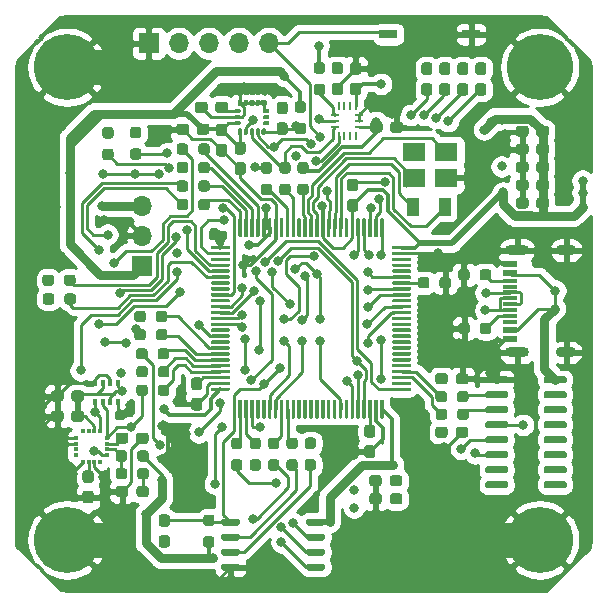
<source format=gbr>
%TF.GenerationSoftware,KiCad,Pcbnew,(5.1.8-0-10_14)*%
%TF.CreationDate,2021-03-06T23:06:48+08:00*%
%TF.ProjectId,upper_board,75707065-725f-4626-9f61-72642e6b6963,v0.1.3*%
%TF.SameCoordinates,Original*%
%TF.FileFunction,Copper,L1,Top*%
%TF.FilePolarity,Positive*%
%FSLAX46Y46*%
G04 Gerber Fmt 4.6, Leading zero omitted, Abs format (unit mm)*
G04 Created by KiCad (PCBNEW (5.1.8-0-10_14)) date 2021-03-06 23:06:48*
%MOMM*%
%LPD*%
G01*
G04 APERTURE LIST*
%TA.AperFunction,SMDPad,CuDef*%
%ADD10R,1.950000X1.650000*%
%TD*%
%TA.AperFunction,SMDPad,CuDef*%
%ADD11R,1.000000X1.500000*%
%TD*%
%TA.AperFunction,SMDPad,CuDef*%
%ADD12R,0.350000X0.500000*%
%TD*%
%TA.AperFunction,SMDPad,CuDef*%
%ADD13R,0.300000X0.450000*%
%TD*%
%TA.AperFunction,SMDPad,CuDef*%
%ADD14R,0.450000X0.300000*%
%TD*%
%TA.AperFunction,SMDPad,CuDef*%
%ADD15R,0.250000X0.675000*%
%TD*%
%TA.AperFunction,SMDPad,CuDef*%
%ADD16R,0.675000X0.250000*%
%TD*%
%TA.AperFunction,SMDPad,CuDef*%
%ADD17R,1.500000X0.800000*%
%TD*%
%TA.AperFunction,SMDPad,CuDef*%
%ADD18R,1.160000X0.600000*%
%TD*%
%TA.AperFunction,SMDPad,CuDef*%
%ADD19R,1.160000X0.300000*%
%TD*%
%TA.AperFunction,ComponentPad*%
%ADD20O,1.700000X0.900000*%
%TD*%
%TA.AperFunction,ComponentPad*%
%ADD21O,2.000000X0.900000*%
%TD*%
%TA.AperFunction,ComponentPad*%
%ADD22O,1.700000X1.700000*%
%TD*%
%TA.AperFunction,ComponentPad*%
%ADD23R,1.700000X1.700000*%
%TD*%
%TA.AperFunction,ComponentPad*%
%ADD24C,5.600000*%
%TD*%
%TA.AperFunction,ViaPad*%
%ADD25C,0.800000*%
%TD*%
%TA.AperFunction,Conductor*%
%ADD26C,0.250000*%
%TD*%
%TA.AperFunction,Conductor*%
%ADD27C,0.300000*%
%TD*%
%TA.AperFunction,Conductor*%
%ADD28C,3.000000*%
%TD*%
%TA.AperFunction,Conductor*%
%ADD29C,0.500000*%
%TD*%
%TA.AperFunction,Conductor*%
%ADD30C,0.800000*%
%TD*%
%TA.AperFunction,Conductor*%
%ADD31C,0.254000*%
%TD*%
%TA.AperFunction,Conductor*%
%ADD32C,0.100000*%
%TD*%
G04 APERTURE END LIST*
D10*
%TO.P,Y2,4*%
%TO.N,GND*%
X149361300Y-72166300D03*
%TO.P,Y2,3*%
%TO.N,Net-(C4-Pad1)*%
X152111300Y-72166300D03*
%TO.P,Y2,2*%
%TO.N,GND*%
X152111300Y-74366300D03*
%TO.P,Y2,1*%
%TO.N,Net-(C3-Pad2)*%
X149361300Y-74366300D03*
%TD*%
D11*
%TO.P,Y1,2*%
%TO.N,Net-(C1-Pad1)*%
X151975800Y-76822300D03*
%TO.P,Y1,1*%
%TO.N,Net-(C2-Pad1)*%
X149275800Y-76822300D03*
%TD*%
D12*
%TO.P,U8,8*%
%TO.N,+3V3*%
X124292000Y-91757600D03*
%TO.P,U8,2*%
X123642000Y-93357600D03*
%TO.P,U8,3*%
%TO.N,/I2C2_SDA*%
X122992000Y-93357600D03*
%TO.P,U8,4*%
%TO.N,/I2C2_SCL*%
X122342000Y-93357600D03*
%TO.P,U8,7*%
%TO.N,GND*%
X123642000Y-91757600D03*
%TO.P,U8,6*%
%TO.N,+3V3*%
X122992000Y-91757600D03*
%TO.P,U8,5*%
%TO.N,GND*%
X122342000Y-91757600D03*
%TO.P,U8,1*%
X124292000Y-93357600D03*
%TD*%
D13*
%TO.P,U7,10*%
%TO.N,Net-(C26-Pad2)*%
X121809700Y-98379200D03*
%TO.P,U7,11*%
%TO.N,GND*%
X122309700Y-98379200D03*
%TO.P,U7,12*%
%TO.N,Net-(U7-Pad12)*%
X122809700Y-98379200D03*
%TO.P,U7,9*%
%TO.N,GND*%
X121309700Y-98379200D03*
D14*
%TO.P,U7,5*%
X120784700Y-96354200D03*
%TO.P,U7,7*%
%TO.N,Net-(U7-Pad7)*%
X120784700Y-97354200D03*
%TO.P,U7,6*%
%TO.N,GND*%
X120784700Y-96854200D03*
%TO.P,U7,8*%
%TO.N,Net-(U7-Pad8)*%
X120784700Y-97854200D03*
D13*
%TO.P,U7,4*%
%TO.N,Net-(U7-Pad4)*%
X121309700Y-95829200D03*
%TO.P,U7,3*%
%TO.N,Net-(U7-Pad3)*%
X121809700Y-95829200D03*
%TO.P,U7,2*%
%TO.N,+3V3*%
X122309700Y-95829200D03*
%TO.P,U7,1*%
%TO.N,/I2C2_SCL*%
X122809700Y-95829200D03*
D14*
%TO.P,U7,14*%
%TO.N,/ITS_~RST*%
X123334700Y-97354200D03*
%TO.P,U7,15*%
%TO.N,/DRDY*%
X123334700Y-96854200D03*
%TO.P,U7,16*%
%TO.N,/I2C2_SDA*%
X123334700Y-96354200D03*
%TO.P,U7,13*%
%TO.N,+3V3*%
X123334700Y-97854200D03*
%TD*%
D15*
%TO.P,U6,11*%
%TO.N,Net-(U6-Pad11)*%
X142975900Y-68282700D03*
%TO.P,U6,10*%
%TO.N,Net-(U6-Pad10)*%
X143475900Y-68282700D03*
%TO.P,U6,9*%
%TO.N,Net-(U6-Pad9)*%
X143975900Y-68282700D03*
%TO.P,U6,8*%
%TO.N,+3V3*%
X144475900Y-68282700D03*
%TO.P,U6,4*%
%TO.N,Net-(U6-Pad4)*%
X144475900Y-70807700D03*
%TO.P,U6,3*%
%TO.N,Net-(U6-Pad3)*%
X143975900Y-70807700D03*
%TO.P,U6,2*%
%TO.N,Net-(U6-Pad2)*%
X143475900Y-70807700D03*
%TO.P,U6,1*%
%TO.N,/SD0*%
X142975900Y-70807700D03*
D16*
%TO.P,U6,7*%
%TO.N,GND*%
X144738400Y-69045200D03*
%TO.P,U6,6*%
X144738400Y-69545200D03*
%TO.P,U6,5*%
%TO.N,+3V3*%
X144738400Y-70045200D03*
%TO.P,U6,12*%
%TO.N,/BMI_~CS*%
X142713400Y-69045200D03*
%TO.P,U6,14*%
%TO.N,/SDI*%
X142713400Y-70045200D03*
%TO.P,U6,13*%
%TO.N,/SCK*%
X142713400Y-69545200D03*
%TD*%
%TO.P,U5,16*%
%TO.N,+3V3*%
%TA.AperFunction,SMDPad,CuDef*%
G36*
G01*
X134585800Y-69902700D02*
X134210800Y-69902700D01*
G75*
G02*
X134123300Y-69815200I0J87500D01*
G01*
X134123300Y-69640200D01*
G75*
G02*
X134210800Y-69552700I87500J0D01*
G01*
X134585800Y-69552700D01*
G75*
G02*
X134673300Y-69640200I0J-87500D01*
G01*
X134673300Y-69815200D01*
G75*
G02*
X134585800Y-69902700I-87500J0D01*
G01*
G37*
%TD.AperFunction*%
%TO.P,U5,15*%
%TO.N,GND*%
%TA.AperFunction,SMDPad,CuDef*%
G36*
G01*
X134585800Y-69402700D02*
X134210800Y-69402700D01*
G75*
G02*
X134123300Y-69315200I0J87500D01*
G01*
X134123300Y-69140200D01*
G75*
G02*
X134210800Y-69052700I87500J0D01*
G01*
X134585800Y-69052700D01*
G75*
G02*
X134673300Y-69140200I0J-87500D01*
G01*
X134673300Y-69315200D01*
G75*
G02*
X134585800Y-69402700I-87500J0D01*
G01*
G37*
%TD.AperFunction*%
%TO.P,U5,14*%
%TO.N,Net-(C25-Pad2)*%
%TA.AperFunction,SMDPad,CuDef*%
G36*
G01*
X134585800Y-68902700D02*
X134210800Y-68902700D01*
G75*
G02*
X134123300Y-68815200I0J87500D01*
G01*
X134123300Y-68640200D01*
G75*
G02*
X134210800Y-68552700I87500J0D01*
G01*
X134585800Y-68552700D01*
G75*
G02*
X134673300Y-68640200I0J-87500D01*
G01*
X134673300Y-68815200D01*
G75*
G02*
X134585800Y-68902700I-87500J0D01*
G01*
G37*
%TD.AperFunction*%
%TO.P,U5,13*%
%TO.N,GND*%
%TA.AperFunction,SMDPad,CuDef*%
G36*
G01*
X134710800Y-68277700D02*
X134535800Y-68277700D01*
G75*
G02*
X134448300Y-68190200I0J87500D01*
G01*
X134448300Y-67815200D01*
G75*
G02*
X134535800Y-67727700I87500J0D01*
G01*
X134710800Y-67727700D01*
G75*
G02*
X134798300Y-67815200I0J-87500D01*
G01*
X134798300Y-68190200D01*
G75*
G02*
X134710800Y-68277700I-87500J0D01*
G01*
G37*
%TD.AperFunction*%
%TO.P,U5,12*%
%TA.AperFunction,SMDPad,CuDef*%
G36*
G01*
X135210800Y-68277700D02*
X135035800Y-68277700D01*
G75*
G02*
X134948300Y-68190200I0J87500D01*
G01*
X134948300Y-67815200D01*
G75*
G02*
X135035800Y-67727700I87500J0D01*
G01*
X135210800Y-67727700D01*
G75*
G02*
X135298300Y-67815200I0J-87500D01*
G01*
X135298300Y-68190200D01*
G75*
G02*
X135210800Y-68277700I-87500J0D01*
G01*
G37*
%TD.AperFunction*%
%TO.P,U5,11*%
%TA.AperFunction,SMDPad,CuDef*%
G36*
G01*
X135710800Y-68277700D02*
X135535800Y-68277700D01*
G75*
G02*
X135448300Y-68190200I0J87500D01*
G01*
X135448300Y-67815200D01*
G75*
G02*
X135535800Y-67727700I87500J0D01*
G01*
X135710800Y-67727700D01*
G75*
G02*
X135798300Y-67815200I0J-87500D01*
G01*
X135798300Y-68190200D01*
G75*
G02*
X135710800Y-68277700I-87500J0D01*
G01*
G37*
%TD.AperFunction*%
%TO.P,U5,10*%
%TA.AperFunction,SMDPad,CuDef*%
G36*
G01*
X136210800Y-68277700D02*
X136035800Y-68277700D01*
G75*
G02*
X135948300Y-68190200I0J87500D01*
G01*
X135948300Y-67815200D01*
G75*
G02*
X136035800Y-67727700I87500J0D01*
G01*
X136210800Y-67727700D01*
G75*
G02*
X136298300Y-67815200I0J-87500D01*
G01*
X136298300Y-68190200D01*
G75*
G02*
X136210800Y-68277700I-87500J0D01*
G01*
G37*
%TD.AperFunction*%
%TO.P,U5,9*%
%TA.AperFunction,SMDPad,CuDef*%
G36*
G01*
X136710800Y-68277700D02*
X136535800Y-68277700D01*
G75*
G02*
X136448300Y-68190200I0J87500D01*
G01*
X136448300Y-67815200D01*
G75*
G02*
X136535800Y-67727700I87500J0D01*
G01*
X136710800Y-67727700D01*
G75*
G02*
X136798300Y-67815200I0J-87500D01*
G01*
X136798300Y-68190200D01*
G75*
G02*
X136710800Y-68277700I-87500J0D01*
G01*
G37*
%TD.AperFunction*%
%TO.P,U5,8*%
%TA.AperFunction,SMDPad,CuDef*%
G36*
G01*
X137035800Y-68902700D02*
X136660800Y-68902700D01*
G75*
G02*
X136573300Y-68815200I0J87500D01*
G01*
X136573300Y-68640200D01*
G75*
G02*
X136660800Y-68552700I87500J0D01*
G01*
X137035800Y-68552700D01*
G75*
G02*
X137123300Y-68640200I0J-87500D01*
G01*
X137123300Y-68815200D01*
G75*
G02*
X137035800Y-68902700I-87500J0D01*
G01*
G37*
%TD.AperFunction*%
%TO.P,U5,7*%
%TO.N,Net-(U5-Pad7)*%
%TA.AperFunction,SMDPad,CuDef*%
G36*
G01*
X137035800Y-69402700D02*
X136660800Y-69402700D01*
G75*
G02*
X136573300Y-69315200I0J87500D01*
G01*
X136573300Y-69140200D01*
G75*
G02*
X136660800Y-69052700I87500J0D01*
G01*
X137035800Y-69052700D01*
G75*
G02*
X137123300Y-69140200I0J-87500D01*
G01*
X137123300Y-69315200D01*
G75*
G02*
X137035800Y-69402700I-87500J0D01*
G01*
G37*
%TD.AperFunction*%
%TO.P,U5,6*%
%TO.N,Net-(U5-Pad6)*%
%TA.AperFunction,SMDPad,CuDef*%
G36*
G01*
X137035800Y-69902700D02*
X136660800Y-69902700D01*
G75*
G02*
X136573300Y-69815200I0J87500D01*
G01*
X136573300Y-69640200D01*
G75*
G02*
X136660800Y-69552700I87500J0D01*
G01*
X137035800Y-69552700D01*
G75*
G02*
X137123300Y-69640200I0J-87500D01*
G01*
X137123300Y-69815200D01*
G75*
G02*
X137035800Y-69902700I-87500J0D01*
G01*
G37*
%TD.AperFunction*%
%TO.P,U5,5*%
%TO.N,/ICM_~CS*%
%TA.AperFunction,SMDPad,CuDef*%
G36*
G01*
X136710800Y-70727700D02*
X136535800Y-70727700D01*
G75*
G02*
X136448300Y-70640200I0J87500D01*
G01*
X136448300Y-70265200D01*
G75*
G02*
X136535800Y-70177700I87500J0D01*
G01*
X136710800Y-70177700D01*
G75*
G02*
X136798300Y-70265200I0J-87500D01*
G01*
X136798300Y-70640200D01*
G75*
G02*
X136710800Y-70727700I-87500J0D01*
G01*
G37*
%TD.AperFunction*%
%TO.P,U5,4*%
%TO.N,/SD0*%
%TA.AperFunction,SMDPad,CuDef*%
G36*
G01*
X136210800Y-70727700D02*
X136035800Y-70727700D01*
G75*
G02*
X135948300Y-70640200I0J87500D01*
G01*
X135948300Y-70265200D01*
G75*
G02*
X136035800Y-70177700I87500J0D01*
G01*
X136210800Y-70177700D01*
G75*
G02*
X136298300Y-70265200I0J-87500D01*
G01*
X136298300Y-70640200D01*
G75*
G02*
X136210800Y-70727700I-87500J0D01*
G01*
G37*
%TD.AperFunction*%
%TO.P,U5,3*%
%TO.N,/SDI*%
%TA.AperFunction,SMDPad,CuDef*%
G36*
G01*
X135710800Y-70727700D02*
X135535800Y-70727700D01*
G75*
G02*
X135448300Y-70640200I0J87500D01*
G01*
X135448300Y-70265200D01*
G75*
G02*
X135535800Y-70177700I87500J0D01*
G01*
X135710800Y-70177700D01*
G75*
G02*
X135798300Y-70265200I0J-87500D01*
G01*
X135798300Y-70640200D01*
G75*
G02*
X135710800Y-70727700I-87500J0D01*
G01*
G37*
%TD.AperFunction*%
%TO.P,U5,2*%
%TO.N,/SCK*%
%TA.AperFunction,SMDPad,CuDef*%
G36*
G01*
X135210800Y-70727700D02*
X135035800Y-70727700D01*
G75*
G02*
X134948300Y-70640200I0J87500D01*
G01*
X134948300Y-70265200D01*
G75*
G02*
X135035800Y-70177700I87500J0D01*
G01*
X135210800Y-70177700D01*
G75*
G02*
X135298300Y-70265200I0J-87500D01*
G01*
X135298300Y-70640200D01*
G75*
G02*
X135210800Y-70727700I-87500J0D01*
G01*
G37*
%TD.AperFunction*%
%TO.P,U5,1*%
%TO.N,+3V3*%
%TA.AperFunction,SMDPad,CuDef*%
G36*
G01*
X134710800Y-70727700D02*
X134535800Y-70727700D01*
G75*
G02*
X134448300Y-70640200I0J87500D01*
G01*
X134448300Y-70265200D01*
G75*
G02*
X134535800Y-70177700I87500J0D01*
G01*
X134710800Y-70177700D01*
G75*
G02*
X134798300Y-70265200I0J-87500D01*
G01*
X134798300Y-70640200D01*
G75*
G02*
X134710800Y-70727700I-87500J0D01*
G01*
G37*
%TD.AperFunction*%
%TD*%
%TO.P,U4,8*%
%TO.N,+3V3*%
%TA.AperFunction,SMDPad,CuDef*%
G36*
G01*
X140226700Y-103655000D02*
X140226700Y-103355000D01*
G75*
G02*
X140376700Y-103205000I150000J0D01*
G01*
X141676700Y-103205000D01*
G75*
G02*
X141826700Y-103355000I0J-150000D01*
G01*
X141826700Y-103655000D01*
G75*
G02*
X141676700Y-103805000I-150000J0D01*
G01*
X140376700Y-103805000D01*
G75*
G02*
X140226700Y-103655000I0J150000D01*
G01*
G37*
%TD.AperFunction*%
%TO.P,U4,7*%
%TO.N,/QSPI_IO3*%
%TA.AperFunction,SMDPad,CuDef*%
G36*
G01*
X140226700Y-104925000D02*
X140226700Y-104625000D01*
G75*
G02*
X140376700Y-104475000I150000J0D01*
G01*
X141676700Y-104475000D01*
G75*
G02*
X141826700Y-104625000I0J-150000D01*
G01*
X141826700Y-104925000D01*
G75*
G02*
X141676700Y-105075000I-150000J0D01*
G01*
X140376700Y-105075000D01*
G75*
G02*
X140226700Y-104925000I0J150000D01*
G01*
G37*
%TD.AperFunction*%
%TO.P,U4,6*%
%TO.N,/QSPI_CLK*%
%TA.AperFunction,SMDPad,CuDef*%
G36*
G01*
X140226700Y-106195000D02*
X140226700Y-105895000D01*
G75*
G02*
X140376700Y-105745000I150000J0D01*
G01*
X141676700Y-105745000D01*
G75*
G02*
X141826700Y-105895000I0J-150000D01*
G01*
X141826700Y-106195000D01*
G75*
G02*
X141676700Y-106345000I-150000J0D01*
G01*
X140376700Y-106345000D01*
G75*
G02*
X140226700Y-106195000I0J150000D01*
G01*
G37*
%TD.AperFunction*%
%TO.P,U4,5*%
%TO.N,/QSPI_IO0*%
%TA.AperFunction,SMDPad,CuDef*%
G36*
G01*
X140226700Y-107465000D02*
X140226700Y-107165000D01*
G75*
G02*
X140376700Y-107015000I150000J0D01*
G01*
X141676700Y-107015000D01*
G75*
G02*
X141826700Y-107165000I0J-150000D01*
G01*
X141826700Y-107465000D01*
G75*
G02*
X141676700Y-107615000I-150000J0D01*
G01*
X140376700Y-107615000D01*
G75*
G02*
X140226700Y-107465000I0J150000D01*
G01*
G37*
%TD.AperFunction*%
%TO.P,U4,4*%
%TO.N,GND*%
%TA.AperFunction,SMDPad,CuDef*%
G36*
G01*
X133026700Y-107465000D02*
X133026700Y-107165000D01*
G75*
G02*
X133176700Y-107015000I150000J0D01*
G01*
X134476700Y-107015000D01*
G75*
G02*
X134626700Y-107165000I0J-150000D01*
G01*
X134626700Y-107465000D01*
G75*
G02*
X134476700Y-107615000I-150000J0D01*
G01*
X133176700Y-107615000D01*
G75*
G02*
X133026700Y-107465000I0J150000D01*
G01*
G37*
%TD.AperFunction*%
%TO.P,U4,3*%
%TO.N,/QSPI_IO2*%
%TA.AperFunction,SMDPad,CuDef*%
G36*
G01*
X133026700Y-106195000D02*
X133026700Y-105895000D01*
G75*
G02*
X133176700Y-105745000I150000J0D01*
G01*
X134476700Y-105745000D01*
G75*
G02*
X134626700Y-105895000I0J-150000D01*
G01*
X134626700Y-106195000D01*
G75*
G02*
X134476700Y-106345000I-150000J0D01*
G01*
X133176700Y-106345000D01*
G75*
G02*
X133026700Y-106195000I0J150000D01*
G01*
G37*
%TD.AperFunction*%
%TO.P,U4,2*%
%TO.N,/QSPI_IO1*%
%TA.AperFunction,SMDPad,CuDef*%
G36*
G01*
X133026700Y-104925000D02*
X133026700Y-104625000D01*
G75*
G02*
X133176700Y-104475000I150000J0D01*
G01*
X134476700Y-104475000D01*
G75*
G02*
X134626700Y-104625000I0J-150000D01*
G01*
X134626700Y-104925000D01*
G75*
G02*
X134476700Y-105075000I-150000J0D01*
G01*
X133176700Y-105075000D01*
G75*
G02*
X133026700Y-104925000I0J150000D01*
G01*
G37*
%TD.AperFunction*%
%TO.P,U4,1*%
%TO.N,/QSPI_~CS*%
%TA.AperFunction,SMDPad,CuDef*%
G36*
G01*
X133026700Y-103655000D02*
X133026700Y-103355000D01*
G75*
G02*
X133176700Y-103205000I150000J0D01*
G01*
X134476700Y-103205000D01*
G75*
G02*
X134626700Y-103355000I0J-150000D01*
G01*
X134626700Y-103655000D01*
G75*
G02*
X134476700Y-103805000I-150000J0D01*
G01*
X133176700Y-103805000D01*
G75*
G02*
X133026700Y-103655000I0J150000D01*
G01*
G37*
%TD.AperFunction*%
%TD*%
%TO.P,U2,100*%
%TO.N,+3V3*%
%TA.AperFunction,SMDPad,CuDef*%
G36*
G01*
X147589800Y-80108400D02*
X149039800Y-80108400D01*
G75*
G02*
X149114800Y-80183400I0J-75000D01*
G01*
X149114800Y-80333400D01*
G75*
G02*
X149039800Y-80408400I-75000J0D01*
G01*
X147589800Y-80408400D01*
G75*
G02*
X147514800Y-80333400I0J75000D01*
G01*
X147514800Y-80183400D01*
G75*
G02*
X147589800Y-80108400I75000J0D01*
G01*
G37*
%TD.AperFunction*%
%TO.P,U2,99*%
%TO.N,GND*%
%TA.AperFunction,SMDPad,CuDef*%
G36*
G01*
X147589800Y-80608400D02*
X149039800Y-80608400D01*
G75*
G02*
X149114800Y-80683400I0J-75000D01*
G01*
X149114800Y-80833400D01*
G75*
G02*
X149039800Y-80908400I-75000J0D01*
G01*
X147589800Y-80908400D01*
G75*
G02*
X147514800Y-80833400I0J75000D01*
G01*
X147514800Y-80683400D01*
G75*
G02*
X147589800Y-80608400I75000J0D01*
G01*
G37*
%TD.AperFunction*%
%TO.P,U2,98*%
%TO.N,Net-(U2-Pad98)*%
%TA.AperFunction,SMDPad,CuDef*%
G36*
G01*
X147589800Y-81108400D02*
X149039800Y-81108400D01*
G75*
G02*
X149114800Y-81183400I0J-75000D01*
G01*
X149114800Y-81333400D01*
G75*
G02*
X149039800Y-81408400I-75000J0D01*
G01*
X147589800Y-81408400D01*
G75*
G02*
X147514800Y-81333400I0J75000D01*
G01*
X147514800Y-81183400D01*
G75*
G02*
X147589800Y-81108400I75000J0D01*
G01*
G37*
%TD.AperFunction*%
%TO.P,U2,97*%
%TO.N,Net-(U2-Pad97)*%
%TA.AperFunction,SMDPad,CuDef*%
G36*
G01*
X147589800Y-81608400D02*
X149039800Y-81608400D01*
G75*
G02*
X149114800Y-81683400I0J-75000D01*
G01*
X149114800Y-81833400D01*
G75*
G02*
X149039800Y-81908400I-75000J0D01*
G01*
X147589800Y-81908400D01*
G75*
G02*
X147514800Y-81833400I0J75000D01*
G01*
X147514800Y-81683400D01*
G75*
G02*
X147589800Y-81608400I75000J0D01*
G01*
G37*
%TD.AperFunction*%
%TO.P,U2,96*%
%TO.N,Net-(U2-Pad96)*%
%TA.AperFunction,SMDPad,CuDef*%
G36*
G01*
X147589800Y-82108400D02*
X149039800Y-82108400D01*
G75*
G02*
X149114800Y-82183400I0J-75000D01*
G01*
X149114800Y-82333400D01*
G75*
G02*
X149039800Y-82408400I-75000J0D01*
G01*
X147589800Y-82408400D01*
G75*
G02*
X147514800Y-82333400I0J75000D01*
G01*
X147514800Y-82183400D01*
G75*
G02*
X147589800Y-82108400I75000J0D01*
G01*
G37*
%TD.AperFunction*%
%TO.P,U2,95*%
%TO.N,Net-(R18-Pad2)*%
%TA.AperFunction,SMDPad,CuDef*%
G36*
G01*
X147589800Y-82608400D02*
X149039800Y-82608400D01*
G75*
G02*
X149114800Y-82683400I0J-75000D01*
G01*
X149114800Y-82833400D01*
G75*
G02*
X149039800Y-82908400I-75000J0D01*
G01*
X147589800Y-82908400D01*
G75*
G02*
X147514800Y-82833400I0J75000D01*
G01*
X147514800Y-82683400D01*
G75*
G02*
X147589800Y-82608400I75000J0D01*
G01*
G37*
%TD.AperFunction*%
%TO.P,U2,94*%
%TO.N,Net-(R20-Pad2)*%
%TA.AperFunction,SMDPad,CuDef*%
G36*
G01*
X147589800Y-83108400D02*
X149039800Y-83108400D01*
G75*
G02*
X149114800Y-83183400I0J-75000D01*
G01*
X149114800Y-83333400D01*
G75*
G02*
X149039800Y-83408400I-75000J0D01*
G01*
X147589800Y-83408400D01*
G75*
G02*
X147514800Y-83333400I0J75000D01*
G01*
X147514800Y-83183400D01*
G75*
G02*
X147589800Y-83108400I75000J0D01*
G01*
G37*
%TD.AperFunction*%
%TO.P,U2,93*%
%TO.N,Net-(R22-Pad2)*%
%TA.AperFunction,SMDPad,CuDef*%
G36*
G01*
X147589800Y-83608400D02*
X149039800Y-83608400D01*
G75*
G02*
X149114800Y-83683400I0J-75000D01*
G01*
X149114800Y-83833400D01*
G75*
G02*
X149039800Y-83908400I-75000J0D01*
G01*
X147589800Y-83908400D01*
G75*
G02*
X147514800Y-83833400I0J75000D01*
G01*
X147514800Y-83683400D01*
G75*
G02*
X147589800Y-83608400I75000J0D01*
G01*
G37*
%TD.AperFunction*%
%TO.P,U2,92*%
%TO.N,Net-(R23-Pad2)*%
%TA.AperFunction,SMDPad,CuDef*%
G36*
G01*
X147589800Y-84108400D02*
X149039800Y-84108400D01*
G75*
G02*
X149114800Y-84183400I0J-75000D01*
G01*
X149114800Y-84333400D01*
G75*
G02*
X149039800Y-84408400I-75000J0D01*
G01*
X147589800Y-84408400D01*
G75*
G02*
X147514800Y-84333400I0J75000D01*
G01*
X147514800Y-84183400D01*
G75*
G02*
X147589800Y-84108400I75000J0D01*
G01*
G37*
%TD.AperFunction*%
%TO.P,U2,91*%
%TO.N,Net-(U2-Pad91)*%
%TA.AperFunction,SMDPad,CuDef*%
G36*
G01*
X147589800Y-84608400D02*
X149039800Y-84608400D01*
G75*
G02*
X149114800Y-84683400I0J-75000D01*
G01*
X149114800Y-84833400D01*
G75*
G02*
X149039800Y-84908400I-75000J0D01*
G01*
X147589800Y-84908400D01*
G75*
G02*
X147514800Y-84833400I0J75000D01*
G01*
X147514800Y-84683400D01*
G75*
G02*
X147589800Y-84608400I75000J0D01*
G01*
G37*
%TD.AperFunction*%
%TO.P,U2,90*%
%TO.N,Net-(R27-Pad2)*%
%TA.AperFunction,SMDPad,CuDef*%
G36*
G01*
X147589800Y-85108400D02*
X149039800Y-85108400D01*
G75*
G02*
X149114800Y-85183400I0J-75000D01*
G01*
X149114800Y-85333400D01*
G75*
G02*
X149039800Y-85408400I-75000J0D01*
G01*
X147589800Y-85408400D01*
G75*
G02*
X147514800Y-85333400I0J75000D01*
G01*
X147514800Y-85183400D01*
G75*
G02*
X147589800Y-85108400I75000J0D01*
G01*
G37*
%TD.AperFunction*%
%TO.P,U2,89*%
%TO.N,Net-(R29-Pad2)*%
%TA.AperFunction,SMDPad,CuDef*%
G36*
G01*
X147589800Y-85608400D02*
X149039800Y-85608400D01*
G75*
G02*
X149114800Y-85683400I0J-75000D01*
G01*
X149114800Y-85833400D01*
G75*
G02*
X149039800Y-85908400I-75000J0D01*
G01*
X147589800Y-85908400D01*
G75*
G02*
X147514800Y-85833400I0J75000D01*
G01*
X147514800Y-85683400D01*
G75*
G02*
X147589800Y-85608400I75000J0D01*
G01*
G37*
%TD.AperFunction*%
%TO.P,U2,88*%
%TO.N,Net-(U2-Pad88)*%
%TA.AperFunction,SMDPad,CuDef*%
G36*
G01*
X147589800Y-86108400D02*
X149039800Y-86108400D01*
G75*
G02*
X149114800Y-86183400I0J-75000D01*
G01*
X149114800Y-86333400D01*
G75*
G02*
X149039800Y-86408400I-75000J0D01*
G01*
X147589800Y-86408400D01*
G75*
G02*
X147514800Y-86333400I0J75000D01*
G01*
X147514800Y-86183400D01*
G75*
G02*
X147589800Y-86108400I75000J0D01*
G01*
G37*
%TD.AperFunction*%
%TO.P,U2,87*%
%TO.N,Net-(U2-Pad87)*%
%TA.AperFunction,SMDPad,CuDef*%
G36*
G01*
X147589800Y-86608400D02*
X149039800Y-86608400D01*
G75*
G02*
X149114800Y-86683400I0J-75000D01*
G01*
X149114800Y-86833400D01*
G75*
G02*
X149039800Y-86908400I-75000J0D01*
G01*
X147589800Y-86908400D01*
G75*
G02*
X147514800Y-86833400I0J75000D01*
G01*
X147514800Y-86683400D01*
G75*
G02*
X147589800Y-86608400I75000J0D01*
G01*
G37*
%TD.AperFunction*%
%TO.P,U2,86*%
%TO.N,Net-(U2-Pad86)*%
%TA.AperFunction,SMDPad,CuDef*%
G36*
G01*
X147589800Y-87108400D02*
X149039800Y-87108400D01*
G75*
G02*
X149114800Y-87183400I0J-75000D01*
G01*
X149114800Y-87333400D01*
G75*
G02*
X149039800Y-87408400I-75000J0D01*
G01*
X147589800Y-87408400D01*
G75*
G02*
X147514800Y-87333400I0J75000D01*
G01*
X147514800Y-87183400D01*
G75*
G02*
X147589800Y-87108400I75000J0D01*
G01*
G37*
%TD.AperFunction*%
%TO.P,U2,85*%
%TO.N,Net-(U2-Pad85)*%
%TA.AperFunction,SMDPad,CuDef*%
G36*
G01*
X147589800Y-87608400D02*
X149039800Y-87608400D01*
G75*
G02*
X149114800Y-87683400I0J-75000D01*
G01*
X149114800Y-87833400D01*
G75*
G02*
X149039800Y-87908400I-75000J0D01*
G01*
X147589800Y-87908400D01*
G75*
G02*
X147514800Y-87833400I0J75000D01*
G01*
X147514800Y-87683400D01*
G75*
G02*
X147589800Y-87608400I75000J0D01*
G01*
G37*
%TD.AperFunction*%
%TO.P,U2,84*%
%TO.N,Net-(U2-Pad84)*%
%TA.AperFunction,SMDPad,CuDef*%
G36*
G01*
X147589800Y-88108400D02*
X149039800Y-88108400D01*
G75*
G02*
X149114800Y-88183400I0J-75000D01*
G01*
X149114800Y-88333400D01*
G75*
G02*
X149039800Y-88408400I-75000J0D01*
G01*
X147589800Y-88408400D01*
G75*
G02*
X147514800Y-88333400I0J75000D01*
G01*
X147514800Y-88183400D01*
G75*
G02*
X147589800Y-88108400I75000J0D01*
G01*
G37*
%TD.AperFunction*%
%TO.P,U2,83*%
%TO.N,Net-(U2-Pad83)*%
%TA.AperFunction,SMDPad,CuDef*%
G36*
G01*
X147589800Y-88608400D02*
X149039800Y-88608400D01*
G75*
G02*
X149114800Y-88683400I0J-75000D01*
G01*
X149114800Y-88833400D01*
G75*
G02*
X149039800Y-88908400I-75000J0D01*
G01*
X147589800Y-88908400D01*
G75*
G02*
X147514800Y-88833400I0J75000D01*
G01*
X147514800Y-88683400D01*
G75*
G02*
X147589800Y-88608400I75000J0D01*
G01*
G37*
%TD.AperFunction*%
%TO.P,U2,82*%
%TO.N,Net-(U2-Pad82)*%
%TA.AperFunction,SMDPad,CuDef*%
G36*
G01*
X147589800Y-89108400D02*
X149039800Y-89108400D01*
G75*
G02*
X149114800Y-89183400I0J-75000D01*
G01*
X149114800Y-89333400D01*
G75*
G02*
X149039800Y-89408400I-75000J0D01*
G01*
X147589800Y-89408400D01*
G75*
G02*
X147514800Y-89333400I0J75000D01*
G01*
X147514800Y-89183400D01*
G75*
G02*
X147589800Y-89108400I75000J0D01*
G01*
G37*
%TD.AperFunction*%
%TO.P,U2,81*%
%TO.N,Net-(U2-Pad81)*%
%TA.AperFunction,SMDPad,CuDef*%
G36*
G01*
X147589800Y-89608400D02*
X149039800Y-89608400D01*
G75*
G02*
X149114800Y-89683400I0J-75000D01*
G01*
X149114800Y-89833400D01*
G75*
G02*
X149039800Y-89908400I-75000J0D01*
G01*
X147589800Y-89908400D01*
G75*
G02*
X147514800Y-89833400I0J75000D01*
G01*
X147514800Y-89683400D01*
G75*
G02*
X147589800Y-89608400I75000J0D01*
G01*
G37*
%TD.AperFunction*%
%TO.P,U2,80*%
%TO.N,Net-(U2-Pad80)*%
%TA.AperFunction,SMDPad,CuDef*%
G36*
G01*
X147589800Y-90108400D02*
X149039800Y-90108400D01*
G75*
G02*
X149114800Y-90183400I0J-75000D01*
G01*
X149114800Y-90333400D01*
G75*
G02*
X149039800Y-90408400I-75000J0D01*
G01*
X147589800Y-90408400D01*
G75*
G02*
X147514800Y-90333400I0J75000D01*
G01*
X147514800Y-90183400D01*
G75*
G02*
X147589800Y-90108400I75000J0D01*
G01*
G37*
%TD.AperFunction*%
%TO.P,U2,79*%
%TO.N,Net-(R40-Pad2)*%
%TA.AperFunction,SMDPad,CuDef*%
G36*
G01*
X147589800Y-90608400D02*
X149039800Y-90608400D01*
G75*
G02*
X149114800Y-90683400I0J-75000D01*
G01*
X149114800Y-90833400D01*
G75*
G02*
X149039800Y-90908400I-75000J0D01*
G01*
X147589800Y-90908400D01*
G75*
G02*
X147514800Y-90833400I0J75000D01*
G01*
X147514800Y-90683400D01*
G75*
G02*
X147589800Y-90608400I75000J0D01*
G01*
G37*
%TD.AperFunction*%
%TO.P,U2,78*%
%TO.N,Net-(R42-Pad2)*%
%TA.AperFunction,SMDPad,CuDef*%
G36*
G01*
X147589800Y-91108400D02*
X149039800Y-91108400D01*
G75*
G02*
X149114800Y-91183400I0J-75000D01*
G01*
X149114800Y-91333400D01*
G75*
G02*
X149039800Y-91408400I-75000J0D01*
G01*
X147589800Y-91408400D01*
G75*
G02*
X147514800Y-91333400I0J75000D01*
G01*
X147514800Y-91183400D01*
G75*
G02*
X147589800Y-91108400I75000J0D01*
G01*
G37*
%TD.AperFunction*%
%TO.P,U2,77*%
%TO.N,Net-(U2-Pad77)*%
%TA.AperFunction,SMDPad,CuDef*%
G36*
G01*
X147589800Y-91608400D02*
X149039800Y-91608400D01*
G75*
G02*
X149114800Y-91683400I0J-75000D01*
G01*
X149114800Y-91833400D01*
G75*
G02*
X149039800Y-91908400I-75000J0D01*
G01*
X147589800Y-91908400D01*
G75*
G02*
X147514800Y-91833400I0J75000D01*
G01*
X147514800Y-91683400D01*
G75*
G02*
X147589800Y-91608400I75000J0D01*
G01*
G37*
%TD.AperFunction*%
%TO.P,U2,76*%
%TO.N,Net-(R43-Pad2)*%
%TA.AperFunction,SMDPad,CuDef*%
G36*
G01*
X147589800Y-92108400D02*
X149039800Y-92108400D01*
G75*
G02*
X149114800Y-92183400I0J-75000D01*
G01*
X149114800Y-92333400D01*
G75*
G02*
X149039800Y-92408400I-75000J0D01*
G01*
X147589800Y-92408400D01*
G75*
G02*
X147514800Y-92333400I0J75000D01*
G01*
X147514800Y-92183400D01*
G75*
G02*
X147589800Y-92108400I75000J0D01*
G01*
G37*
%TD.AperFunction*%
%TO.P,U2,75*%
%TO.N,+3V3*%
%TA.AperFunction,SMDPad,CuDef*%
G36*
G01*
X146564800Y-93133400D02*
X146714800Y-93133400D01*
G75*
G02*
X146789800Y-93208400I0J-75000D01*
G01*
X146789800Y-94658400D01*
G75*
G02*
X146714800Y-94733400I-75000J0D01*
G01*
X146564800Y-94733400D01*
G75*
G02*
X146489800Y-94658400I0J75000D01*
G01*
X146489800Y-93208400D01*
G75*
G02*
X146564800Y-93133400I75000J0D01*
G01*
G37*
%TD.AperFunction*%
%TO.P,U2,74*%
%TO.N,GND*%
%TA.AperFunction,SMDPad,CuDef*%
G36*
G01*
X146064800Y-93133400D02*
X146214800Y-93133400D01*
G75*
G02*
X146289800Y-93208400I0J-75000D01*
G01*
X146289800Y-94658400D01*
G75*
G02*
X146214800Y-94733400I-75000J0D01*
G01*
X146064800Y-94733400D01*
G75*
G02*
X145989800Y-94658400I0J75000D01*
G01*
X145989800Y-93208400D01*
G75*
G02*
X146064800Y-93133400I75000J0D01*
G01*
G37*
%TD.AperFunction*%
%TO.P,U2,73*%
%TO.N,Net-(C11-Pad2)*%
%TA.AperFunction,SMDPad,CuDef*%
G36*
G01*
X145564800Y-93133400D02*
X145714800Y-93133400D01*
G75*
G02*
X145789800Y-93208400I0J-75000D01*
G01*
X145789800Y-94658400D01*
G75*
G02*
X145714800Y-94733400I-75000J0D01*
G01*
X145564800Y-94733400D01*
G75*
G02*
X145489800Y-94658400I0J75000D01*
G01*
X145489800Y-93208400D01*
G75*
G02*
X145564800Y-93133400I75000J0D01*
G01*
G37*
%TD.AperFunction*%
%TO.P,U2,72*%
%TO.N,Net-(R44-Pad2)*%
%TA.AperFunction,SMDPad,CuDef*%
G36*
G01*
X145064800Y-93133400D02*
X145214800Y-93133400D01*
G75*
G02*
X145289800Y-93208400I0J-75000D01*
G01*
X145289800Y-94658400D01*
G75*
G02*
X145214800Y-94733400I-75000J0D01*
G01*
X145064800Y-94733400D01*
G75*
G02*
X144989800Y-94658400I0J75000D01*
G01*
X144989800Y-93208400D01*
G75*
G02*
X145064800Y-93133400I75000J0D01*
G01*
G37*
%TD.AperFunction*%
%TO.P,U2,71*%
%TO.N,Net-(R45-Pad2)*%
%TA.AperFunction,SMDPad,CuDef*%
G36*
G01*
X144564800Y-93133400D02*
X144714800Y-93133400D01*
G75*
G02*
X144789800Y-93208400I0J-75000D01*
G01*
X144789800Y-94658400D01*
G75*
G02*
X144714800Y-94733400I-75000J0D01*
G01*
X144564800Y-94733400D01*
G75*
G02*
X144489800Y-94658400I0J75000D01*
G01*
X144489800Y-93208400D01*
G75*
G02*
X144564800Y-93133400I75000J0D01*
G01*
G37*
%TD.AperFunction*%
%TO.P,U2,70*%
%TO.N,Net-(R46-Pad2)*%
%TA.AperFunction,SMDPad,CuDef*%
G36*
G01*
X144064800Y-93133400D02*
X144214800Y-93133400D01*
G75*
G02*
X144289800Y-93208400I0J-75000D01*
G01*
X144289800Y-94658400D01*
G75*
G02*
X144214800Y-94733400I-75000J0D01*
G01*
X144064800Y-94733400D01*
G75*
G02*
X143989800Y-94658400I0J75000D01*
G01*
X143989800Y-93208400D01*
G75*
G02*
X144064800Y-93133400I75000J0D01*
G01*
G37*
%TD.AperFunction*%
%TO.P,U2,69*%
%TO.N,Net-(U2-Pad69)*%
%TA.AperFunction,SMDPad,CuDef*%
G36*
G01*
X143564800Y-93133400D02*
X143714800Y-93133400D01*
G75*
G02*
X143789800Y-93208400I0J-75000D01*
G01*
X143789800Y-94658400D01*
G75*
G02*
X143714800Y-94733400I-75000J0D01*
G01*
X143564800Y-94733400D01*
G75*
G02*
X143489800Y-94658400I0J75000D01*
G01*
X143489800Y-93208400D01*
G75*
G02*
X143564800Y-93133400I75000J0D01*
G01*
G37*
%TD.AperFunction*%
%TO.P,U2,68*%
%TO.N,Net-(R47-Pad2)*%
%TA.AperFunction,SMDPad,CuDef*%
G36*
G01*
X143064800Y-93133400D02*
X143214800Y-93133400D01*
G75*
G02*
X143289800Y-93208400I0J-75000D01*
G01*
X143289800Y-94658400D01*
G75*
G02*
X143214800Y-94733400I-75000J0D01*
G01*
X143064800Y-94733400D01*
G75*
G02*
X142989800Y-94658400I0J75000D01*
G01*
X142989800Y-93208400D01*
G75*
G02*
X143064800Y-93133400I75000J0D01*
G01*
G37*
%TD.AperFunction*%
%TO.P,U2,67*%
%TO.N,Net-(U2-Pad67)*%
%TA.AperFunction,SMDPad,CuDef*%
G36*
G01*
X142564800Y-93133400D02*
X142714800Y-93133400D01*
G75*
G02*
X142789800Y-93208400I0J-75000D01*
G01*
X142789800Y-94658400D01*
G75*
G02*
X142714800Y-94733400I-75000J0D01*
G01*
X142564800Y-94733400D01*
G75*
G02*
X142489800Y-94658400I0J75000D01*
G01*
X142489800Y-93208400D01*
G75*
G02*
X142564800Y-93133400I75000J0D01*
G01*
G37*
%TD.AperFunction*%
%TO.P,U2,66*%
%TO.N,Net-(U2-Pad66)*%
%TA.AperFunction,SMDPad,CuDef*%
G36*
G01*
X142064800Y-93133400D02*
X142214800Y-93133400D01*
G75*
G02*
X142289800Y-93208400I0J-75000D01*
G01*
X142289800Y-94658400D01*
G75*
G02*
X142214800Y-94733400I-75000J0D01*
G01*
X142064800Y-94733400D01*
G75*
G02*
X141989800Y-94658400I0J75000D01*
G01*
X141989800Y-93208400D01*
G75*
G02*
X142064800Y-93133400I75000J0D01*
G01*
G37*
%TD.AperFunction*%
%TO.P,U2,65*%
%TO.N,Net-(U2-Pad65)*%
%TA.AperFunction,SMDPad,CuDef*%
G36*
G01*
X141564800Y-93133400D02*
X141714800Y-93133400D01*
G75*
G02*
X141789800Y-93208400I0J-75000D01*
G01*
X141789800Y-94658400D01*
G75*
G02*
X141714800Y-94733400I-75000J0D01*
G01*
X141564800Y-94733400D01*
G75*
G02*
X141489800Y-94658400I0J75000D01*
G01*
X141489800Y-93208400D01*
G75*
G02*
X141564800Y-93133400I75000J0D01*
G01*
G37*
%TD.AperFunction*%
%TO.P,U2,64*%
%TO.N,Net-(U2-Pad64)*%
%TA.AperFunction,SMDPad,CuDef*%
G36*
G01*
X141064800Y-93133400D02*
X141214800Y-93133400D01*
G75*
G02*
X141289800Y-93208400I0J-75000D01*
G01*
X141289800Y-94658400D01*
G75*
G02*
X141214800Y-94733400I-75000J0D01*
G01*
X141064800Y-94733400D01*
G75*
G02*
X140989800Y-94658400I0J75000D01*
G01*
X140989800Y-93208400D01*
G75*
G02*
X141064800Y-93133400I75000J0D01*
G01*
G37*
%TD.AperFunction*%
%TO.P,U2,63*%
%TO.N,Net-(U2-Pad63)*%
%TA.AperFunction,SMDPad,CuDef*%
G36*
G01*
X140564800Y-93133400D02*
X140714800Y-93133400D01*
G75*
G02*
X140789800Y-93208400I0J-75000D01*
G01*
X140789800Y-94658400D01*
G75*
G02*
X140714800Y-94733400I-75000J0D01*
G01*
X140564800Y-94733400D01*
G75*
G02*
X140489800Y-94658400I0J75000D01*
G01*
X140489800Y-93208400D01*
G75*
G02*
X140564800Y-93133400I75000J0D01*
G01*
G37*
%TD.AperFunction*%
%TO.P,U2,62*%
%TO.N,Net-(U2-Pad62)*%
%TA.AperFunction,SMDPad,CuDef*%
G36*
G01*
X140064800Y-93133400D02*
X140214800Y-93133400D01*
G75*
G02*
X140289800Y-93208400I0J-75000D01*
G01*
X140289800Y-94658400D01*
G75*
G02*
X140214800Y-94733400I-75000J0D01*
G01*
X140064800Y-94733400D01*
G75*
G02*
X139989800Y-94658400I0J75000D01*
G01*
X139989800Y-93208400D01*
G75*
G02*
X140064800Y-93133400I75000J0D01*
G01*
G37*
%TD.AperFunction*%
%TO.P,U2,61*%
%TO.N,Net-(U2-Pad61)*%
%TA.AperFunction,SMDPad,CuDef*%
G36*
G01*
X139564800Y-93133400D02*
X139714800Y-93133400D01*
G75*
G02*
X139789800Y-93208400I0J-75000D01*
G01*
X139789800Y-94658400D01*
G75*
G02*
X139714800Y-94733400I-75000J0D01*
G01*
X139564800Y-94733400D01*
G75*
G02*
X139489800Y-94658400I0J75000D01*
G01*
X139489800Y-93208400D01*
G75*
G02*
X139564800Y-93133400I75000J0D01*
G01*
G37*
%TD.AperFunction*%
%TO.P,U2,60*%
%TO.N,Net-(U2-Pad60)*%
%TA.AperFunction,SMDPad,CuDef*%
G36*
G01*
X139064800Y-93133400D02*
X139214800Y-93133400D01*
G75*
G02*
X139289800Y-93208400I0J-75000D01*
G01*
X139289800Y-94658400D01*
G75*
G02*
X139214800Y-94733400I-75000J0D01*
G01*
X139064800Y-94733400D01*
G75*
G02*
X138989800Y-94658400I0J75000D01*
G01*
X138989800Y-93208400D01*
G75*
G02*
X139064800Y-93133400I75000J0D01*
G01*
G37*
%TD.AperFunction*%
%TO.P,U2,59*%
%TO.N,Net-(R50-Pad2)*%
%TA.AperFunction,SMDPad,CuDef*%
G36*
G01*
X138564800Y-93133400D02*
X138714800Y-93133400D01*
G75*
G02*
X138789800Y-93208400I0J-75000D01*
G01*
X138789800Y-94658400D01*
G75*
G02*
X138714800Y-94733400I-75000J0D01*
G01*
X138564800Y-94733400D01*
G75*
G02*
X138489800Y-94658400I0J75000D01*
G01*
X138489800Y-93208400D01*
G75*
G02*
X138564800Y-93133400I75000J0D01*
G01*
G37*
%TD.AperFunction*%
%TO.P,U2,58*%
%TO.N,Net-(R51-Pad2)*%
%TA.AperFunction,SMDPad,CuDef*%
G36*
G01*
X138064800Y-93133400D02*
X138214800Y-93133400D01*
G75*
G02*
X138289800Y-93208400I0J-75000D01*
G01*
X138289800Y-94658400D01*
G75*
G02*
X138214800Y-94733400I-75000J0D01*
G01*
X138064800Y-94733400D01*
G75*
G02*
X137989800Y-94658400I0J75000D01*
G01*
X137989800Y-93208400D01*
G75*
G02*
X138064800Y-93133400I75000J0D01*
G01*
G37*
%TD.AperFunction*%
%TO.P,U2,57*%
%TO.N,Net-(R52-Pad2)*%
%TA.AperFunction,SMDPad,CuDef*%
G36*
G01*
X137564800Y-93133400D02*
X137714800Y-93133400D01*
G75*
G02*
X137789800Y-93208400I0J-75000D01*
G01*
X137789800Y-94658400D01*
G75*
G02*
X137714800Y-94733400I-75000J0D01*
G01*
X137564800Y-94733400D01*
G75*
G02*
X137489800Y-94658400I0J75000D01*
G01*
X137489800Y-93208400D01*
G75*
G02*
X137564800Y-93133400I75000J0D01*
G01*
G37*
%TD.AperFunction*%
%TO.P,U2,56*%
%TO.N,Net-(R53-Pad2)*%
%TA.AperFunction,SMDPad,CuDef*%
G36*
G01*
X137064800Y-93133400D02*
X137214800Y-93133400D01*
G75*
G02*
X137289800Y-93208400I0J-75000D01*
G01*
X137289800Y-94658400D01*
G75*
G02*
X137214800Y-94733400I-75000J0D01*
G01*
X137064800Y-94733400D01*
G75*
G02*
X136989800Y-94658400I0J75000D01*
G01*
X136989800Y-93208400D01*
G75*
G02*
X137064800Y-93133400I75000J0D01*
G01*
G37*
%TD.AperFunction*%
%TO.P,U2,55*%
%TO.N,Net-(U2-Pad55)*%
%TA.AperFunction,SMDPad,CuDef*%
G36*
G01*
X136564800Y-93133400D02*
X136714800Y-93133400D01*
G75*
G02*
X136789800Y-93208400I0J-75000D01*
G01*
X136789800Y-94658400D01*
G75*
G02*
X136714800Y-94733400I-75000J0D01*
G01*
X136564800Y-94733400D01*
G75*
G02*
X136489800Y-94658400I0J75000D01*
G01*
X136489800Y-93208400D01*
G75*
G02*
X136564800Y-93133400I75000J0D01*
G01*
G37*
%TD.AperFunction*%
%TO.P,U2,54*%
%TO.N,Net-(U2-Pad54)*%
%TA.AperFunction,SMDPad,CuDef*%
G36*
G01*
X136064800Y-93133400D02*
X136214800Y-93133400D01*
G75*
G02*
X136289800Y-93208400I0J-75000D01*
G01*
X136289800Y-94658400D01*
G75*
G02*
X136214800Y-94733400I-75000J0D01*
G01*
X136064800Y-94733400D01*
G75*
G02*
X135989800Y-94658400I0J75000D01*
G01*
X135989800Y-93208400D01*
G75*
G02*
X136064800Y-93133400I75000J0D01*
G01*
G37*
%TD.AperFunction*%
%TO.P,U2,53*%
%TO.N,/BLT_RST*%
%TA.AperFunction,SMDPad,CuDef*%
G36*
G01*
X135564800Y-93133400D02*
X135714800Y-93133400D01*
G75*
G02*
X135789800Y-93208400I0J-75000D01*
G01*
X135789800Y-94658400D01*
G75*
G02*
X135714800Y-94733400I-75000J0D01*
G01*
X135564800Y-94733400D01*
G75*
G02*
X135489800Y-94658400I0J75000D01*
G01*
X135489800Y-93208400D01*
G75*
G02*
X135564800Y-93133400I75000J0D01*
G01*
G37*
%TD.AperFunction*%
%TO.P,U2,52*%
%TO.N,Net-(R54-Pad2)*%
%TA.AperFunction,SMDPad,CuDef*%
G36*
G01*
X135064800Y-93133400D02*
X135214800Y-93133400D01*
G75*
G02*
X135289800Y-93208400I0J-75000D01*
G01*
X135289800Y-94658400D01*
G75*
G02*
X135214800Y-94733400I-75000J0D01*
G01*
X135064800Y-94733400D01*
G75*
G02*
X134989800Y-94658400I0J75000D01*
G01*
X134989800Y-93208400D01*
G75*
G02*
X135064800Y-93133400I75000J0D01*
G01*
G37*
%TD.AperFunction*%
%TO.P,U2,51*%
%TO.N,Net-(R55-Pad2)*%
%TA.AperFunction,SMDPad,CuDef*%
G36*
G01*
X134564800Y-93133400D02*
X134714800Y-93133400D01*
G75*
G02*
X134789800Y-93208400I0J-75000D01*
G01*
X134789800Y-94658400D01*
G75*
G02*
X134714800Y-94733400I-75000J0D01*
G01*
X134564800Y-94733400D01*
G75*
G02*
X134489800Y-94658400I0J75000D01*
G01*
X134489800Y-93208400D01*
G75*
G02*
X134564800Y-93133400I75000J0D01*
G01*
G37*
%TD.AperFunction*%
%TO.P,U2,50*%
%TO.N,+3V3*%
%TA.AperFunction,SMDPad,CuDef*%
G36*
G01*
X132239800Y-92108400D02*
X133689800Y-92108400D01*
G75*
G02*
X133764800Y-92183400I0J-75000D01*
G01*
X133764800Y-92333400D01*
G75*
G02*
X133689800Y-92408400I-75000J0D01*
G01*
X132239800Y-92408400D01*
G75*
G02*
X132164800Y-92333400I0J75000D01*
G01*
X132164800Y-92183400D01*
G75*
G02*
X132239800Y-92108400I75000J0D01*
G01*
G37*
%TD.AperFunction*%
%TO.P,U2,49*%
%TO.N,GND*%
%TA.AperFunction,SMDPad,CuDef*%
G36*
G01*
X132239800Y-91608400D02*
X133689800Y-91608400D01*
G75*
G02*
X133764800Y-91683400I0J-75000D01*
G01*
X133764800Y-91833400D01*
G75*
G02*
X133689800Y-91908400I-75000J0D01*
G01*
X132239800Y-91908400D01*
G75*
G02*
X132164800Y-91833400I0J75000D01*
G01*
X132164800Y-91683400D01*
G75*
G02*
X132239800Y-91608400I75000J0D01*
G01*
G37*
%TD.AperFunction*%
%TO.P,U2,48*%
%TO.N,Net-(C10-Pad1)*%
%TA.AperFunction,SMDPad,CuDef*%
G36*
G01*
X132239800Y-91108400D02*
X133689800Y-91108400D01*
G75*
G02*
X133764800Y-91183400I0J-75000D01*
G01*
X133764800Y-91333400D01*
G75*
G02*
X133689800Y-91408400I-75000J0D01*
G01*
X132239800Y-91408400D01*
G75*
G02*
X132164800Y-91333400I0J75000D01*
G01*
X132164800Y-91183400D01*
G75*
G02*
X132239800Y-91108400I75000J0D01*
G01*
G37*
%TD.AperFunction*%
%TO.P,U2,47*%
%TO.N,Net-(R41-Pad2)*%
%TA.AperFunction,SMDPad,CuDef*%
G36*
G01*
X132239800Y-90608400D02*
X133689800Y-90608400D01*
G75*
G02*
X133764800Y-90683400I0J-75000D01*
G01*
X133764800Y-90833400D01*
G75*
G02*
X133689800Y-90908400I-75000J0D01*
G01*
X132239800Y-90908400D01*
G75*
G02*
X132164800Y-90833400I0J75000D01*
G01*
X132164800Y-90683400D01*
G75*
G02*
X132239800Y-90608400I75000J0D01*
G01*
G37*
%TD.AperFunction*%
%TO.P,U2,46*%
%TO.N,Net-(R39-Pad2)*%
%TA.AperFunction,SMDPad,CuDef*%
G36*
G01*
X132239800Y-90108400D02*
X133689800Y-90108400D01*
G75*
G02*
X133764800Y-90183400I0J-75000D01*
G01*
X133764800Y-90333400D01*
G75*
G02*
X133689800Y-90408400I-75000J0D01*
G01*
X132239800Y-90408400D01*
G75*
G02*
X132164800Y-90333400I0J75000D01*
G01*
X132164800Y-90183400D01*
G75*
G02*
X132239800Y-90108400I75000J0D01*
G01*
G37*
%TD.AperFunction*%
%TO.P,U2,45*%
%TO.N,Net-(R38-Pad2)*%
%TA.AperFunction,SMDPad,CuDef*%
G36*
G01*
X132239800Y-89608400D02*
X133689800Y-89608400D01*
G75*
G02*
X133764800Y-89683400I0J-75000D01*
G01*
X133764800Y-89833400D01*
G75*
G02*
X133689800Y-89908400I-75000J0D01*
G01*
X132239800Y-89908400D01*
G75*
G02*
X132164800Y-89833400I0J75000D01*
G01*
X132164800Y-89683400D01*
G75*
G02*
X132239800Y-89608400I75000J0D01*
G01*
G37*
%TD.AperFunction*%
%TO.P,U2,44*%
%TO.N,Net-(R37-Pad2)*%
%TA.AperFunction,SMDPad,CuDef*%
G36*
G01*
X132239800Y-89108400D02*
X133689800Y-89108400D01*
G75*
G02*
X133764800Y-89183400I0J-75000D01*
G01*
X133764800Y-89333400D01*
G75*
G02*
X133689800Y-89408400I-75000J0D01*
G01*
X132239800Y-89408400D01*
G75*
G02*
X132164800Y-89333400I0J75000D01*
G01*
X132164800Y-89183400D01*
G75*
G02*
X132239800Y-89108400I75000J0D01*
G01*
G37*
%TD.AperFunction*%
%TO.P,U2,43*%
%TO.N,Net-(R36-Pad2)*%
%TA.AperFunction,SMDPad,CuDef*%
G36*
G01*
X132239800Y-88608400D02*
X133689800Y-88608400D01*
G75*
G02*
X133764800Y-88683400I0J-75000D01*
G01*
X133764800Y-88833400D01*
G75*
G02*
X133689800Y-88908400I-75000J0D01*
G01*
X132239800Y-88908400D01*
G75*
G02*
X132164800Y-88833400I0J75000D01*
G01*
X132164800Y-88683400D01*
G75*
G02*
X132239800Y-88608400I75000J0D01*
G01*
G37*
%TD.AperFunction*%
%TO.P,U2,42*%
%TO.N,Net-(U2-Pad42)*%
%TA.AperFunction,SMDPad,CuDef*%
G36*
G01*
X132239800Y-88108400D02*
X133689800Y-88108400D01*
G75*
G02*
X133764800Y-88183400I0J-75000D01*
G01*
X133764800Y-88333400D01*
G75*
G02*
X133689800Y-88408400I-75000J0D01*
G01*
X132239800Y-88408400D01*
G75*
G02*
X132164800Y-88333400I0J75000D01*
G01*
X132164800Y-88183400D01*
G75*
G02*
X132239800Y-88108400I75000J0D01*
G01*
G37*
%TD.AperFunction*%
%TO.P,U2,41*%
%TO.N,Net-(R35-Pad2)*%
%TA.AperFunction,SMDPad,CuDef*%
G36*
G01*
X132239800Y-87608400D02*
X133689800Y-87608400D01*
G75*
G02*
X133764800Y-87683400I0J-75000D01*
G01*
X133764800Y-87833400D01*
G75*
G02*
X133689800Y-87908400I-75000J0D01*
G01*
X132239800Y-87908400D01*
G75*
G02*
X132164800Y-87833400I0J75000D01*
G01*
X132164800Y-87683400D01*
G75*
G02*
X132239800Y-87608400I75000J0D01*
G01*
G37*
%TD.AperFunction*%
%TO.P,U2,40*%
%TO.N,Net-(U2-Pad40)*%
%TA.AperFunction,SMDPad,CuDef*%
G36*
G01*
X132239800Y-87108400D02*
X133689800Y-87108400D01*
G75*
G02*
X133764800Y-87183400I0J-75000D01*
G01*
X133764800Y-87333400D01*
G75*
G02*
X133689800Y-87408400I-75000J0D01*
G01*
X132239800Y-87408400D01*
G75*
G02*
X132164800Y-87333400I0J75000D01*
G01*
X132164800Y-87183400D01*
G75*
G02*
X132239800Y-87108400I75000J0D01*
G01*
G37*
%TD.AperFunction*%
%TO.P,U2,39*%
%TO.N,Net-(R34-Pad2)*%
%TA.AperFunction,SMDPad,CuDef*%
G36*
G01*
X132239800Y-86608400D02*
X133689800Y-86608400D01*
G75*
G02*
X133764800Y-86683400I0J-75000D01*
G01*
X133764800Y-86833400D01*
G75*
G02*
X133689800Y-86908400I-75000J0D01*
G01*
X132239800Y-86908400D01*
G75*
G02*
X132164800Y-86833400I0J75000D01*
G01*
X132164800Y-86683400D01*
G75*
G02*
X132239800Y-86608400I75000J0D01*
G01*
G37*
%TD.AperFunction*%
%TO.P,U2,38*%
%TO.N,Net-(R33-Pad2)*%
%TA.AperFunction,SMDPad,CuDef*%
G36*
G01*
X132239800Y-86108400D02*
X133689800Y-86108400D01*
G75*
G02*
X133764800Y-86183400I0J-75000D01*
G01*
X133764800Y-86333400D01*
G75*
G02*
X133689800Y-86408400I-75000J0D01*
G01*
X132239800Y-86408400D01*
G75*
G02*
X132164800Y-86333400I0J75000D01*
G01*
X132164800Y-86183400D01*
G75*
G02*
X132239800Y-86108400I75000J0D01*
G01*
G37*
%TD.AperFunction*%
%TO.P,U2,37*%
%TO.N,Net-(R30-Pad2)*%
%TA.AperFunction,SMDPad,CuDef*%
G36*
G01*
X132239800Y-85608400D02*
X133689800Y-85608400D01*
G75*
G02*
X133764800Y-85683400I0J-75000D01*
G01*
X133764800Y-85833400D01*
G75*
G02*
X133689800Y-85908400I-75000J0D01*
G01*
X132239800Y-85908400D01*
G75*
G02*
X132164800Y-85833400I0J75000D01*
G01*
X132164800Y-85683400D01*
G75*
G02*
X132239800Y-85608400I75000J0D01*
G01*
G37*
%TD.AperFunction*%
%TO.P,U2,36*%
%TO.N,Net-(R28-Pad2)*%
%TA.AperFunction,SMDPad,CuDef*%
G36*
G01*
X132239800Y-85108400D02*
X133689800Y-85108400D01*
G75*
G02*
X133764800Y-85183400I0J-75000D01*
G01*
X133764800Y-85333400D01*
G75*
G02*
X133689800Y-85408400I-75000J0D01*
G01*
X132239800Y-85408400D01*
G75*
G02*
X132164800Y-85333400I0J75000D01*
G01*
X132164800Y-85183400D01*
G75*
G02*
X132239800Y-85108400I75000J0D01*
G01*
G37*
%TD.AperFunction*%
%TO.P,U2,35*%
%TO.N,Net-(U2-Pad35)*%
%TA.AperFunction,SMDPad,CuDef*%
G36*
G01*
X132239800Y-84608400D02*
X133689800Y-84608400D01*
G75*
G02*
X133764800Y-84683400I0J-75000D01*
G01*
X133764800Y-84833400D01*
G75*
G02*
X133689800Y-84908400I-75000J0D01*
G01*
X132239800Y-84908400D01*
G75*
G02*
X132164800Y-84833400I0J75000D01*
G01*
X132164800Y-84683400D01*
G75*
G02*
X132239800Y-84608400I75000J0D01*
G01*
G37*
%TD.AperFunction*%
%TO.P,U2,34*%
%TO.N,Net-(R24-Pad2)*%
%TA.AperFunction,SMDPad,CuDef*%
G36*
G01*
X132239800Y-84108400D02*
X133689800Y-84108400D01*
G75*
G02*
X133764800Y-84183400I0J-75000D01*
G01*
X133764800Y-84333400D01*
G75*
G02*
X133689800Y-84408400I-75000J0D01*
G01*
X132239800Y-84408400D01*
G75*
G02*
X132164800Y-84333400I0J75000D01*
G01*
X132164800Y-84183400D01*
G75*
G02*
X132239800Y-84108400I75000J0D01*
G01*
G37*
%TD.AperFunction*%
%TO.P,U2,33*%
%TO.N,Net-(U2-Pad33)*%
%TA.AperFunction,SMDPad,CuDef*%
G36*
G01*
X132239800Y-83608400D02*
X133689800Y-83608400D01*
G75*
G02*
X133764800Y-83683400I0J-75000D01*
G01*
X133764800Y-83833400D01*
G75*
G02*
X133689800Y-83908400I-75000J0D01*
G01*
X132239800Y-83908400D01*
G75*
G02*
X132164800Y-83833400I0J75000D01*
G01*
X132164800Y-83683400D01*
G75*
G02*
X132239800Y-83608400I75000J0D01*
G01*
G37*
%TD.AperFunction*%
%TO.P,U2,32*%
%TO.N,Net-(U2-Pad32)*%
%TA.AperFunction,SMDPad,CuDef*%
G36*
G01*
X132239800Y-83108400D02*
X133689800Y-83108400D01*
G75*
G02*
X133764800Y-83183400I0J-75000D01*
G01*
X133764800Y-83333400D01*
G75*
G02*
X133689800Y-83408400I-75000J0D01*
G01*
X132239800Y-83408400D01*
G75*
G02*
X132164800Y-83333400I0J75000D01*
G01*
X132164800Y-83183400D01*
G75*
G02*
X132239800Y-83108400I75000J0D01*
G01*
G37*
%TD.AperFunction*%
%TO.P,U2,31*%
%TO.N,Net-(R19-Pad2)*%
%TA.AperFunction,SMDPad,CuDef*%
G36*
G01*
X132239800Y-82608400D02*
X133689800Y-82608400D01*
G75*
G02*
X133764800Y-82683400I0J-75000D01*
G01*
X133764800Y-82833400D01*
G75*
G02*
X133689800Y-82908400I-75000J0D01*
G01*
X132239800Y-82908400D01*
G75*
G02*
X132164800Y-82833400I0J75000D01*
G01*
X132164800Y-82683400D01*
G75*
G02*
X132239800Y-82608400I75000J0D01*
G01*
G37*
%TD.AperFunction*%
%TO.P,U2,30*%
%TO.N,Net-(R17-Pad2)*%
%TA.AperFunction,SMDPad,CuDef*%
G36*
G01*
X132239800Y-82108400D02*
X133689800Y-82108400D01*
G75*
G02*
X133764800Y-82183400I0J-75000D01*
G01*
X133764800Y-82333400D01*
G75*
G02*
X133689800Y-82408400I-75000J0D01*
G01*
X132239800Y-82408400D01*
G75*
G02*
X132164800Y-82333400I0J75000D01*
G01*
X132164800Y-82183400D01*
G75*
G02*
X132239800Y-82108400I75000J0D01*
G01*
G37*
%TD.AperFunction*%
%TO.P,U2,29*%
%TO.N,Net-(R16-Pad2)*%
%TA.AperFunction,SMDPad,CuDef*%
G36*
G01*
X132239800Y-81608400D02*
X133689800Y-81608400D01*
G75*
G02*
X133764800Y-81683400I0J-75000D01*
G01*
X133764800Y-81833400D01*
G75*
G02*
X133689800Y-81908400I-75000J0D01*
G01*
X132239800Y-81908400D01*
G75*
G02*
X132164800Y-81833400I0J75000D01*
G01*
X132164800Y-81683400D01*
G75*
G02*
X132239800Y-81608400I75000J0D01*
G01*
G37*
%TD.AperFunction*%
%TO.P,U2,28*%
%TO.N,Net-(U2-Pad28)*%
%TA.AperFunction,SMDPad,CuDef*%
G36*
G01*
X132239800Y-81108400D02*
X133689800Y-81108400D01*
G75*
G02*
X133764800Y-81183400I0J-75000D01*
G01*
X133764800Y-81333400D01*
G75*
G02*
X133689800Y-81408400I-75000J0D01*
G01*
X132239800Y-81408400D01*
G75*
G02*
X132164800Y-81333400I0J75000D01*
G01*
X132164800Y-81183400D01*
G75*
G02*
X132239800Y-81108400I75000J0D01*
G01*
G37*
%TD.AperFunction*%
%TO.P,U2,27*%
%TO.N,+3V3*%
%TA.AperFunction,SMDPad,CuDef*%
G36*
G01*
X132239800Y-80608400D02*
X133689800Y-80608400D01*
G75*
G02*
X133764800Y-80683400I0J-75000D01*
G01*
X133764800Y-80833400D01*
G75*
G02*
X133689800Y-80908400I-75000J0D01*
G01*
X132239800Y-80908400D01*
G75*
G02*
X132164800Y-80833400I0J75000D01*
G01*
X132164800Y-80683400D01*
G75*
G02*
X132239800Y-80608400I75000J0D01*
G01*
G37*
%TD.AperFunction*%
%TO.P,U2,26*%
%TO.N,GND*%
%TA.AperFunction,SMDPad,CuDef*%
G36*
G01*
X132239800Y-80108400D02*
X133689800Y-80108400D01*
G75*
G02*
X133764800Y-80183400I0J-75000D01*
G01*
X133764800Y-80333400D01*
G75*
G02*
X133689800Y-80408400I-75000J0D01*
G01*
X132239800Y-80408400D01*
G75*
G02*
X132164800Y-80333400I0J75000D01*
G01*
X132164800Y-80183400D01*
G75*
G02*
X132239800Y-80108400I75000J0D01*
G01*
G37*
%TD.AperFunction*%
%TO.P,U2,25*%
%TO.N,Net-(R15-Pad2)*%
%TA.AperFunction,SMDPad,CuDef*%
G36*
G01*
X134564800Y-77783400D02*
X134714800Y-77783400D01*
G75*
G02*
X134789800Y-77858400I0J-75000D01*
G01*
X134789800Y-79308400D01*
G75*
G02*
X134714800Y-79383400I-75000J0D01*
G01*
X134564800Y-79383400D01*
G75*
G02*
X134489800Y-79308400I0J75000D01*
G01*
X134489800Y-77858400D01*
G75*
G02*
X134564800Y-77783400I75000J0D01*
G01*
G37*
%TD.AperFunction*%
%TO.P,U2,24*%
%TO.N,Net-(R14-Pad2)*%
%TA.AperFunction,SMDPad,CuDef*%
G36*
G01*
X135064800Y-77783400D02*
X135214800Y-77783400D01*
G75*
G02*
X135289800Y-77858400I0J-75000D01*
G01*
X135289800Y-79308400D01*
G75*
G02*
X135214800Y-79383400I-75000J0D01*
G01*
X135064800Y-79383400D01*
G75*
G02*
X134989800Y-79308400I0J75000D01*
G01*
X134989800Y-77858400D01*
G75*
G02*
X135064800Y-77783400I75000J0D01*
G01*
G37*
%TD.AperFunction*%
%TO.P,U2,23*%
%TO.N,Net-(R13-Pad2)*%
%TA.AperFunction,SMDPad,CuDef*%
G36*
G01*
X135564800Y-77783400D02*
X135714800Y-77783400D01*
G75*
G02*
X135789800Y-77858400I0J-75000D01*
G01*
X135789800Y-79308400D01*
G75*
G02*
X135714800Y-79383400I-75000J0D01*
G01*
X135564800Y-79383400D01*
G75*
G02*
X135489800Y-79308400I0J75000D01*
G01*
X135489800Y-77858400D01*
G75*
G02*
X135564800Y-77783400I75000J0D01*
G01*
G37*
%TD.AperFunction*%
%TO.P,U2,22*%
%TO.N,Net-(R12-Pad2)*%
%TA.AperFunction,SMDPad,CuDef*%
G36*
G01*
X136064800Y-77783400D02*
X136214800Y-77783400D01*
G75*
G02*
X136289800Y-77858400I0J-75000D01*
G01*
X136289800Y-79308400D01*
G75*
G02*
X136214800Y-79383400I-75000J0D01*
G01*
X136064800Y-79383400D01*
G75*
G02*
X135989800Y-79308400I0J75000D01*
G01*
X135989800Y-77858400D01*
G75*
G02*
X136064800Y-77783400I75000J0D01*
G01*
G37*
%TD.AperFunction*%
%TO.P,U2,21*%
%TO.N,+3V3*%
%TA.AperFunction,SMDPad,CuDef*%
G36*
G01*
X136564800Y-77783400D02*
X136714800Y-77783400D01*
G75*
G02*
X136789800Y-77858400I0J-75000D01*
G01*
X136789800Y-79308400D01*
G75*
G02*
X136714800Y-79383400I-75000J0D01*
G01*
X136564800Y-79383400D01*
G75*
G02*
X136489800Y-79308400I0J75000D01*
G01*
X136489800Y-77858400D01*
G75*
G02*
X136564800Y-77783400I75000J0D01*
G01*
G37*
%TD.AperFunction*%
%TO.P,U2,20*%
%TA.AperFunction,SMDPad,CuDef*%
G36*
G01*
X137064800Y-77783400D02*
X137214800Y-77783400D01*
G75*
G02*
X137289800Y-77858400I0J-75000D01*
G01*
X137289800Y-79308400D01*
G75*
G02*
X137214800Y-79383400I-75000J0D01*
G01*
X137064800Y-79383400D01*
G75*
G02*
X136989800Y-79308400I0J75000D01*
G01*
X136989800Y-77858400D01*
G75*
G02*
X137064800Y-77783400I75000J0D01*
G01*
G37*
%TD.AperFunction*%
%TO.P,U2,19*%
%TO.N,GND*%
%TA.AperFunction,SMDPad,CuDef*%
G36*
G01*
X137564800Y-77783400D02*
X137714800Y-77783400D01*
G75*
G02*
X137789800Y-77858400I0J-75000D01*
G01*
X137789800Y-79308400D01*
G75*
G02*
X137714800Y-79383400I-75000J0D01*
G01*
X137564800Y-79383400D01*
G75*
G02*
X137489800Y-79308400I0J75000D01*
G01*
X137489800Y-77858400D01*
G75*
G02*
X137564800Y-77783400I75000J0D01*
G01*
G37*
%TD.AperFunction*%
%TO.P,U2,18*%
%TO.N,Net-(U2-Pad18)*%
%TA.AperFunction,SMDPad,CuDef*%
G36*
G01*
X138064800Y-77783400D02*
X138214800Y-77783400D01*
G75*
G02*
X138289800Y-77858400I0J-75000D01*
G01*
X138289800Y-79308400D01*
G75*
G02*
X138214800Y-79383400I-75000J0D01*
G01*
X138064800Y-79383400D01*
G75*
G02*
X137989800Y-79308400I0J75000D01*
G01*
X137989800Y-77858400D01*
G75*
G02*
X138064800Y-77783400I75000J0D01*
G01*
G37*
%TD.AperFunction*%
%TO.P,U2,17*%
%TO.N,Net-(R10-Pad2)*%
%TA.AperFunction,SMDPad,CuDef*%
G36*
G01*
X138564800Y-77783400D02*
X138714800Y-77783400D01*
G75*
G02*
X138789800Y-77858400I0J-75000D01*
G01*
X138789800Y-79308400D01*
G75*
G02*
X138714800Y-79383400I-75000J0D01*
G01*
X138564800Y-79383400D01*
G75*
G02*
X138489800Y-79308400I0J75000D01*
G01*
X138489800Y-77858400D01*
G75*
G02*
X138564800Y-77783400I75000J0D01*
G01*
G37*
%TD.AperFunction*%
%TO.P,U2,16*%
%TO.N,Net-(R9-Pad2)*%
%TA.AperFunction,SMDPad,CuDef*%
G36*
G01*
X139064800Y-77783400D02*
X139214800Y-77783400D01*
G75*
G02*
X139289800Y-77858400I0J-75000D01*
G01*
X139289800Y-79308400D01*
G75*
G02*
X139214800Y-79383400I-75000J0D01*
G01*
X139064800Y-79383400D01*
G75*
G02*
X138989800Y-79308400I0J75000D01*
G01*
X138989800Y-77858400D01*
G75*
G02*
X139064800Y-77783400I75000J0D01*
G01*
G37*
%TD.AperFunction*%
%TO.P,U2,15*%
%TO.N,Net-(U2-Pad15)*%
%TA.AperFunction,SMDPad,CuDef*%
G36*
G01*
X139564800Y-77783400D02*
X139714800Y-77783400D01*
G75*
G02*
X139789800Y-77858400I0J-75000D01*
G01*
X139789800Y-79308400D01*
G75*
G02*
X139714800Y-79383400I-75000J0D01*
G01*
X139564800Y-79383400D01*
G75*
G02*
X139489800Y-79308400I0J75000D01*
G01*
X139489800Y-77858400D01*
G75*
G02*
X139564800Y-77783400I75000J0D01*
G01*
G37*
%TD.AperFunction*%
%TO.P,U2,14*%
%TO.N,/NRST*%
%TA.AperFunction,SMDPad,CuDef*%
G36*
G01*
X140064800Y-77783400D02*
X140214800Y-77783400D01*
G75*
G02*
X140289800Y-77858400I0J-75000D01*
G01*
X140289800Y-79308400D01*
G75*
G02*
X140214800Y-79383400I-75000J0D01*
G01*
X140064800Y-79383400D01*
G75*
G02*
X139989800Y-79308400I0J75000D01*
G01*
X139989800Y-77858400D01*
G75*
G02*
X140064800Y-77783400I75000J0D01*
G01*
G37*
%TD.AperFunction*%
%TO.P,U2,13*%
%TO.N,Net-(C4-Pad1)*%
%TA.AperFunction,SMDPad,CuDef*%
G36*
G01*
X140564800Y-77783400D02*
X140714800Y-77783400D01*
G75*
G02*
X140789800Y-77858400I0J-75000D01*
G01*
X140789800Y-79308400D01*
G75*
G02*
X140714800Y-79383400I-75000J0D01*
G01*
X140564800Y-79383400D01*
G75*
G02*
X140489800Y-79308400I0J75000D01*
G01*
X140489800Y-77858400D01*
G75*
G02*
X140564800Y-77783400I75000J0D01*
G01*
G37*
%TD.AperFunction*%
%TO.P,U2,12*%
%TO.N,Net-(C3-Pad2)*%
%TA.AperFunction,SMDPad,CuDef*%
G36*
G01*
X141064800Y-77783400D02*
X141214800Y-77783400D01*
G75*
G02*
X141289800Y-77858400I0J-75000D01*
G01*
X141289800Y-79308400D01*
G75*
G02*
X141214800Y-79383400I-75000J0D01*
G01*
X141064800Y-79383400D01*
G75*
G02*
X140989800Y-79308400I0J75000D01*
G01*
X140989800Y-77858400D01*
G75*
G02*
X141064800Y-77783400I75000J0D01*
G01*
G37*
%TD.AperFunction*%
%TO.P,U2,11*%
%TO.N,+3V3*%
%TA.AperFunction,SMDPad,CuDef*%
G36*
G01*
X141564800Y-77783400D02*
X141714800Y-77783400D01*
G75*
G02*
X141789800Y-77858400I0J-75000D01*
G01*
X141789800Y-79308400D01*
G75*
G02*
X141714800Y-79383400I-75000J0D01*
G01*
X141564800Y-79383400D01*
G75*
G02*
X141489800Y-79308400I0J75000D01*
G01*
X141489800Y-77858400D01*
G75*
G02*
X141564800Y-77783400I75000J0D01*
G01*
G37*
%TD.AperFunction*%
%TO.P,U2,10*%
%TO.N,GND*%
%TA.AperFunction,SMDPad,CuDef*%
G36*
G01*
X142064800Y-77783400D02*
X142214800Y-77783400D01*
G75*
G02*
X142289800Y-77858400I0J-75000D01*
G01*
X142289800Y-79308400D01*
G75*
G02*
X142214800Y-79383400I-75000J0D01*
G01*
X142064800Y-79383400D01*
G75*
G02*
X141989800Y-79308400I0J75000D01*
G01*
X141989800Y-77858400D01*
G75*
G02*
X142064800Y-77783400I75000J0D01*
G01*
G37*
%TD.AperFunction*%
%TO.P,U2,9*%
%TO.N,Net-(C2-Pad1)*%
%TA.AperFunction,SMDPad,CuDef*%
G36*
G01*
X142564800Y-77783400D02*
X142714800Y-77783400D01*
G75*
G02*
X142789800Y-77858400I0J-75000D01*
G01*
X142789800Y-79308400D01*
G75*
G02*
X142714800Y-79383400I-75000J0D01*
G01*
X142564800Y-79383400D01*
G75*
G02*
X142489800Y-79308400I0J75000D01*
G01*
X142489800Y-77858400D01*
G75*
G02*
X142564800Y-77783400I75000J0D01*
G01*
G37*
%TD.AperFunction*%
%TO.P,U2,8*%
%TO.N,Net-(C1-Pad1)*%
%TA.AperFunction,SMDPad,CuDef*%
G36*
G01*
X143064800Y-77783400D02*
X143214800Y-77783400D01*
G75*
G02*
X143289800Y-77858400I0J-75000D01*
G01*
X143289800Y-79308400D01*
G75*
G02*
X143214800Y-79383400I-75000J0D01*
G01*
X143064800Y-79383400D01*
G75*
G02*
X142989800Y-79308400I0J75000D01*
G01*
X142989800Y-77858400D01*
G75*
G02*
X143064800Y-77783400I75000J0D01*
G01*
G37*
%TD.AperFunction*%
%TO.P,U2,7*%
%TO.N,Net-(U2-Pad7)*%
%TA.AperFunction,SMDPad,CuDef*%
G36*
G01*
X143564800Y-77783400D02*
X143714800Y-77783400D01*
G75*
G02*
X143789800Y-77858400I0J-75000D01*
G01*
X143789800Y-79308400D01*
G75*
G02*
X143714800Y-79383400I-75000J0D01*
G01*
X143564800Y-79383400D01*
G75*
G02*
X143489800Y-79308400I0J75000D01*
G01*
X143489800Y-77858400D01*
G75*
G02*
X143564800Y-77783400I75000J0D01*
G01*
G37*
%TD.AperFunction*%
%TO.P,U2,6*%
%TO.N,+3V3*%
%TA.AperFunction,SMDPad,CuDef*%
G36*
G01*
X144064800Y-77783400D02*
X144214800Y-77783400D01*
G75*
G02*
X144289800Y-77858400I0J-75000D01*
G01*
X144289800Y-79308400D01*
G75*
G02*
X144214800Y-79383400I-75000J0D01*
G01*
X144064800Y-79383400D01*
G75*
G02*
X143989800Y-79308400I0J75000D01*
G01*
X143989800Y-77858400D01*
G75*
G02*
X144064800Y-77783400I75000J0D01*
G01*
G37*
%TD.AperFunction*%
%TO.P,U2,5*%
%TO.N,Net-(D4-Pad2)*%
%TA.AperFunction,SMDPad,CuDef*%
G36*
G01*
X144564800Y-77783400D02*
X144714800Y-77783400D01*
G75*
G02*
X144789800Y-77858400I0J-75000D01*
G01*
X144789800Y-79308400D01*
G75*
G02*
X144714800Y-79383400I-75000J0D01*
G01*
X144564800Y-79383400D01*
G75*
G02*
X144489800Y-79308400I0J75000D01*
G01*
X144489800Y-77858400D01*
G75*
G02*
X144564800Y-77783400I75000J0D01*
G01*
G37*
%TD.AperFunction*%
%TO.P,U2,4*%
%TO.N,Net-(D3-Pad2)*%
%TA.AperFunction,SMDPad,CuDef*%
G36*
G01*
X145064800Y-77783400D02*
X145214800Y-77783400D01*
G75*
G02*
X145289800Y-77858400I0J-75000D01*
G01*
X145289800Y-79308400D01*
G75*
G02*
X145214800Y-79383400I-75000J0D01*
G01*
X145064800Y-79383400D01*
G75*
G02*
X144989800Y-79308400I0J75000D01*
G01*
X144989800Y-77858400D01*
G75*
G02*
X145064800Y-77783400I75000J0D01*
G01*
G37*
%TD.AperFunction*%
%TO.P,U2,3*%
%TO.N,Net-(D2-Pad2)*%
%TA.AperFunction,SMDPad,CuDef*%
G36*
G01*
X145564800Y-77783400D02*
X145714800Y-77783400D01*
G75*
G02*
X145789800Y-77858400I0J-75000D01*
G01*
X145789800Y-79308400D01*
G75*
G02*
X145714800Y-79383400I-75000J0D01*
G01*
X145564800Y-79383400D01*
G75*
G02*
X145489800Y-79308400I0J75000D01*
G01*
X145489800Y-77858400D01*
G75*
G02*
X145564800Y-77783400I75000J0D01*
G01*
G37*
%TD.AperFunction*%
%TO.P,U2,2*%
%TO.N,Net-(D1-Pad2)*%
%TA.AperFunction,SMDPad,CuDef*%
G36*
G01*
X146064800Y-77783400D02*
X146214800Y-77783400D01*
G75*
G02*
X146289800Y-77858400I0J-75000D01*
G01*
X146289800Y-79308400D01*
G75*
G02*
X146214800Y-79383400I-75000J0D01*
G01*
X146064800Y-79383400D01*
G75*
G02*
X145989800Y-79308400I0J75000D01*
G01*
X145989800Y-77858400D01*
G75*
G02*
X146064800Y-77783400I75000J0D01*
G01*
G37*
%TD.AperFunction*%
%TO.P,U2,1*%
%TO.N,Net-(R8-Pad2)*%
%TA.AperFunction,SMDPad,CuDef*%
G36*
G01*
X146564800Y-77783400D02*
X146714800Y-77783400D01*
G75*
G02*
X146789800Y-77858400I0J-75000D01*
G01*
X146789800Y-79308400D01*
G75*
G02*
X146714800Y-79383400I-75000J0D01*
G01*
X146564800Y-79383400D01*
G75*
G02*
X146489800Y-79308400I0J75000D01*
G01*
X146489800Y-77858400D01*
G75*
G02*
X146564800Y-77783400I75000J0D01*
G01*
G37*
%TD.AperFunction*%
%TD*%
%TO.P,U1,16*%
%TO.N,+5V*%
%TA.AperFunction,SMDPad,CuDef*%
G36*
G01*
X160326200Y-91602700D02*
X160326200Y-91302700D01*
G75*
G02*
X160476200Y-91152700I150000J0D01*
G01*
X162126200Y-91152700D01*
G75*
G02*
X162276200Y-91302700I0J-150000D01*
G01*
X162276200Y-91602700D01*
G75*
G02*
X162126200Y-91752700I-150000J0D01*
G01*
X160476200Y-91752700D01*
G75*
G02*
X160326200Y-91602700I0J150000D01*
G01*
G37*
%TD.AperFunction*%
%TO.P,U1,15*%
%TO.N,Net-(U1-Pad15)*%
%TA.AperFunction,SMDPad,CuDef*%
G36*
G01*
X160326200Y-92872700D02*
X160326200Y-92572700D01*
G75*
G02*
X160476200Y-92422700I150000J0D01*
G01*
X162126200Y-92422700D01*
G75*
G02*
X162276200Y-92572700I0J-150000D01*
G01*
X162276200Y-92872700D01*
G75*
G02*
X162126200Y-93022700I-150000J0D01*
G01*
X160476200Y-93022700D01*
G75*
G02*
X160326200Y-92872700I0J150000D01*
G01*
G37*
%TD.AperFunction*%
%TO.P,U1,14*%
%TO.N,Net-(U1-Pad14)*%
%TA.AperFunction,SMDPad,CuDef*%
G36*
G01*
X160326200Y-94142700D02*
X160326200Y-93842700D01*
G75*
G02*
X160476200Y-93692700I150000J0D01*
G01*
X162126200Y-93692700D01*
G75*
G02*
X162276200Y-93842700I0J-150000D01*
G01*
X162276200Y-94142700D01*
G75*
G02*
X162126200Y-94292700I-150000J0D01*
G01*
X160476200Y-94292700D01*
G75*
G02*
X160326200Y-94142700I0J150000D01*
G01*
G37*
%TD.AperFunction*%
%TO.P,U1,13*%
%TO.N,Net-(U1-Pad13)*%
%TA.AperFunction,SMDPad,CuDef*%
G36*
G01*
X160326200Y-95412700D02*
X160326200Y-95112700D01*
G75*
G02*
X160476200Y-94962700I150000J0D01*
G01*
X162126200Y-94962700D01*
G75*
G02*
X162276200Y-95112700I0J-150000D01*
G01*
X162276200Y-95412700D01*
G75*
G02*
X162126200Y-95562700I-150000J0D01*
G01*
X160476200Y-95562700D01*
G75*
G02*
X160326200Y-95412700I0J150000D01*
G01*
G37*
%TD.AperFunction*%
%TO.P,U1,12*%
%TO.N,Net-(U1-Pad12)*%
%TA.AperFunction,SMDPad,CuDef*%
G36*
G01*
X160326200Y-96682700D02*
X160326200Y-96382700D01*
G75*
G02*
X160476200Y-96232700I150000J0D01*
G01*
X162126200Y-96232700D01*
G75*
G02*
X162276200Y-96382700I0J-150000D01*
G01*
X162276200Y-96682700D01*
G75*
G02*
X162126200Y-96832700I-150000J0D01*
G01*
X160476200Y-96832700D01*
G75*
G02*
X160326200Y-96682700I0J150000D01*
G01*
G37*
%TD.AperFunction*%
%TO.P,U1,11*%
%TO.N,Net-(U1-Pad11)*%
%TA.AperFunction,SMDPad,CuDef*%
G36*
G01*
X160326200Y-97952700D02*
X160326200Y-97652700D01*
G75*
G02*
X160476200Y-97502700I150000J0D01*
G01*
X162126200Y-97502700D01*
G75*
G02*
X162276200Y-97652700I0J-150000D01*
G01*
X162276200Y-97952700D01*
G75*
G02*
X162126200Y-98102700I-150000J0D01*
G01*
X160476200Y-98102700D01*
G75*
G02*
X160326200Y-97952700I0J150000D01*
G01*
G37*
%TD.AperFunction*%
%TO.P,U1,10*%
%TO.N,Net-(U1-Pad10)*%
%TA.AperFunction,SMDPad,CuDef*%
G36*
G01*
X160326200Y-99222700D02*
X160326200Y-98922700D01*
G75*
G02*
X160476200Y-98772700I150000J0D01*
G01*
X162126200Y-98772700D01*
G75*
G02*
X162276200Y-98922700I0J-150000D01*
G01*
X162276200Y-99222700D01*
G75*
G02*
X162126200Y-99372700I-150000J0D01*
G01*
X160476200Y-99372700D01*
G75*
G02*
X160326200Y-99222700I0J150000D01*
G01*
G37*
%TD.AperFunction*%
%TO.P,U1,9*%
%TO.N,Net-(U1-Pad9)*%
%TA.AperFunction,SMDPad,CuDef*%
G36*
G01*
X160326200Y-100492700D02*
X160326200Y-100192700D01*
G75*
G02*
X160476200Y-100042700I150000J0D01*
G01*
X162126200Y-100042700D01*
G75*
G02*
X162276200Y-100192700I0J-150000D01*
G01*
X162276200Y-100492700D01*
G75*
G02*
X162126200Y-100642700I-150000J0D01*
G01*
X160476200Y-100642700D01*
G75*
G02*
X160326200Y-100492700I0J150000D01*
G01*
G37*
%TD.AperFunction*%
%TO.P,U1,8*%
%TO.N,Net-(U1-Pad8)*%
%TA.AperFunction,SMDPad,CuDef*%
G36*
G01*
X155376200Y-100492700D02*
X155376200Y-100192700D01*
G75*
G02*
X155526200Y-100042700I150000J0D01*
G01*
X157176200Y-100042700D01*
G75*
G02*
X157326200Y-100192700I0J-150000D01*
G01*
X157326200Y-100492700D01*
G75*
G02*
X157176200Y-100642700I-150000J0D01*
G01*
X155526200Y-100642700D01*
G75*
G02*
X155376200Y-100492700I0J150000D01*
G01*
G37*
%TD.AperFunction*%
%TO.P,U1,7*%
%TO.N,Net-(U1-Pad7)*%
%TA.AperFunction,SMDPad,CuDef*%
G36*
G01*
X155376200Y-99222700D02*
X155376200Y-98922700D01*
G75*
G02*
X155526200Y-98772700I150000J0D01*
G01*
X157176200Y-98772700D01*
G75*
G02*
X157326200Y-98922700I0J-150000D01*
G01*
X157326200Y-99222700D01*
G75*
G02*
X157176200Y-99372700I-150000J0D01*
G01*
X155526200Y-99372700D01*
G75*
G02*
X155376200Y-99222700I0J150000D01*
G01*
G37*
%TD.AperFunction*%
%TO.P,U1,6*%
%TO.N,/USB_N*%
%TA.AperFunction,SMDPad,CuDef*%
G36*
G01*
X155376200Y-97952700D02*
X155376200Y-97652700D01*
G75*
G02*
X155526200Y-97502700I150000J0D01*
G01*
X157176200Y-97502700D01*
G75*
G02*
X157326200Y-97652700I0J-150000D01*
G01*
X157326200Y-97952700D01*
G75*
G02*
X157176200Y-98102700I-150000J0D01*
G01*
X155526200Y-98102700D01*
G75*
G02*
X155376200Y-97952700I0J150000D01*
G01*
G37*
%TD.AperFunction*%
%TO.P,U1,5*%
%TO.N,/USB_P*%
%TA.AperFunction,SMDPad,CuDef*%
G36*
G01*
X155376200Y-96682700D02*
X155376200Y-96382700D01*
G75*
G02*
X155526200Y-96232700I150000J0D01*
G01*
X157176200Y-96232700D01*
G75*
G02*
X157326200Y-96382700I0J-150000D01*
G01*
X157326200Y-96682700D01*
G75*
G02*
X157176200Y-96832700I-150000J0D01*
G01*
X155526200Y-96832700D01*
G75*
G02*
X155376200Y-96682700I0J150000D01*
G01*
G37*
%TD.AperFunction*%
%TO.P,U1,4*%
%TO.N,Net-(C9-Pad2)*%
%TA.AperFunction,SMDPad,CuDef*%
G36*
G01*
X155376200Y-95412700D02*
X155376200Y-95112700D01*
G75*
G02*
X155526200Y-94962700I150000J0D01*
G01*
X157176200Y-94962700D01*
G75*
G02*
X157326200Y-95112700I0J-150000D01*
G01*
X157326200Y-95412700D01*
G75*
G02*
X157176200Y-95562700I-150000J0D01*
G01*
X155526200Y-95562700D01*
G75*
G02*
X155376200Y-95412700I0J150000D01*
G01*
G37*
%TD.AperFunction*%
%TO.P,U1,3*%
%TO.N,/UART4_TX_RX*%
%TA.AperFunction,SMDPad,CuDef*%
G36*
G01*
X155376200Y-94142700D02*
X155376200Y-93842700D01*
G75*
G02*
X155526200Y-93692700I150000J0D01*
G01*
X157176200Y-93692700D01*
G75*
G02*
X157326200Y-93842700I0J-150000D01*
G01*
X157326200Y-94142700D01*
G75*
G02*
X157176200Y-94292700I-150000J0D01*
G01*
X155526200Y-94292700D01*
G75*
G02*
X155376200Y-94142700I0J150000D01*
G01*
G37*
%TD.AperFunction*%
%TO.P,U1,2*%
%TO.N,/UART4_RX_TX*%
%TA.AperFunction,SMDPad,CuDef*%
G36*
G01*
X155376200Y-92872700D02*
X155376200Y-92572700D01*
G75*
G02*
X155526200Y-92422700I150000J0D01*
G01*
X157176200Y-92422700D01*
G75*
G02*
X157326200Y-92572700I0J-150000D01*
G01*
X157326200Y-92872700D01*
G75*
G02*
X157176200Y-93022700I-150000J0D01*
G01*
X155526200Y-93022700D01*
G75*
G02*
X155376200Y-92872700I0J150000D01*
G01*
G37*
%TD.AperFunction*%
%TO.P,U1,1*%
%TO.N,GND*%
%TA.AperFunction,SMDPad,CuDef*%
G36*
G01*
X155376200Y-91602700D02*
X155376200Y-91302700D01*
G75*
G02*
X155526200Y-91152700I150000J0D01*
G01*
X157176200Y-91152700D01*
G75*
G02*
X157326200Y-91302700I0J-150000D01*
G01*
X157326200Y-91602700D01*
G75*
G02*
X157176200Y-91752700I-150000J0D01*
G01*
X155526200Y-91752700D01*
G75*
G02*
X155376200Y-91602700I0J150000D01*
G01*
G37*
%TD.AperFunction*%
%TD*%
D17*
%TO.P,SW1,2*%
%TO.N,GND*%
X154193000Y-62204600D03*
%TO.P,SW1,1*%
%TO.N,/NRST*%
X147193000Y-62204600D03*
%TD*%
%TO.P,R71,2*%
%TO.N,Net-(D12-Pad2)*%
%TA.AperFunction,SMDPad,CuDef*%
G36*
G01*
X125926400Y-99640400D02*
X125926400Y-99165400D01*
G75*
G02*
X126163900Y-98927900I237500J0D01*
G01*
X126663900Y-98927900D01*
G75*
G02*
X126901400Y-99165400I0J-237500D01*
G01*
X126901400Y-99640400D01*
G75*
G02*
X126663900Y-99877900I-237500J0D01*
G01*
X126163900Y-99877900D01*
G75*
G02*
X125926400Y-99640400I0J237500D01*
G01*
G37*
%TD.AperFunction*%
%TO.P,R71,1*%
%TO.N,/ITS_~RST*%
%TA.AperFunction,SMDPad,CuDef*%
G36*
G01*
X124101400Y-99640400D02*
X124101400Y-99165400D01*
G75*
G02*
X124338900Y-98927900I237500J0D01*
G01*
X124838900Y-98927900D01*
G75*
G02*
X125076400Y-99165400I0J-237500D01*
G01*
X125076400Y-99640400D01*
G75*
G02*
X124838900Y-99877900I-237500J0D01*
G01*
X124338900Y-99877900D01*
G75*
G02*
X124101400Y-99640400I0J237500D01*
G01*
G37*
%TD.AperFunction*%
%TD*%
%TO.P,R70,2*%
%TO.N,+3V3*%
%TA.AperFunction,SMDPad,CuDef*%
G36*
G01*
X125926400Y-98141800D02*
X125926400Y-97666800D01*
G75*
G02*
X126163900Y-97429300I237500J0D01*
G01*
X126663900Y-97429300D01*
G75*
G02*
X126901400Y-97666800I0J-237500D01*
G01*
X126901400Y-98141800D01*
G75*
G02*
X126663900Y-98379300I-237500J0D01*
G01*
X126163900Y-98379300D01*
G75*
G02*
X125926400Y-98141800I0J237500D01*
G01*
G37*
%TD.AperFunction*%
%TO.P,R70,1*%
%TO.N,/ITS_~RST*%
%TA.AperFunction,SMDPad,CuDef*%
G36*
G01*
X124101400Y-98141800D02*
X124101400Y-97666800D01*
G75*
G02*
X124338900Y-97429300I237500J0D01*
G01*
X124838900Y-97429300D01*
G75*
G02*
X125076400Y-97666800I0J-237500D01*
G01*
X125076400Y-98141800D01*
G75*
G02*
X124838900Y-98379300I-237500J0D01*
G01*
X124338900Y-98379300D01*
G75*
G02*
X124101400Y-98141800I0J237500D01*
G01*
G37*
%TD.AperFunction*%
%TD*%
%TO.P,R66,2*%
%TO.N,+3V3*%
%TA.AperFunction,SMDPad,CuDef*%
G36*
G01*
X141588500Y-65538800D02*
X141113500Y-65538800D01*
G75*
G02*
X140876000Y-65301300I0J237500D01*
G01*
X140876000Y-64801300D01*
G75*
G02*
X141113500Y-64563800I237500J0D01*
G01*
X141588500Y-64563800D01*
G75*
G02*
X141826000Y-64801300I0J-237500D01*
G01*
X141826000Y-65301300D01*
G75*
G02*
X141588500Y-65538800I-237500J0D01*
G01*
G37*
%TD.AperFunction*%
%TO.P,R66,1*%
%TO.N,/BMI_~CS*%
%TA.AperFunction,SMDPad,CuDef*%
G36*
G01*
X141588500Y-67363800D02*
X141113500Y-67363800D01*
G75*
G02*
X140876000Y-67126300I0J237500D01*
G01*
X140876000Y-66626300D01*
G75*
G02*
X141113500Y-66388800I237500J0D01*
G01*
X141588500Y-66388800D01*
G75*
G02*
X141826000Y-66626300I0J-237500D01*
G01*
X141826000Y-67126300D01*
G75*
G02*
X141588500Y-67363800I-237500J0D01*
G01*
G37*
%TD.AperFunction*%
%TD*%
%TO.P,R64,2*%
%TO.N,/ICM_~CS*%
%TA.AperFunction,SMDPad,CuDef*%
G36*
G01*
X139500600Y-69690800D02*
X139975600Y-69690800D01*
G75*
G02*
X140213100Y-69928300I0J-237500D01*
G01*
X140213100Y-70428300D01*
G75*
G02*
X139975600Y-70665800I-237500J0D01*
G01*
X139500600Y-70665800D01*
G75*
G02*
X139263100Y-70428300I0J237500D01*
G01*
X139263100Y-69928300D01*
G75*
G02*
X139500600Y-69690800I237500J0D01*
G01*
G37*
%TD.AperFunction*%
%TO.P,R64,1*%
%TO.N,+3V3*%
%TA.AperFunction,SMDPad,CuDef*%
G36*
G01*
X139500600Y-67865800D02*
X139975600Y-67865800D01*
G75*
G02*
X140213100Y-68103300I0J-237500D01*
G01*
X140213100Y-68603300D01*
G75*
G02*
X139975600Y-68840800I-237500J0D01*
G01*
X139500600Y-68840800D01*
G75*
G02*
X139263100Y-68603300I0J237500D01*
G01*
X139263100Y-68103300D01*
G75*
G02*
X139500600Y-67865800I237500J0D01*
G01*
G37*
%TD.AperFunction*%
%TD*%
%TO.P,R59,2*%
%TO.N,/QSPI_~CS*%
%TA.AperFunction,SMDPad,CuDef*%
G36*
G01*
X132228600Y-103842000D02*
X131753600Y-103842000D01*
G75*
G02*
X131516100Y-103604500I0J237500D01*
G01*
X131516100Y-103104500D01*
G75*
G02*
X131753600Y-102867000I237500J0D01*
G01*
X132228600Y-102867000D01*
G75*
G02*
X132466100Y-103104500I0J-237500D01*
G01*
X132466100Y-103604500D01*
G75*
G02*
X132228600Y-103842000I-237500J0D01*
G01*
G37*
%TD.AperFunction*%
%TO.P,R59,1*%
%TO.N,+3V3*%
%TA.AperFunction,SMDPad,CuDef*%
G36*
G01*
X132228600Y-105667000D02*
X131753600Y-105667000D01*
G75*
G02*
X131516100Y-105429500I0J237500D01*
G01*
X131516100Y-104929500D01*
G75*
G02*
X131753600Y-104692000I237500J0D01*
G01*
X132228600Y-104692000D01*
G75*
G02*
X132466100Y-104929500I0J-237500D01*
G01*
X132466100Y-105429500D01*
G75*
G02*
X132228600Y-105667000I-237500J0D01*
G01*
G37*
%TD.AperFunction*%
%TD*%
%TO.P,R55,2*%
%TO.N,Net-(R55-Pad2)*%
%TA.AperFunction,SMDPad,CuDef*%
G36*
G01*
X134590800Y-97326900D02*
X134115800Y-97326900D01*
G75*
G02*
X133878300Y-97089400I0J237500D01*
G01*
X133878300Y-96589400D01*
G75*
G02*
X134115800Y-96351900I237500J0D01*
G01*
X134590800Y-96351900D01*
G75*
G02*
X134828300Y-96589400I0J-237500D01*
G01*
X134828300Y-97089400D01*
G75*
G02*
X134590800Y-97326900I-237500J0D01*
G01*
G37*
%TD.AperFunction*%
%TO.P,R55,1*%
%TO.N,/UART5_RX_TX*%
%TA.AperFunction,SMDPad,CuDef*%
G36*
G01*
X134590800Y-99151900D02*
X134115800Y-99151900D01*
G75*
G02*
X133878300Y-98914400I0J237500D01*
G01*
X133878300Y-98414400D01*
G75*
G02*
X134115800Y-98176900I237500J0D01*
G01*
X134590800Y-98176900D01*
G75*
G02*
X134828300Y-98414400I0J-237500D01*
G01*
X134828300Y-98914400D01*
G75*
G02*
X134590800Y-99151900I-237500J0D01*
G01*
G37*
%TD.AperFunction*%
%TD*%
%TO.P,R54,2*%
%TO.N,Net-(R54-Pad2)*%
%TA.AperFunction,SMDPad,CuDef*%
G36*
G01*
X136152900Y-97326900D02*
X135677900Y-97326900D01*
G75*
G02*
X135440400Y-97089400I0J237500D01*
G01*
X135440400Y-96589400D01*
G75*
G02*
X135677900Y-96351900I237500J0D01*
G01*
X136152900Y-96351900D01*
G75*
G02*
X136390400Y-96589400I0J-237500D01*
G01*
X136390400Y-97089400D01*
G75*
G02*
X136152900Y-97326900I-237500J0D01*
G01*
G37*
%TD.AperFunction*%
%TO.P,R54,1*%
%TO.N,/UART5_TX_RX*%
%TA.AperFunction,SMDPad,CuDef*%
G36*
G01*
X136152900Y-99151900D02*
X135677900Y-99151900D01*
G75*
G02*
X135440400Y-98914400I0J237500D01*
G01*
X135440400Y-98414400D01*
G75*
G02*
X135677900Y-98176900I237500J0D01*
G01*
X136152900Y-98176900D01*
G75*
G02*
X136390400Y-98414400I0J-237500D01*
G01*
X136390400Y-98914400D01*
G75*
G02*
X136152900Y-99151900I-237500J0D01*
G01*
G37*
%TD.AperFunction*%
%TD*%
%TO.P,R51,2*%
%TO.N,Net-(R51-Pad2)*%
%TA.AperFunction,SMDPad,CuDef*%
G36*
G01*
X137715000Y-97326900D02*
X137240000Y-97326900D01*
G75*
G02*
X137002500Y-97089400I0J237500D01*
G01*
X137002500Y-96589400D01*
G75*
G02*
X137240000Y-96351900I237500J0D01*
G01*
X137715000Y-96351900D01*
G75*
G02*
X137952500Y-96589400I0J-237500D01*
G01*
X137952500Y-97089400D01*
G75*
G02*
X137715000Y-97326900I-237500J0D01*
G01*
G37*
%TD.AperFunction*%
%TO.P,R51,1*%
%TO.N,/QSPI_IO0*%
%TA.AperFunction,SMDPad,CuDef*%
G36*
G01*
X137715000Y-99151900D02*
X137240000Y-99151900D01*
G75*
G02*
X137002500Y-98914400I0J237500D01*
G01*
X137002500Y-98414400D01*
G75*
G02*
X137240000Y-98176900I237500J0D01*
G01*
X137715000Y-98176900D01*
G75*
G02*
X137952500Y-98414400I0J-237500D01*
G01*
X137952500Y-98914400D01*
G75*
G02*
X137715000Y-99151900I-237500J0D01*
G01*
G37*
%TD.AperFunction*%
%TD*%
%TO.P,R50,2*%
%TO.N,Net-(R50-Pad2)*%
%TA.AperFunction,SMDPad,CuDef*%
G36*
G01*
X139277100Y-97326900D02*
X138802100Y-97326900D01*
G75*
G02*
X138564600Y-97089400I0J237500D01*
G01*
X138564600Y-96589400D01*
G75*
G02*
X138802100Y-96351900I237500J0D01*
G01*
X139277100Y-96351900D01*
G75*
G02*
X139514600Y-96589400I0J-237500D01*
G01*
X139514600Y-97089400D01*
G75*
G02*
X139277100Y-97326900I-237500J0D01*
G01*
G37*
%TD.AperFunction*%
%TO.P,R50,1*%
%TO.N,/QSPI_IO1*%
%TA.AperFunction,SMDPad,CuDef*%
G36*
G01*
X139277100Y-99151900D02*
X138802100Y-99151900D01*
G75*
G02*
X138564600Y-98914400I0J237500D01*
G01*
X138564600Y-98414400D01*
G75*
G02*
X138802100Y-98176900I237500J0D01*
G01*
X139277100Y-98176900D01*
G75*
G02*
X139514600Y-98414400I0J-237500D01*
G01*
X139514600Y-98914400D01*
G75*
G02*
X139277100Y-99151900I-237500J0D01*
G01*
G37*
%TD.AperFunction*%
%TD*%
%TO.P,R42,2*%
%TO.N,Net-(R42-Pad2)*%
%TA.AperFunction,SMDPad,CuDef*%
G36*
G01*
X152165500Y-94136200D02*
X152165500Y-94611200D01*
G75*
G02*
X151928000Y-94848700I-237500J0D01*
G01*
X151428000Y-94848700D01*
G75*
G02*
X151190500Y-94611200I0J237500D01*
G01*
X151190500Y-94136200D01*
G75*
G02*
X151428000Y-93898700I237500J0D01*
G01*
X151928000Y-93898700D01*
G75*
G02*
X152165500Y-94136200I0J-237500D01*
G01*
G37*
%TD.AperFunction*%
%TO.P,R42,1*%
%TO.N,/UART4_TX_RX*%
%TA.AperFunction,SMDPad,CuDef*%
G36*
G01*
X153990500Y-94136200D02*
X153990500Y-94611200D01*
G75*
G02*
X153753000Y-94848700I-237500J0D01*
G01*
X153253000Y-94848700D01*
G75*
G02*
X153015500Y-94611200I0J237500D01*
G01*
X153015500Y-94136200D01*
G75*
G02*
X153253000Y-93898700I237500J0D01*
G01*
X153753000Y-93898700D01*
G75*
G02*
X153990500Y-94136200I0J-237500D01*
G01*
G37*
%TD.AperFunction*%
%TD*%
%TO.P,R41,2*%
%TO.N,Net-(R41-Pad2)*%
%TA.AperFunction,SMDPad,CuDef*%
G36*
G01*
X127679000Y-92579200D02*
X127679000Y-92104200D01*
G75*
G02*
X127916500Y-91866700I237500J0D01*
G01*
X128416500Y-91866700D01*
G75*
G02*
X128654000Y-92104200I0J-237500D01*
G01*
X128654000Y-92579200D01*
G75*
G02*
X128416500Y-92816700I-237500J0D01*
G01*
X127916500Y-92816700D01*
G75*
G02*
X127679000Y-92579200I0J237500D01*
G01*
G37*
%TD.AperFunction*%
%TO.P,R41,1*%
%TO.N,/I2C2_SDA*%
%TA.AperFunction,SMDPad,CuDef*%
G36*
G01*
X125854000Y-92579200D02*
X125854000Y-92104200D01*
G75*
G02*
X126091500Y-91866700I237500J0D01*
G01*
X126591500Y-91866700D01*
G75*
G02*
X126829000Y-92104200I0J-237500D01*
G01*
X126829000Y-92579200D01*
G75*
G02*
X126591500Y-92816700I-237500J0D01*
G01*
X126091500Y-92816700D01*
G75*
G02*
X125854000Y-92579200I0J237500D01*
G01*
G37*
%TD.AperFunction*%
%TD*%
%TO.P,R40,2*%
%TO.N,Net-(R40-Pad2)*%
%TA.AperFunction,SMDPad,CuDef*%
G36*
G01*
X152154700Y-92637600D02*
X152154700Y-93112600D01*
G75*
G02*
X151917200Y-93350100I-237500J0D01*
G01*
X151417200Y-93350100D01*
G75*
G02*
X151179700Y-93112600I0J237500D01*
G01*
X151179700Y-92637600D01*
G75*
G02*
X151417200Y-92400100I237500J0D01*
G01*
X151917200Y-92400100D01*
G75*
G02*
X152154700Y-92637600I0J-237500D01*
G01*
G37*
%TD.AperFunction*%
%TO.P,R40,1*%
%TO.N,/UART4_RX_TX*%
%TA.AperFunction,SMDPad,CuDef*%
G36*
G01*
X153979700Y-92637600D02*
X153979700Y-93112600D01*
G75*
G02*
X153742200Y-93350100I-237500J0D01*
G01*
X153242200Y-93350100D01*
G75*
G02*
X153004700Y-93112600I0J237500D01*
G01*
X153004700Y-92637600D01*
G75*
G02*
X153242200Y-92400100I237500J0D01*
G01*
X153742200Y-92400100D01*
G75*
G02*
X153979700Y-92637600I0J-237500D01*
G01*
G37*
%TD.AperFunction*%
%TD*%
%TO.P,R39,2*%
%TO.N,Net-(R39-Pad2)*%
%TA.AperFunction,SMDPad,CuDef*%
G36*
G01*
X127677100Y-91017100D02*
X127677100Y-90542100D01*
G75*
G02*
X127914600Y-90304600I237500J0D01*
G01*
X128414600Y-90304600D01*
G75*
G02*
X128652100Y-90542100I0J-237500D01*
G01*
X128652100Y-91017100D01*
G75*
G02*
X128414600Y-91254600I-237500J0D01*
G01*
X127914600Y-91254600D01*
G75*
G02*
X127677100Y-91017100I0J237500D01*
G01*
G37*
%TD.AperFunction*%
%TO.P,R39,1*%
%TO.N,/I2C2_SCL*%
%TA.AperFunction,SMDPad,CuDef*%
G36*
G01*
X125852100Y-91017100D02*
X125852100Y-90542100D01*
G75*
G02*
X126089600Y-90304600I237500J0D01*
G01*
X126589600Y-90304600D01*
G75*
G02*
X126827100Y-90542100I0J-237500D01*
G01*
X126827100Y-91017100D01*
G75*
G02*
X126589600Y-91254600I-237500J0D01*
G01*
X126089600Y-91254600D01*
G75*
G02*
X125852100Y-91017100I0J237500D01*
G01*
G37*
%TD.AperFunction*%
%TD*%
%TO.P,R38,2*%
%TO.N,Net-(R38-Pad2)*%
%TA.AperFunction,SMDPad,CuDef*%
G36*
G01*
X127655500Y-89493100D02*
X127655500Y-89018100D01*
G75*
G02*
X127893000Y-88780600I237500J0D01*
G01*
X128393000Y-88780600D01*
G75*
G02*
X128630500Y-89018100I0J-237500D01*
G01*
X128630500Y-89493100D01*
G75*
G02*
X128393000Y-89730600I-237500J0D01*
G01*
X127893000Y-89730600D01*
G75*
G02*
X127655500Y-89493100I0J237500D01*
G01*
G37*
%TD.AperFunction*%
%TO.P,R38,1*%
%TO.N,/ITS_~RST*%
%TA.AperFunction,SMDPad,CuDef*%
G36*
G01*
X125830500Y-89493100D02*
X125830500Y-89018100D01*
G75*
G02*
X126068000Y-88780600I237500J0D01*
G01*
X126568000Y-88780600D01*
G75*
G02*
X126805500Y-89018100I0J-237500D01*
G01*
X126805500Y-89493100D01*
G75*
G02*
X126568000Y-89730600I-237500J0D01*
G01*
X126068000Y-89730600D01*
G75*
G02*
X125830500Y-89493100I0J237500D01*
G01*
G37*
%TD.AperFunction*%
%TD*%
%TO.P,R37,2*%
%TO.N,Net-(R37-Pad2)*%
%TA.AperFunction,SMDPad,CuDef*%
G36*
G01*
X127513900Y-87867500D02*
X127513900Y-87392500D01*
G75*
G02*
X127751400Y-87155000I237500J0D01*
G01*
X128251400Y-87155000D01*
G75*
G02*
X128488900Y-87392500I0J-237500D01*
G01*
X128488900Y-87867500D01*
G75*
G02*
X128251400Y-88105000I-237500J0D01*
G01*
X127751400Y-88105000D01*
G75*
G02*
X127513900Y-87867500I0J237500D01*
G01*
G37*
%TD.AperFunction*%
%TO.P,R37,1*%
%TO.N,/TIM1_CH4*%
%TA.AperFunction,SMDPad,CuDef*%
G36*
G01*
X125688900Y-87867500D02*
X125688900Y-87392500D01*
G75*
G02*
X125926400Y-87155000I237500J0D01*
G01*
X126426400Y-87155000D01*
G75*
G02*
X126663900Y-87392500I0J-237500D01*
G01*
X126663900Y-87867500D01*
G75*
G02*
X126426400Y-88105000I-237500J0D01*
G01*
X125926400Y-88105000D01*
G75*
G02*
X125688900Y-87867500I0J237500D01*
G01*
G37*
%TD.AperFunction*%
%TD*%
%TO.P,R36,2*%
%TO.N,Net-(R36-Pad2)*%
%TA.AperFunction,SMDPad,CuDef*%
G36*
G01*
X127513900Y-86330800D02*
X127513900Y-85855800D01*
G75*
G02*
X127751400Y-85618300I237500J0D01*
G01*
X128251400Y-85618300D01*
G75*
G02*
X128488900Y-85855800I0J-237500D01*
G01*
X128488900Y-86330800D01*
G75*
G02*
X128251400Y-86568300I-237500J0D01*
G01*
X127751400Y-86568300D01*
G75*
G02*
X127513900Y-86330800I0J237500D01*
G01*
G37*
%TD.AperFunction*%
%TO.P,R36,1*%
%TO.N,/TIM1_CH3*%
%TA.AperFunction,SMDPad,CuDef*%
G36*
G01*
X125688900Y-86330800D02*
X125688900Y-85855800D01*
G75*
G02*
X125926400Y-85618300I237500J0D01*
G01*
X126426400Y-85618300D01*
G75*
G02*
X126663900Y-85855800I0J-237500D01*
G01*
X126663900Y-86330800D01*
G75*
G02*
X126426400Y-86568300I-237500J0D01*
G01*
X125926400Y-86568300D01*
G75*
G02*
X125688900Y-86330800I0J237500D01*
G01*
G37*
%TD.AperFunction*%
%TD*%
%TO.P,R24,2*%
%TO.N,Net-(R24-Pad2)*%
%TA.AperFunction,SMDPad,CuDef*%
G36*
G01*
X125556000Y-71862500D02*
X126031000Y-71862500D01*
G75*
G02*
X126268500Y-72100000I0J-237500D01*
G01*
X126268500Y-72600000D01*
G75*
G02*
X126031000Y-72837500I-237500J0D01*
G01*
X125556000Y-72837500D01*
G75*
G02*
X125318500Y-72600000I0J237500D01*
G01*
X125318500Y-72100000D01*
G75*
G02*
X125556000Y-71862500I237500J0D01*
G01*
G37*
%TD.AperFunction*%
%TO.P,R24,1*%
%TO.N,/TIM3_CH3*%
%TA.AperFunction,SMDPad,CuDef*%
G36*
G01*
X125556000Y-70037500D02*
X126031000Y-70037500D01*
G75*
G02*
X126268500Y-70275000I0J-237500D01*
G01*
X126268500Y-70775000D01*
G75*
G02*
X126031000Y-71012500I-237500J0D01*
G01*
X125556000Y-71012500D01*
G75*
G02*
X125318500Y-70775000I0J237500D01*
G01*
X125318500Y-70275000D01*
G75*
G02*
X125556000Y-70037500I237500J0D01*
G01*
G37*
%TD.AperFunction*%
%TD*%
%TO.P,R20,2*%
%TO.N,Net-(R20-Pad2)*%
%TA.AperFunction,SMDPad,CuDef*%
G36*
G01*
X150666900Y-82998300D02*
X150666900Y-83473300D01*
G75*
G02*
X150429400Y-83710800I-237500J0D01*
G01*
X149929400Y-83710800D01*
G75*
G02*
X149691900Y-83473300I0J237500D01*
G01*
X149691900Y-82998300D01*
G75*
G02*
X149929400Y-82760800I237500J0D01*
G01*
X150429400Y-82760800D01*
G75*
G02*
X150666900Y-82998300I0J-237500D01*
G01*
G37*
%TD.AperFunction*%
%TO.P,R20,1*%
%TO.N,GND*%
%TA.AperFunction,SMDPad,CuDef*%
G36*
G01*
X152491900Y-82998300D02*
X152491900Y-83473300D01*
G75*
G02*
X152254400Y-83710800I-237500J0D01*
G01*
X151754400Y-83710800D01*
G75*
G02*
X151516900Y-83473300I0J237500D01*
G01*
X151516900Y-82998300D01*
G75*
G02*
X151754400Y-82760800I237500J0D01*
G01*
X152254400Y-82760800D01*
G75*
G02*
X152491900Y-82998300I0J-237500D01*
G01*
G37*
%TD.AperFunction*%
%TD*%
%TO.P,R19,2*%
%TO.N,Net-(R19-Pad2)*%
%TA.AperFunction,SMDPad,CuDef*%
G36*
G01*
X119754200Y-84844900D02*
X119754200Y-84369900D01*
G75*
G02*
X119991700Y-84132400I237500J0D01*
G01*
X120491700Y-84132400D01*
G75*
G02*
X120729200Y-84369900I0J-237500D01*
G01*
X120729200Y-84844900D01*
G75*
G02*
X120491700Y-85082400I-237500J0D01*
G01*
X119991700Y-85082400D01*
G75*
G02*
X119754200Y-84844900I0J237500D01*
G01*
G37*
%TD.AperFunction*%
%TO.P,R19,1*%
%TO.N,/SPI1_MOSI*%
%TA.AperFunction,SMDPad,CuDef*%
G36*
G01*
X117929200Y-84844900D02*
X117929200Y-84369900D01*
G75*
G02*
X118166700Y-84132400I237500J0D01*
G01*
X118666700Y-84132400D01*
G75*
G02*
X118904200Y-84369900I0J-237500D01*
G01*
X118904200Y-84844900D01*
G75*
G02*
X118666700Y-85082400I-237500J0D01*
G01*
X118166700Y-85082400D01*
G75*
G02*
X117929200Y-84844900I0J237500D01*
G01*
G37*
%TD.AperFunction*%
%TD*%
%TO.P,R17,2*%
%TO.N,Net-(R17-Pad2)*%
%TA.AperFunction,SMDPad,CuDef*%
G36*
G01*
X123206500Y-71887900D02*
X123681500Y-71887900D01*
G75*
G02*
X123919000Y-72125400I0J-237500D01*
G01*
X123919000Y-72625400D01*
G75*
G02*
X123681500Y-72862900I-237500J0D01*
G01*
X123206500Y-72862900D01*
G75*
G02*
X122969000Y-72625400I0J237500D01*
G01*
X122969000Y-72125400D01*
G75*
G02*
X123206500Y-71887900I237500J0D01*
G01*
G37*
%TD.AperFunction*%
%TO.P,R17,1*%
%TO.N,/ADC2_INP3*%
%TA.AperFunction,SMDPad,CuDef*%
G36*
G01*
X123206500Y-70062900D02*
X123681500Y-70062900D01*
G75*
G02*
X123919000Y-70300400I0J-237500D01*
G01*
X123919000Y-70800400D01*
G75*
G02*
X123681500Y-71037900I-237500J0D01*
G01*
X123206500Y-71037900D01*
G75*
G02*
X122969000Y-70800400I0J237500D01*
G01*
X122969000Y-70300400D01*
G75*
G02*
X123206500Y-70062900I237500J0D01*
G01*
G37*
%TD.AperFunction*%
%TD*%
%TO.P,R16,2*%
%TO.N,Net-(R16-Pad2)*%
%TA.AperFunction,SMDPad,CuDef*%
G36*
G01*
X119726900Y-83270100D02*
X119726900Y-82795100D01*
G75*
G02*
X119964400Y-82557600I237500J0D01*
G01*
X120464400Y-82557600D01*
G75*
G02*
X120701900Y-82795100I0J-237500D01*
G01*
X120701900Y-83270100D01*
G75*
G02*
X120464400Y-83507600I-237500J0D01*
G01*
X119964400Y-83507600D01*
G75*
G02*
X119726900Y-83270100I0J237500D01*
G01*
G37*
%TD.AperFunction*%
%TO.P,R16,1*%
%TO.N,/SPI1_SCK*%
%TA.AperFunction,SMDPad,CuDef*%
G36*
G01*
X117901900Y-83270100D02*
X117901900Y-82795100D01*
G75*
G02*
X118139400Y-82557600I237500J0D01*
G01*
X118639400Y-82557600D01*
G75*
G02*
X118876900Y-82795100I0J-237500D01*
G01*
X118876900Y-83270100D01*
G75*
G02*
X118639400Y-83507600I-237500J0D01*
G01*
X118139400Y-83507600D01*
G75*
G02*
X117901900Y-83270100I0J237500D01*
G01*
G37*
%TD.AperFunction*%
%TD*%
%TO.P,R15,1*%
%TO.N,/TIM2_CH4*%
%TA.AperFunction,SMDPad,CuDef*%
G36*
G01*
X129270300Y-76856600D02*
X129270300Y-76381600D01*
G75*
G02*
X129507800Y-76144100I237500J0D01*
G01*
X130007800Y-76144100D01*
G75*
G02*
X130245300Y-76381600I0J-237500D01*
G01*
X130245300Y-76856600D01*
G75*
G02*
X130007800Y-77094100I-237500J0D01*
G01*
X129507800Y-77094100D01*
G75*
G02*
X129270300Y-76856600I0J237500D01*
G01*
G37*
%TD.AperFunction*%
%TO.P,R15,2*%
%TO.N,Net-(R15-Pad2)*%
%TA.AperFunction,SMDPad,CuDef*%
G36*
G01*
X131095300Y-76856600D02*
X131095300Y-76381600D01*
G75*
G02*
X131332800Y-76144100I237500J0D01*
G01*
X131832800Y-76144100D01*
G75*
G02*
X132070300Y-76381600I0J-237500D01*
G01*
X132070300Y-76856600D01*
G75*
G02*
X131832800Y-77094100I-237500J0D01*
G01*
X131332800Y-77094100D01*
G75*
G02*
X131095300Y-76856600I0J237500D01*
G01*
G37*
%TD.AperFunction*%
%TD*%
%TO.P,R14,1*%
%TO.N,/TIM2_CH3*%
%TA.AperFunction,SMDPad,CuDef*%
G36*
G01*
X129270300Y-75290267D02*
X129270300Y-74815267D01*
G75*
G02*
X129507800Y-74577767I237500J0D01*
G01*
X130007800Y-74577767D01*
G75*
G02*
X130245300Y-74815267I0J-237500D01*
G01*
X130245300Y-75290267D01*
G75*
G02*
X130007800Y-75527767I-237500J0D01*
G01*
X129507800Y-75527767D01*
G75*
G02*
X129270300Y-75290267I0J237500D01*
G01*
G37*
%TD.AperFunction*%
%TO.P,R14,2*%
%TO.N,Net-(R14-Pad2)*%
%TA.AperFunction,SMDPad,CuDef*%
G36*
G01*
X131095300Y-75290267D02*
X131095300Y-74815267D01*
G75*
G02*
X131332800Y-74577767I237500J0D01*
G01*
X131832800Y-74577767D01*
G75*
G02*
X132070300Y-74815267I0J-237500D01*
G01*
X132070300Y-75290267D01*
G75*
G02*
X131832800Y-75527767I-237500J0D01*
G01*
X131332800Y-75527767D01*
G75*
G02*
X131095300Y-75290267I0J237500D01*
G01*
G37*
%TD.AperFunction*%
%TD*%
%TO.P,R13,1*%
%TO.N,/QSPI_IO3*%
%TA.AperFunction,SMDPad,CuDef*%
G36*
G01*
X129270300Y-73723934D02*
X129270300Y-73248934D01*
G75*
G02*
X129507800Y-73011434I237500J0D01*
G01*
X130007800Y-73011434D01*
G75*
G02*
X130245300Y-73248934I0J-237500D01*
G01*
X130245300Y-73723934D01*
G75*
G02*
X130007800Y-73961434I-237500J0D01*
G01*
X129507800Y-73961434D01*
G75*
G02*
X129270300Y-73723934I0J237500D01*
G01*
G37*
%TD.AperFunction*%
%TO.P,R13,2*%
%TO.N,Net-(R13-Pad2)*%
%TA.AperFunction,SMDPad,CuDef*%
G36*
G01*
X131095300Y-73723934D02*
X131095300Y-73248934D01*
G75*
G02*
X131332800Y-73011434I237500J0D01*
G01*
X131832800Y-73011434D01*
G75*
G02*
X132070300Y-73248934I0J-237500D01*
G01*
X132070300Y-73723934D01*
G75*
G02*
X131832800Y-73961434I-237500J0D01*
G01*
X131332800Y-73961434D01*
G75*
G02*
X131095300Y-73723934I0J237500D01*
G01*
G37*
%TD.AperFunction*%
%TD*%
%TO.P,R12,1*%
%TO.N,/TIM2_CH1*%
%TA.AperFunction,SMDPad,CuDef*%
G36*
G01*
X129270300Y-72157600D02*
X129270300Y-71682600D01*
G75*
G02*
X129507800Y-71445100I237500J0D01*
G01*
X130007800Y-71445100D01*
G75*
G02*
X130245300Y-71682600I0J-237500D01*
G01*
X130245300Y-72157600D01*
G75*
G02*
X130007800Y-72395100I-237500J0D01*
G01*
X129507800Y-72395100D01*
G75*
G02*
X129270300Y-72157600I0J237500D01*
G01*
G37*
%TD.AperFunction*%
%TO.P,R12,2*%
%TO.N,Net-(R12-Pad2)*%
%TA.AperFunction,SMDPad,CuDef*%
G36*
G01*
X131095300Y-72157600D02*
X131095300Y-71682600D01*
G75*
G02*
X131332800Y-71445100I237500J0D01*
G01*
X131832800Y-71445100D01*
G75*
G02*
X132070300Y-71682600I0J-237500D01*
G01*
X132070300Y-72157600D01*
G75*
G02*
X131832800Y-72395100I-237500J0D01*
G01*
X131332800Y-72395100D01*
G75*
G02*
X131095300Y-72157600I0J237500D01*
G01*
G37*
%TD.AperFunction*%
%TD*%
%TO.P,R10,2*%
%TO.N,Net-(R10-Pad2)*%
%TA.AperFunction,SMDPad,CuDef*%
G36*
G01*
X136630400Y-74847000D02*
X137105400Y-74847000D01*
G75*
G02*
X137342900Y-75084500I0J-237500D01*
G01*
X137342900Y-75584500D01*
G75*
G02*
X137105400Y-75822000I-237500J0D01*
G01*
X136630400Y-75822000D01*
G75*
G02*
X136392900Y-75584500I0J237500D01*
G01*
X136392900Y-75084500D01*
G75*
G02*
X136630400Y-74847000I237500J0D01*
G01*
G37*
%TD.AperFunction*%
%TO.P,R10,1*%
%TO.N,/SD0*%
%TA.AperFunction,SMDPad,CuDef*%
G36*
G01*
X136630400Y-73022000D02*
X137105400Y-73022000D01*
G75*
G02*
X137342900Y-73259500I0J-237500D01*
G01*
X137342900Y-73759500D01*
G75*
G02*
X137105400Y-73997000I-237500J0D01*
G01*
X136630400Y-73997000D01*
G75*
G02*
X136392900Y-73759500I0J237500D01*
G01*
X136392900Y-73259500D01*
G75*
G02*
X136630400Y-73022000I237500J0D01*
G01*
G37*
%TD.AperFunction*%
%TD*%
%TO.P,R9,2*%
%TO.N,Net-(R9-Pad2)*%
%TA.AperFunction,SMDPad,CuDef*%
G36*
G01*
X138192500Y-74847000D02*
X138667500Y-74847000D01*
G75*
G02*
X138905000Y-75084500I0J-237500D01*
G01*
X138905000Y-75584500D01*
G75*
G02*
X138667500Y-75822000I-237500J0D01*
G01*
X138192500Y-75822000D01*
G75*
G02*
X137955000Y-75584500I0J237500D01*
G01*
X137955000Y-75084500D01*
G75*
G02*
X138192500Y-74847000I237500J0D01*
G01*
G37*
%TD.AperFunction*%
%TO.P,R9,1*%
%TO.N,/SDI*%
%TA.AperFunction,SMDPad,CuDef*%
G36*
G01*
X138192500Y-73022000D02*
X138667500Y-73022000D01*
G75*
G02*
X138905000Y-73259500I0J-237500D01*
G01*
X138905000Y-73759500D01*
G75*
G02*
X138667500Y-73997000I-237500J0D01*
G01*
X138192500Y-73997000D01*
G75*
G02*
X137955000Y-73759500I0J237500D01*
G01*
X137955000Y-73259500D01*
G75*
G02*
X138192500Y-73022000I237500J0D01*
G01*
G37*
%TD.AperFunction*%
%TD*%
%TO.P,R8,2*%
%TO.N,Net-(R8-Pad2)*%
%TA.AperFunction,SMDPad,CuDef*%
G36*
G01*
X140826500Y-97314200D02*
X140351500Y-97314200D01*
G75*
G02*
X140114000Y-97076700I0J237500D01*
G01*
X140114000Y-96576700D01*
G75*
G02*
X140351500Y-96339200I237500J0D01*
G01*
X140826500Y-96339200D01*
G75*
G02*
X141064000Y-96576700I0J-237500D01*
G01*
X141064000Y-97076700D01*
G75*
G02*
X140826500Y-97314200I-237500J0D01*
G01*
G37*
%TD.AperFunction*%
%TO.P,R8,1*%
%TO.N,/QSPI_IO2*%
%TA.AperFunction,SMDPad,CuDef*%
G36*
G01*
X140826500Y-99139200D02*
X140351500Y-99139200D01*
G75*
G02*
X140114000Y-98901700I0J237500D01*
G01*
X140114000Y-98401700D01*
G75*
G02*
X140351500Y-98164200I237500J0D01*
G01*
X140826500Y-98164200D01*
G75*
G02*
X141064000Y-98401700I0J-237500D01*
G01*
X141064000Y-98901700D01*
G75*
G02*
X140826500Y-99139200I-237500J0D01*
G01*
G37*
%TD.AperFunction*%
%TD*%
%TO.P,R3,2*%
%TO.N,/NRST*%
%TA.AperFunction,SMDPad,CuDef*%
G36*
G01*
X139729200Y-74848900D02*
X140204200Y-74848900D01*
G75*
G02*
X140441700Y-75086400I0J-237500D01*
G01*
X140441700Y-75586400D01*
G75*
G02*
X140204200Y-75823900I-237500J0D01*
G01*
X139729200Y-75823900D01*
G75*
G02*
X139491700Y-75586400I0J237500D01*
G01*
X139491700Y-75086400D01*
G75*
G02*
X139729200Y-74848900I237500J0D01*
G01*
G37*
%TD.AperFunction*%
%TO.P,R3,1*%
%TO.N,+3V3*%
%TA.AperFunction,SMDPad,CuDef*%
G36*
G01*
X139729200Y-73023900D02*
X140204200Y-73023900D01*
G75*
G02*
X140441700Y-73261400I0J-237500D01*
G01*
X140441700Y-73761400D01*
G75*
G02*
X140204200Y-73998900I-237500J0D01*
G01*
X139729200Y-73998900D01*
G75*
G02*
X139491700Y-73761400I0J237500D01*
G01*
X139491700Y-73261400D01*
G75*
G02*
X139729200Y-73023900I237500J0D01*
G01*
G37*
%TD.AperFunction*%
%TD*%
%TO.P,R2,2*%
%TO.N,GND*%
%TA.AperFunction,SMDPad,CuDef*%
G36*
G01*
X154072400Y-82325200D02*
X154072400Y-82800200D01*
G75*
G02*
X153834900Y-83037700I-237500J0D01*
G01*
X153334900Y-83037700D01*
G75*
G02*
X153097400Y-82800200I0J237500D01*
G01*
X153097400Y-82325200D01*
G75*
G02*
X153334900Y-82087700I237500J0D01*
G01*
X153834900Y-82087700D01*
G75*
G02*
X154072400Y-82325200I0J-237500D01*
G01*
G37*
%TD.AperFunction*%
%TO.P,R2,1*%
%TO.N,Net-(J1-PadB5)*%
%TA.AperFunction,SMDPad,CuDef*%
G36*
G01*
X155897400Y-82325200D02*
X155897400Y-82800200D01*
G75*
G02*
X155659900Y-83037700I-237500J0D01*
G01*
X155159900Y-83037700D01*
G75*
G02*
X154922400Y-82800200I0J237500D01*
G01*
X154922400Y-82325200D01*
G75*
G02*
X155159900Y-82087700I237500J0D01*
G01*
X155659900Y-82087700D01*
G75*
G02*
X155897400Y-82325200I0J-237500D01*
G01*
G37*
%TD.AperFunction*%
%TD*%
%TO.P,R1,2*%
%TO.N,GND*%
%TA.AperFunction,SMDPad,CuDef*%
G36*
G01*
X154085100Y-86871800D02*
X154085100Y-87346800D01*
G75*
G02*
X153847600Y-87584300I-237500J0D01*
G01*
X153347600Y-87584300D01*
G75*
G02*
X153110100Y-87346800I0J237500D01*
G01*
X153110100Y-86871800D01*
G75*
G02*
X153347600Y-86634300I237500J0D01*
G01*
X153847600Y-86634300D01*
G75*
G02*
X154085100Y-86871800I0J-237500D01*
G01*
G37*
%TD.AperFunction*%
%TO.P,R1,1*%
%TO.N,Net-(J1-PadA5)*%
%TA.AperFunction,SMDPad,CuDef*%
G36*
G01*
X155910100Y-86871800D02*
X155910100Y-87346800D01*
G75*
G02*
X155672600Y-87584300I-237500J0D01*
G01*
X155172600Y-87584300D01*
G75*
G02*
X154935100Y-87346800I0J237500D01*
G01*
X154935100Y-86871800D01*
G75*
G02*
X155172600Y-86634300I237500J0D01*
G01*
X155672600Y-86634300D01*
G75*
G02*
X155910100Y-86871800I0J-237500D01*
G01*
G37*
%TD.AperFunction*%
%TD*%
D18*
%TO.P,J1,A12*%
%TO.N,GND*%
X157510000Y-81610600D03*
%TO.P,J1,A9*%
%TO.N,+5V*%
X157510000Y-82410600D03*
%TO.P,J1,B1*%
%TO.N,GND*%
X157510000Y-81610600D03*
%TO.P,J1,B4*%
%TO.N,+5V*%
X157510000Y-82410600D03*
%TO.P,J1,B12*%
%TO.N,GND*%
X157510000Y-88010600D03*
%TO.P,J1,A1*%
X157510000Y-88010600D03*
%TO.P,J1,B9*%
%TO.N,+5V*%
X157510000Y-87210600D03*
%TO.P,J1,A4*%
X157510000Y-87210600D03*
D19*
%TO.P,J1,B5*%
%TO.N,Net-(J1-PadB5)*%
X157510000Y-83060600D03*
%TO.P,J1,B6*%
%TO.N,/USB_P*%
X157510000Y-84060600D03*
%TO.P,J1,A8*%
%TO.N,Net-(J1-PadA8)*%
X157510000Y-83560600D03*
%TO.P,J1,A5*%
%TO.N,Net-(J1-PadA5)*%
X157510000Y-86060600D03*
%TO.P,J1,B8*%
%TO.N,Net-(J1-PadB8)*%
X157510000Y-86560600D03*
%TO.P,J1,A7*%
%TO.N,/USB_N*%
X157510000Y-84560600D03*
%TO.P,J1,A6*%
%TO.N,/USB_P*%
X157510000Y-85060600D03*
%TO.P,J1,B7*%
%TO.N,/USB_N*%
X157510000Y-85560600D03*
D20*
%TO.P,J1,S1*%
%TO.N,GND*%
X162260000Y-80490600D03*
X162260000Y-89130600D03*
D21*
X158090000Y-80490600D03*
X158090000Y-89130600D03*
%TD*%
%TO.P,D12,2*%
%TO.N,Net-(D12-Pad2)*%
%TA.AperFunction,SMDPad,CuDef*%
G36*
G01*
X125864100Y-101151700D02*
X125864100Y-100676700D01*
G75*
G02*
X126101600Y-100439200I237500J0D01*
G01*
X126676600Y-100439200D01*
G75*
G02*
X126914100Y-100676700I0J-237500D01*
G01*
X126914100Y-101151700D01*
G75*
G02*
X126676600Y-101389200I-237500J0D01*
G01*
X126101600Y-101389200D01*
G75*
G02*
X125864100Y-101151700I0J237500D01*
G01*
G37*
%TD.AperFunction*%
%TO.P,D12,1*%
%TO.N,GND*%
%TA.AperFunction,SMDPad,CuDef*%
G36*
G01*
X124114100Y-101151700D02*
X124114100Y-100676700D01*
G75*
G02*
X124351600Y-100439200I237500J0D01*
G01*
X124926600Y-100439200D01*
G75*
G02*
X125164100Y-100676700I0J-237500D01*
G01*
X125164100Y-101151700D01*
G75*
G02*
X124926600Y-101389200I-237500J0D01*
G01*
X124351600Y-101389200D01*
G75*
G02*
X124114100Y-101151700I0J237500D01*
G01*
G37*
%TD.AperFunction*%
%TD*%
%TO.P,D11,2*%
%TO.N,Net-(D11-Pad2)*%
%TA.AperFunction,SMDPad,CuDef*%
G36*
G01*
X143112500Y-65601100D02*
X142637500Y-65601100D01*
G75*
G02*
X142400000Y-65363600I0J237500D01*
G01*
X142400000Y-64788600D01*
G75*
G02*
X142637500Y-64551100I237500J0D01*
G01*
X143112500Y-64551100D01*
G75*
G02*
X143350000Y-64788600I0J-237500D01*
G01*
X143350000Y-65363600D01*
G75*
G02*
X143112500Y-65601100I-237500J0D01*
G01*
G37*
%TD.AperFunction*%
%TO.P,D11,1*%
%TO.N,GND*%
%TA.AperFunction,SMDPad,CuDef*%
G36*
G01*
X143112500Y-67351100D02*
X142637500Y-67351100D01*
G75*
G02*
X142400000Y-67113600I0J237500D01*
G01*
X142400000Y-66538600D01*
G75*
G02*
X142637500Y-66301100I237500J0D01*
G01*
X143112500Y-66301100D01*
G75*
G02*
X143350000Y-66538600I0J-237500D01*
G01*
X143350000Y-67113600D01*
G75*
G02*
X143112500Y-67351100I-237500J0D01*
G01*
G37*
%TD.AperFunction*%
%TD*%
%TO.P,D10,2*%
%TO.N,/ICM_~CS*%
%TA.AperFunction,SMDPad,CuDef*%
G36*
G01*
X137963900Y-69666600D02*
X138438900Y-69666600D01*
G75*
G02*
X138676400Y-69904100I0J-237500D01*
G01*
X138676400Y-70479100D01*
G75*
G02*
X138438900Y-70716600I-237500J0D01*
G01*
X137963900Y-70716600D01*
G75*
G02*
X137726400Y-70479100I0J237500D01*
G01*
X137726400Y-69904100D01*
G75*
G02*
X137963900Y-69666600I237500J0D01*
G01*
G37*
%TD.AperFunction*%
%TO.P,D10,1*%
%TO.N,Net-(D10-Pad1)*%
%TA.AperFunction,SMDPad,CuDef*%
G36*
G01*
X137963900Y-67916600D02*
X138438900Y-67916600D01*
G75*
G02*
X138676400Y-68154100I0J-237500D01*
G01*
X138676400Y-68729100D01*
G75*
G02*
X138438900Y-68966600I-237500J0D01*
G01*
X137963900Y-68966600D01*
G75*
G02*
X137726400Y-68729100I0J237500D01*
G01*
X137726400Y-68154100D01*
G75*
G02*
X137963900Y-67916600I237500J0D01*
G01*
G37*
%TD.AperFunction*%
%TD*%
%TO.P,D9,2*%
%TO.N,/QSPI_~CS*%
%TA.AperFunction,SMDPad,CuDef*%
G36*
G01*
X128453100Y-103908100D02*
X127978100Y-103908100D01*
G75*
G02*
X127740600Y-103670600I0J237500D01*
G01*
X127740600Y-103095600D01*
G75*
G02*
X127978100Y-102858100I237500J0D01*
G01*
X128453100Y-102858100D01*
G75*
G02*
X128690600Y-103095600I0J-237500D01*
G01*
X128690600Y-103670600D01*
G75*
G02*
X128453100Y-103908100I-237500J0D01*
G01*
G37*
%TD.AperFunction*%
%TO.P,D9,1*%
%TO.N,Net-(D9-Pad1)*%
%TA.AperFunction,SMDPad,CuDef*%
G36*
G01*
X128453100Y-105658100D02*
X127978100Y-105658100D01*
G75*
G02*
X127740600Y-105420600I0J237500D01*
G01*
X127740600Y-104845600D01*
G75*
G02*
X127978100Y-104608100I237500J0D01*
G01*
X128453100Y-104608100D01*
G75*
G02*
X128690600Y-104845600I0J-237500D01*
G01*
X128690600Y-105420600D01*
G75*
G02*
X128453100Y-105658100I-237500J0D01*
G01*
G37*
%TD.AperFunction*%
%TD*%
%TO.P,D8,2*%
%TO.N,Net-(D8-Pad2)*%
%TA.AperFunction,SMDPad,CuDef*%
G36*
G01*
X147319000Y-100240900D02*
X147319000Y-99765900D01*
G75*
G02*
X147556500Y-99528400I237500J0D01*
G01*
X148131500Y-99528400D01*
G75*
G02*
X148369000Y-99765900I0J-237500D01*
G01*
X148369000Y-100240900D01*
G75*
G02*
X148131500Y-100478400I-237500J0D01*
G01*
X147556500Y-100478400D01*
G75*
G02*
X147319000Y-100240900I0J237500D01*
G01*
G37*
%TD.AperFunction*%
%TO.P,D8,1*%
%TO.N,GND*%
%TA.AperFunction,SMDPad,CuDef*%
G36*
G01*
X145569000Y-100240900D02*
X145569000Y-99765900D01*
G75*
G02*
X145806500Y-99528400I237500J0D01*
G01*
X146381500Y-99528400D01*
G75*
G02*
X146619000Y-99765900I0J-237500D01*
G01*
X146619000Y-100240900D01*
G75*
G02*
X146381500Y-100478400I-237500J0D01*
G01*
X145806500Y-100478400D01*
G75*
G02*
X145569000Y-100240900I0J237500D01*
G01*
G37*
%TD.AperFunction*%
%TD*%
%TO.P,D7,2*%
%TO.N,Net-(D7-Pad2)*%
%TA.AperFunction,SMDPad,CuDef*%
G36*
G01*
X147331700Y-101764900D02*
X147331700Y-101289900D01*
G75*
G02*
X147569200Y-101052400I237500J0D01*
G01*
X148144200Y-101052400D01*
G75*
G02*
X148381700Y-101289900I0J-237500D01*
G01*
X148381700Y-101764900D01*
G75*
G02*
X148144200Y-102002400I-237500J0D01*
G01*
X147569200Y-102002400D01*
G75*
G02*
X147331700Y-101764900I0J237500D01*
G01*
G37*
%TD.AperFunction*%
%TO.P,D7,1*%
%TO.N,GND*%
%TA.AperFunction,SMDPad,CuDef*%
G36*
G01*
X145581700Y-101764900D02*
X145581700Y-101289900D01*
G75*
G02*
X145819200Y-101052400I237500J0D01*
G01*
X146394200Y-101052400D01*
G75*
G02*
X146631700Y-101289900I0J-237500D01*
G01*
X146631700Y-101764900D01*
G75*
G02*
X146394200Y-102002400I-237500J0D01*
G01*
X145819200Y-102002400D01*
G75*
G02*
X145581700Y-101764900I0J237500D01*
G01*
G37*
%TD.AperFunction*%
%TD*%
%TO.P,D6,2*%
%TO.N,Net-(D6-Pad2)*%
%TA.AperFunction,SMDPad,CuDef*%
G36*
G01*
X152201100Y-95660200D02*
X152201100Y-96135200D01*
G75*
G02*
X151963600Y-96372700I-237500J0D01*
G01*
X151388600Y-96372700D01*
G75*
G02*
X151151100Y-96135200I0J237500D01*
G01*
X151151100Y-95660200D01*
G75*
G02*
X151388600Y-95422700I237500J0D01*
G01*
X151963600Y-95422700D01*
G75*
G02*
X152201100Y-95660200I0J-237500D01*
G01*
G37*
%TD.AperFunction*%
%TO.P,D6,1*%
%TO.N,GND*%
%TA.AperFunction,SMDPad,CuDef*%
G36*
G01*
X153951100Y-95660200D02*
X153951100Y-96135200D01*
G75*
G02*
X153713600Y-96372700I-237500J0D01*
G01*
X153138600Y-96372700D01*
G75*
G02*
X152901100Y-96135200I0J237500D01*
G01*
X152901100Y-95660200D01*
G75*
G02*
X153138600Y-95422700I237500J0D01*
G01*
X153713600Y-95422700D01*
G75*
G02*
X153951100Y-95660200I0J-237500D01*
G01*
G37*
%TD.AperFunction*%
%TD*%
%TO.P,D5,2*%
%TO.N,Net-(D5-Pad2)*%
%TA.AperFunction,SMDPad,CuDef*%
G36*
G01*
X152215100Y-91126300D02*
X152215100Y-91601300D01*
G75*
G02*
X151977600Y-91838800I-237500J0D01*
G01*
X151402600Y-91838800D01*
G75*
G02*
X151165100Y-91601300I0J237500D01*
G01*
X151165100Y-91126300D01*
G75*
G02*
X151402600Y-90888800I237500J0D01*
G01*
X151977600Y-90888800D01*
G75*
G02*
X152215100Y-91126300I0J-237500D01*
G01*
G37*
%TD.AperFunction*%
%TO.P,D5,1*%
%TO.N,GND*%
%TA.AperFunction,SMDPad,CuDef*%
G36*
G01*
X153965100Y-91126300D02*
X153965100Y-91601300D01*
G75*
G02*
X153727600Y-91838800I-237500J0D01*
G01*
X153152600Y-91838800D01*
G75*
G02*
X152915100Y-91601300I0J237500D01*
G01*
X152915100Y-91126300D01*
G75*
G02*
X153152600Y-90888800I237500J0D01*
G01*
X153727600Y-90888800D01*
G75*
G02*
X153965100Y-91126300I0J-237500D01*
G01*
G37*
%TD.AperFunction*%
%TD*%
%TO.P,D4,2*%
%TO.N,Net-(D4-Pad2)*%
%TA.AperFunction,SMDPad,CuDef*%
G36*
G01*
X150206700Y-66339200D02*
X150681700Y-66339200D01*
G75*
G02*
X150919200Y-66576700I0J-237500D01*
G01*
X150919200Y-67151700D01*
G75*
G02*
X150681700Y-67389200I-237500J0D01*
G01*
X150206700Y-67389200D01*
G75*
G02*
X149969200Y-67151700I0J237500D01*
G01*
X149969200Y-66576700D01*
G75*
G02*
X150206700Y-66339200I237500J0D01*
G01*
G37*
%TD.AperFunction*%
%TO.P,D4,1*%
%TO.N,Net-(D4-Pad1)*%
%TA.AperFunction,SMDPad,CuDef*%
G36*
G01*
X150206700Y-64589200D02*
X150681700Y-64589200D01*
G75*
G02*
X150919200Y-64826700I0J-237500D01*
G01*
X150919200Y-65401700D01*
G75*
G02*
X150681700Y-65639200I-237500J0D01*
G01*
X150206700Y-65639200D01*
G75*
G02*
X149969200Y-65401700I0J237500D01*
G01*
X149969200Y-64826700D01*
G75*
G02*
X150206700Y-64589200I237500J0D01*
G01*
G37*
%TD.AperFunction*%
%TD*%
%TO.P,D3,2*%
%TO.N,Net-(D3-Pad2)*%
%TA.AperFunction,SMDPad,CuDef*%
G36*
G01*
X151730700Y-66339200D02*
X152205700Y-66339200D01*
G75*
G02*
X152443200Y-66576700I0J-237500D01*
G01*
X152443200Y-67151700D01*
G75*
G02*
X152205700Y-67389200I-237500J0D01*
G01*
X151730700Y-67389200D01*
G75*
G02*
X151493200Y-67151700I0J237500D01*
G01*
X151493200Y-66576700D01*
G75*
G02*
X151730700Y-66339200I237500J0D01*
G01*
G37*
%TD.AperFunction*%
%TO.P,D3,1*%
%TO.N,Net-(D3-Pad1)*%
%TA.AperFunction,SMDPad,CuDef*%
G36*
G01*
X151730700Y-64589200D02*
X152205700Y-64589200D01*
G75*
G02*
X152443200Y-64826700I0J-237500D01*
G01*
X152443200Y-65401700D01*
G75*
G02*
X152205700Y-65639200I-237500J0D01*
G01*
X151730700Y-65639200D01*
G75*
G02*
X151493200Y-65401700I0J237500D01*
G01*
X151493200Y-64826700D01*
G75*
G02*
X151730700Y-64589200I237500J0D01*
G01*
G37*
%TD.AperFunction*%
%TD*%
%TO.P,D2,2*%
%TO.N,Net-(D2-Pad2)*%
%TA.AperFunction,SMDPad,CuDef*%
G36*
G01*
X153254700Y-66339200D02*
X153729700Y-66339200D01*
G75*
G02*
X153967200Y-66576700I0J-237500D01*
G01*
X153967200Y-67151700D01*
G75*
G02*
X153729700Y-67389200I-237500J0D01*
G01*
X153254700Y-67389200D01*
G75*
G02*
X153017200Y-67151700I0J237500D01*
G01*
X153017200Y-66576700D01*
G75*
G02*
X153254700Y-66339200I237500J0D01*
G01*
G37*
%TD.AperFunction*%
%TO.P,D2,1*%
%TO.N,Net-(D2-Pad1)*%
%TA.AperFunction,SMDPad,CuDef*%
G36*
G01*
X153254700Y-64589200D02*
X153729700Y-64589200D01*
G75*
G02*
X153967200Y-64826700I0J-237500D01*
G01*
X153967200Y-65401700D01*
G75*
G02*
X153729700Y-65639200I-237500J0D01*
G01*
X153254700Y-65639200D01*
G75*
G02*
X153017200Y-65401700I0J237500D01*
G01*
X153017200Y-64826700D01*
G75*
G02*
X153254700Y-64589200I237500J0D01*
G01*
G37*
%TD.AperFunction*%
%TD*%
%TO.P,D1,2*%
%TO.N,Net-(D1-Pad2)*%
%TA.AperFunction,SMDPad,CuDef*%
G36*
G01*
X154778700Y-66339200D02*
X155253700Y-66339200D01*
G75*
G02*
X155491200Y-66576700I0J-237500D01*
G01*
X155491200Y-67151700D01*
G75*
G02*
X155253700Y-67389200I-237500J0D01*
G01*
X154778700Y-67389200D01*
G75*
G02*
X154541200Y-67151700I0J237500D01*
G01*
X154541200Y-66576700D01*
G75*
G02*
X154778700Y-66339200I237500J0D01*
G01*
G37*
%TD.AperFunction*%
%TO.P,D1,1*%
%TO.N,Net-(D1-Pad1)*%
%TA.AperFunction,SMDPad,CuDef*%
G36*
G01*
X154778700Y-64589200D02*
X155253700Y-64589200D01*
G75*
G02*
X155491200Y-64826700I0J-237500D01*
G01*
X155491200Y-65401700D01*
G75*
G02*
X155253700Y-65639200I-237500J0D01*
G01*
X154778700Y-65639200D01*
G75*
G02*
X154541200Y-65401700I0J237500D01*
G01*
X154541200Y-64826700D01*
G75*
G02*
X154778700Y-64589200I237500J0D01*
G01*
G37*
%TD.AperFunction*%
%TD*%
%TO.P,C29,2*%
%TO.N,GND*%
%TA.AperFunction,SMDPad,CuDef*%
G36*
G01*
X119692500Y-94302500D02*
X119692500Y-94777500D01*
G75*
G02*
X119455000Y-95015000I-237500J0D01*
G01*
X118855000Y-95015000D01*
G75*
G02*
X118617500Y-94777500I0J237500D01*
G01*
X118617500Y-94302500D01*
G75*
G02*
X118855000Y-94065000I237500J0D01*
G01*
X119455000Y-94065000D01*
G75*
G02*
X119692500Y-94302500I0J-237500D01*
G01*
G37*
%TD.AperFunction*%
%TO.P,C29,1*%
%TO.N,+3V3*%
%TA.AperFunction,SMDPad,CuDef*%
G36*
G01*
X121417500Y-94302500D02*
X121417500Y-94777500D01*
G75*
G02*
X121180000Y-95015000I-237500J0D01*
G01*
X120580000Y-95015000D01*
G75*
G02*
X120342500Y-94777500I0J237500D01*
G01*
X120342500Y-94302500D01*
G75*
G02*
X120580000Y-94065000I237500J0D01*
G01*
X121180000Y-94065000D01*
G75*
G02*
X121417500Y-94302500I0J-237500D01*
G01*
G37*
%TD.AperFunction*%
%TD*%
%TO.P,C27,2*%
%TO.N,GND*%
%TA.AperFunction,SMDPad,CuDef*%
G36*
G01*
X119695000Y-92592500D02*
X119695000Y-93067500D01*
G75*
G02*
X119457500Y-93305000I-237500J0D01*
G01*
X118857500Y-93305000D01*
G75*
G02*
X118620000Y-93067500I0J237500D01*
G01*
X118620000Y-92592500D01*
G75*
G02*
X118857500Y-92355000I237500J0D01*
G01*
X119457500Y-92355000D01*
G75*
G02*
X119695000Y-92592500I0J-237500D01*
G01*
G37*
%TD.AperFunction*%
%TO.P,C27,1*%
%TO.N,+3V3*%
%TA.AperFunction,SMDPad,CuDef*%
G36*
G01*
X121420000Y-92592500D02*
X121420000Y-93067500D01*
G75*
G02*
X121182500Y-93305000I-237500J0D01*
G01*
X120582500Y-93305000D01*
G75*
G02*
X120345000Y-93067500I0J237500D01*
G01*
X120345000Y-92592500D01*
G75*
G02*
X120582500Y-92355000I237500J0D01*
G01*
X121182500Y-92355000D01*
G75*
G02*
X121420000Y-92592500I0J-237500D01*
G01*
G37*
%TD.AperFunction*%
%TD*%
%TO.P,C26,2*%
%TO.N,Net-(C26-Pad2)*%
%TA.AperFunction,SMDPad,CuDef*%
G36*
G01*
X122005100Y-100196600D02*
X121530100Y-100196600D01*
G75*
G02*
X121292600Y-99959100I0J237500D01*
G01*
X121292600Y-99359100D01*
G75*
G02*
X121530100Y-99121600I237500J0D01*
G01*
X122005100Y-99121600D01*
G75*
G02*
X122242600Y-99359100I0J-237500D01*
G01*
X122242600Y-99959100D01*
G75*
G02*
X122005100Y-100196600I-237500J0D01*
G01*
G37*
%TD.AperFunction*%
%TO.P,C26,1*%
%TO.N,GND*%
%TA.AperFunction,SMDPad,CuDef*%
G36*
G01*
X122005100Y-101921600D02*
X121530100Y-101921600D01*
G75*
G02*
X121292600Y-101684100I0J237500D01*
G01*
X121292600Y-101084100D01*
G75*
G02*
X121530100Y-100846600I237500J0D01*
G01*
X122005100Y-100846600D01*
G75*
G02*
X122242600Y-101084100I0J-237500D01*
G01*
X122242600Y-101684100D01*
G75*
G02*
X122005100Y-101921600I-237500J0D01*
G01*
G37*
%TD.AperFunction*%
%TD*%
%TO.P,C25,2*%
%TO.N,Net-(C25-Pad2)*%
%TA.AperFunction,SMDPad,CuDef*%
G36*
G01*
X132535000Y-68627500D02*
X132535000Y-68152500D01*
G75*
G02*
X132772500Y-67915000I237500J0D01*
G01*
X133372500Y-67915000D01*
G75*
G02*
X133610000Y-68152500I0J-237500D01*
G01*
X133610000Y-68627500D01*
G75*
G02*
X133372500Y-68865000I-237500J0D01*
G01*
X132772500Y-68865000D01*
G75*
G02*
X132535000Y-68627500I0J237500D01*
G01*
G37*
%TD.AperFunction*%
%TO.P,C25,1*%
%TO.N,GND*%
%TA.AperFunction,SMDPad,CuDef*%
G36*
G01*
X130810000Y-68627500D02*
X130810000Y-68152500D01*
G75*
G02*
X131047500Y-67915000I237500J0D01*
G01*
X131647500Y-67915000D01*
G75*
G02*
X131885000Y-68152500I0J-237500D01*
G01*
X131885000Y-68627500D01*
G75*
G02*
X131647500Y-68865000I-237500J0D01*
G01*
X131047500Y-68865000D01*
G75*
G02*
X130810000Y-68627500I0J237500D01*
G01*
G37*
%TD.AperFunction*%
%TD*%
%TO.P,C24,2*%
%TO.N,GND*%
%TA.AperFunction,SMDPad,CuDef*%
G36*
G01*
X144647500Y-65635000D02*
X144172500Y-65635000D01*
G75*
G02*
X143935000Y-65397500I0J237500D01*
G01*
X143935000Y-64797500D01*
G75*
G02*
X144172500Y-64560000I237500J0D01*
G01*
X144647500Y-64560000D01*
G75*
G02*
X144885000Y-64797500I0J-237500D01*
G01*
X144885000Y-65397500D01*
G75*
G02*
X144647500Y-65635000I-237500J0D01*
G01*
G37*
%TD.AperFunction*%
%TO.P,C24,1*%
%TO.N,+3V3*%
%TA.AperFunction,SMDPad,CuDef*%
G36*
G01*
X144647500Y-67360000D02*
X144172500Y-67360000D01*
G75*
G02*
X143935000Y-67122500I0J237500D01*
G01*
X143935000Y-66522500D01*
G75*
G02*
X144172500Y-66285000I237500J0D01*
G01*
X144647500Y-66285000D01*
G75*
G02*
X144885000Y-66522500I0J-237500D01*
G01*
X144885000Y-67122500D01*
G75*
G02*
X144647500Y-67360000I-237500J0D01*
G01*
G37*
%TD.AperFunction*%
%TD*%
%TO.P,C23,2*%
%TO.N,GND*%
%TA.AperFunction,SMDPad,CuDef*%
G36*
G01*
X134407900Y-73032500D02*
X134882900Y-73032500D01*
G75*
G02*
X135120400Y-73270000I0J-237500D01*
G01*
X135120400Y-73870000D01*
G75*
G02*
X134882900Y-74107500I-237500J0D01*
G01*
X134407900Y-74107500D01*
G75*
G02*
X134170400Y-73870000I0J237500D01*
G01*
X134170400Y-73270000D01*
G75*
G02*
X134407900Y-73032500I237500J0D01*
G01*
G37*
%TD.AperFunction*%
%TO.P,C23,1*%
%TO.N,+3V3*%
%TA.AperFunction,SMDPad,CuDef*%
G36*
G01*
X134407900Y-71307500D02*
X134882900Y-71307500D01*
G75*
G02*
X135120400Y-71545000I0J-237500D01*
G01*
X135120400Y-72145000D01*
G75*
G02*
X134882900Y-72382500I-237500J0D01*
G01*
X134407900Y-72382500D01*
G75*
G02*
X134170400Y-72145000I0J237500D01*
G01*
X134170400Y-71545000D01*
G75*
G02*
X134407900Y-71307500I237500J0D01*
G01*
G37*
%TD.AperFunction*%
%TD*%
%TO.P,C22,2*%
%TO.N,GND*%
%TA.AperFunction,SMDPad,CuDef*%
G36*
G01*
X147352900Y-70303400D02*
X147352900Y-69828400D01*
G75*
G02*
X147590400Y-69590900I237500J0D01*
G01*
X148190400Y-69590900D01*
G75*
G02*
X148427900Y-69828400I0J-237500D01*
G01*
X148427900Y-70303400D01*
G75*
G02*
X148190400Y-70540900I-237500J0D01*
G01*
X147590400Y-70540900D01*
G75*
G02*
X147352900Y-70303400I0J237500D01*
G01*
G37*
%TD.AperFunction*%
%TO.P,C22,1*%
%TO.N,+3V3*%
%TA.AperFunction,SMDPad,CuDef*%
G36*
G01*
X145627900Y-70303400D02*
X145627900Y-69828400D01*
G75*
G02*
X145865400Y-69590900I237500J0D01*
G01*
X146465400Y-69590900D01*
G75*
G02*
X146702900Y-69828400I0J-237500D01*
G01*
X146702900Y-70303400D01*
G75*
G02*
X146465400Y-70540900I-237500J0D01*
G01*
X145865400Y-70540900D01*
G75*
G02*
X145627900Y-70303400I0J237500D01*
G01*
G37*
%TD.AperFunction*%
%TD*%
%TO.P,C21,2*%
%TO.N,+3V3*%
%TA.AperFunction,SMDPad,CuDef*%
G36*
G01*
X133308100Y-70833100D02*
X132833100Y-70833100D01*
G75*
G02*
X132595600Y-70595600I0J237500D01*
G01*
X132595600Y-69995600D01*
G75*
G02*
X132833100Y-69758100I237500J0D01*
G01*
X133308100Y-69758100D01*
G75*
G02*
X133545600Y-69995600I0J-237500D01*
G01*
X133545600Y-70595600D01*
G75*
G02*
X133308100Y-70833100I-237500J0D01*
G01*
G37*
%TD.AperFunction*%
%TO.P,C21,1*%
%TO.N,GND*%
%TA.AperFunction,SMDPad,CuDef*%
G36*
G01*
X133308100Y-72558100D02*
X132833100Y-72558100D01*
G75*
G02*
X132595600Y-72320600I0J237500D01*
G01*
X132595600Y-71720600D01*
G75*
G02*
X132833100Y-71483100I237500J0D01*
G01*
X133308100Y-71483100D01*
G75*
G02*
X133545600Y-71720600I0J-237500D01*
G01*
X133545600Y-72320600D01*
G75*
G02*
X133308100Y-72558100I-237500J0D01*
G01*
G37*
%TD.AperFunction*%
%TD*%
%TO.P,C20,2*%
%TO.N,GND*%
%TA.AperFunction,SMDPad,CuDef*%
G36*
G01*
X130307200Y-70006200D02*
X130307200Y-70481200D01*
G75*
G02*
X130069700Y-70718700I-237500J0D01*
G01*
X129469700Y-70718700D01*
G75*
G02*
X129232200Y-70481200I0J237500D01*
G01*
X129232200Y-70006200D01*
G75*
G02*
X129469700Y-69768700I237500J0D01*
G01*
X130069700Y-69768700D01*
G75*
G02*
X130307200Y-70006200I0J-237500D01*
G01*
G37*
%TD.AperFunction*%
%TO.P,C20,1*%
%TO.N,+3V3*%
%TA.AperFunction,SMDPad,CuDef*%
G36*
G01*
X132032200Y-70006200D02*
X132032200Y-70481200D01*
G75*
G02*
X131794700Y-70718700I-237500J0D01*
G01*
X131194700Y-70718700D01*
G75*
G02*
X130957200Y-70481200I0J237500D01*
G01*
X130957200Y-70006200D01*
G75*
G02*
X131194700Y-69768700I237500J0D01*
G01*
X131794700Y-69768700D01*
G75*
G02*
X132032200Y-70006200I0J-237500D01*
G01*
G37*
%TD.AperFunction*%
%TD*%
%TO.P,C19,2*%
%TO.N,GND*%
%TA.AperFunction,SMDPad,CuDef*%
G36*
G01*
X125826400Y-96630500D02*
X125826400Y-96155500D01*
G75*
G02*
X126063900Y-95918000I237500J0D01*
G01*
X126663900Y-95918000D01*
G75*
G02*
X126901400Y-96155500I0J-237500D01*
G01*
X126901400Y-96630500D01*
G75*
G02*
X126663900Y-96868000I-237500J0D01*
G01*
X126063900Y-96868000D01*
G75*
G02*
X125826400Y-96630500I0J237500D01*
G01*
G37*
%TD.AperFunction*%
%TO.P,C19,1*%
%TO.N,/DRDY*%
%TA.AperFunction,SMDPad,CuDef*%
G36*
G01*
X124101400Y-96630500D02*
X124101400Y-96155500D01*
G75*
G02*
X124338900Y-95918000I237500J0D01*
G01*
X124938900Y-95918000D01*
G75*
G02*
X125176400Y-96155500I0J-237500D01*
G01*
X125176400Y-96630500D01*
G75*
G02*
X124938900Y-96868000I-237500J0D01*
G01*
X124338900Y-96868000D01*
G75*
G02*
X124101400Y-96630500I0J237500D01*
G01*
G37*
%TD.AperFunction*%
%TD*%
%TO.P,C17,2*%
%TO.N,GND*%
%TA.AperFunction,SMDPad,CuDef*%
G36*
G01*
X159060000Y-76254600D02*
X159060000Y-76729600D01*
G75*
G02*
X158822500Y-76967100I-237500J0D01*
G01*
X158222500Y-76967100D01*
G75*
G02*
X157985000Y-76729600I0J237500D01*
G01*
X157985000Y-76254600D01*
G75*
G02*
X158222500Y-76017100I237500J0D01*
G01*
X158822500Y-76017100D01*
G75*
G02*
X159060000Y-76254600I0J-237500D01*
G01*
G37*
%TD.AperFunction*%
%TO.P,C17,1*%
%TO.N,+3V3*%
%TA.AperFunction,SMDPad,CuDef*%
G36*
G01*
X160785000Y-76254600D02*
X160785000Y-76729600D01*
G75*
G02*
X160547500Y-76967100I-237500J0D01*
G01*
X159947500Y-76967100D01*
G75*
G02*
X159710000Y-76729600I0J237500D01*
G01*
X159710000Y-76254600D01*
G75*
G02*
X159947500Y-76017100I237500J0D01*
G01*
X160547500Y-76017100D01*
G75*
G02*
X160785000Y-76254600I0J-237500D01*
G01*
G37*
%TD.AperFunction*%
%TD*%
%TO.P,C16,2*%
%TO.N,GND*%
%TA.AperFunction,SMDPad,CuDef*%
G36*
G01*
X159060000Y-74733775D02*
X159060000Y-75208775D01*
G75*
G02*
X158822500Y-75446275I-237500J0D01*
G01*
X158222500Y-75446275D01*
G75*
G02*
X157985000Y-75208775I0J237500D01*
G01*
X157985000Y-74733775D01*
G75*
G02*
X158222500Y-74496275I237500J0D01*
G01*
X158822500Y-74496275D01*
G75*
G02*
X159060000Y-74733775I0J-237500D01*
G01*
G37*
%TD.AperFunction*%
%TO.P,C16,1*%
%TO.N,+3V3*%
%TA.AperFunction,SMDPad,CuDef*%
G36*
G01*
X160785000Y-74733775D02*
X160785000Y-75208775D01*
G75*
G02*
X160547500Y-75446275I-237500J0D01*
G01*
X159947500Y-75446275D01*
G75*
G02*
X159710000Y-75208775I0J237500D01*
G01*
X159710000Y-74733775D01*
G75*
G02*
X159947500Y-74496275I237500J0D01*
G01*
X160547500Y-74496275D01*
G75*
G02*
X160785000Y-74733775I0J-237500D01*
G01*
G37*
%TD.AperFunction*%
%TD*%
%TO.P,C15,2*%
%TO.N,GND*%
%TA.AperFunction,SMDPad,CuDef*%
G36*
G01*
X159060000Y-73212950D02*
X159060000Y-73687950D01*
G75*
G02*
X158822500Y-73925450I-237500J0D01*
G01*
X158222500Y-73925450D01*
G75*
G02*
X157985000Y-73687950I0J237500D01*
G01*
X157985000Y-73212950D01*
G75*
G02*
X158222500Y-72975450I237500J0D01*
G01*
X158822500Y-72975450D01*
G75*
G02*
X159060000Y-73212950I0J-237500D01*
G01*
G37*
%TD.AperFunction*%
%TO.P,C15,1*%
%TO.N,+3V3*%
%TA.AperFunction,SMDPad,CuDef*%
G36*
G01*
X160785000Y-73212950D02*
X160785000Y-73687950D01*
G75*
G02*
X160547500Y-73925450I-237500J0D01*
G01*
X159947500Y-73925450D01*
G75*
G02*
X159710000Y-73687950I0J237500D01*
G01*
X159710000Y-73212950D01*
G75*
G02*
X159947500Y-72975450I237500J0D01*
G01*
X160547500Y-72975450D01*
G75*
G02*
X160785000Y-73212950I0J-237500D01*
G01*
G37*
%TD.AperFunction*%
%TD*%
%TO.P,C14,2*%
%TO.N,GND*%
%TA.AperFunction,SMDPad,CuDef*%
G36*
G01*
X159060000Y-71692125D02*
X159060000Y-72167125D01*
G75*
G02*
X158822500Y-72404625I-237500J0D01*
G01*
X158222500Y-72404625D01*
G75*
G02*
X157985000Y-72167125I0J237500D01*
G01*
X157985000Y-71692125D01*
G75*
G02*
X158222500Y-71454625I237500J0D01*
G01*
X158822500Y-71454625D01*
G75*
G02*
X159060000Y-71692125I0J-237500D01*
G01*
G37*
%TD.AperFunction*%
%TO.P,C14,1*%
%TO.N,+3V3*%
%TA.AperFunction,SMDPad,CuDef*%
G36*
G01*
X160785000Y-71692125D02*
X160785000Y-72167125D01*
G75*
G02*
X160547500Y-72404625I-237500J0D01*
G01*
X159947500Y-72404625D01*
G75*
G02*
X159710000Y-72167125I0J237500D01*
G01*
X159710000Y-71692125D01*
G75*
G02*
X159947500Y-71454625I237500J0D01*
G01*
X160547500Y-71454625D01*
G75*
G02*
X160785000Y-71692125I0J-237500D01*
G01*
G37*
%TD.AperFunction*%
%TD*%
%TO.P,C13,2*%
%TO.N,GND*%
%TA.AperFunction,SMDPad,CuDef*%
G36*
G01*
X159060000Y-70171300D02*
X159060000Y-70646300D01*
G75*
G02*
X158822500Y-70883800I-237500J0D01*
G01*
X158222500Y-70883800D01*
G75*
G02*
X157985000Y-70646300I0J237500D01*
G01*
X157985000Y-70171300D01*
G75*
G02*
X158222500Y-69933800I237500J0D01*
G01*
X158822500Y-69933800D01*
G75*
G02*
X159060000Y-70171300I0J-237500D01*
G01*
G37*
%TD.AperFunction*%
%TO.P,C13,1*%
%TO.N,+3V3*%
%TA.AperFunction,SMDPad,CuDef*%
G36*
G01*
X160785000Y-70171300D02*
X160785000Y-70646300D01*
G75*
G02*
X160547500Y-70883800I-237500J0D01*
G01*
X159947500Y-70883800D01*
G75*
G02*
X159710000Y-70646300I0J237500D01*
G01*
X159710000Y-70171300D01*
G75*
G02*
X159947500Y-69933800I237500J0D01*
G01*
X160547500Y-69933800D01*
G75*
G02*
X160785000Y-70171300I0J-237500D01*
G01*
G37*
%TD.AperFunction*%
%TD*%
%TO.P,C11,2*%
%TO.N,Net-(C11-Pad2)*%
%TA.AperFunction,SMDPad,CuDef*%
G36*
G01*
X145843000Y-96347400D02*
X145368000Y-96347400D01*
G75*
G02*
X145130500Y-96109900I0J237500D01*
G01*
X145130500Y-95509900D01*
G75*
G02*
X145368000Y-95272400I237500J0D01*
G01*
X145843000Y-95272400D01*
G75*
G02*
X146080500Y-95509900I0J-237500D01*
G01*
X146080500Y-96109900D01*
G75*
G02*
X145843000Y-96347400I-237500J0D01*
G01*
G37*
%TD.AperFunction*%
%TO.P,C11,1*%
%TO.N,GND*%
%TA.AperFunction,SMDPad,CuDef*%
G36*
G01*
X145843000Y-98072400D02*
X145368000Y-98072400D01*
G75*
G02*
X145130500Y-97834900I0J237500D01*
G01*
X145130500Y-97234900D01*
G75*
G02*
X145368000Y-96997400I237500J0D01*
G01*
X145843000Y-96997400D01*
G75*
G02*
X146080500Y-97234900I0J-237500D01*
G01*
X146080500Y-97834900D01*
G75*
G02*
X145843000Y-98072400I-237500J0D01*
G01*
G37*
%TD.AperFunction*%
%TD*%
%TO.P,C10,2*%
%TO.N,GND*%
%TA.AperFunction,SMDPad,CuDef*%
G36*
G01*
X130724900Y-92984200D02*
X131199900Y-92984200D01*
G75*
G02*
X131437400Y-93221700I0J-237500D01*
G01*
X131437400Y-93821700D01*
G75*
G02*
X131199900Y-94059200I-237500J0D01*
G01*
X130724900Y-94059200D01*
G75*
G02*
X130487400Y-93821700I0J237500D01*
G01*
X130487400Y-93221700D01*
G75*
G02*
X130724900Y-92984200I237500J0D01*
G01*
G37*
%TD.AperFunction*%
%TO.P,C10,1*%
%TO.N,Net-(C10-Pad1)*%
%TA.AperFunction,SMDPad,CuDef*%
G36*
G01*
X130724900Y-91259200D02*
X131199900Y-91259200D01*
G75*
G02*
X131437400Y-91496700I0J-237500D01*
G01*
X131437400Y-92096700D01*
G75*
G02*
X131199900Y-92334200I-237500J0D01*
G01*
X130724900Y-92334200D01*
G75*
G02*
X130487400Y-92096700I0J237500D01*
G01*
X130487400Y-91496700D01*
G75*
G02*
X130724900Y-91259200I237500J0D01*
G01*
G37*
%TD.AperFunction*%
%TD*%
%TO.P,C6,2*%
%TO.N,+3V3*%
%TA.AperFunction,SMDPad,CuDef*%
G36*
G01*
X143920200Y-76156700D02*
X144395200Y-76156700D01*
G75*
G02*
X144632700Y-76394200I0J-237500D01*
G01*
X144632700Y-76994200D01*
G75*
G02*
X144395200Y-77231700I-237500J0D01*
G01*
X143920200Y-77231700D01*
G75*
G02*
X143682700Y-76994200I0J237500D01*
G01*
X143682700Y-76394200D01*
G75*
G02*
X143920200Y-76156700I237500J0D01*
G01*
G37*
%TD.AperFunction*%
%TO.P,C6,1*%
%TO.N,GND*%
%TA.AperFunction,SMDPad,CuDef*%
G36*
G01*
X143920200Y-74431700D02*
X144395200Y-74431700D01*
G75*
G02*
X144632700Y-74669200I0J-237500D01*
G01*
X144632700Y-75269200D01*
G75*
G02*
X144395200Y-75506700I-237500J0D01*
G01*
X143920200Y-75506700D01*
G75*
G02*
X143682700Y-75269200I0J237500D01*
G01*
X143682700Y-74669200D01*
G75*
G02*
X143920200Y-74431700I237500J0D01*
G01*
G37*
%TD.AperFunction*%
%TD*%
D22*
%TO.P,SWD1,5*%
%TO.N,/NRST*%
X137058400Y-62953900D03*
%TO.P,SWD1,4*%
%TO.N,/SWDIO*%
X134518400Y-62953900D03*
%TO.P,SWD1,3*%
%TO.N,/SWDCLK*%
X131978400Y-62953900D03*
%TO.P,SWD1,2*%
%TO.N,+3V3*%
X129438400Y-62953900D03*
D23*
%TO.P,SWD1,1*%
%TO.N,GND*%
X126898400Y-62953900D03*
%TD*%
D22*
%TO.P,J6,3*%
%TO.N,+5V*%
X126365000Y-76708000D03*
%TO.P,J6,2*%
%TO.N,GND*%
X126365000Y-79248000D03*
D23*
%TO.P,J6,1*%
%TO.N,+3V3*%
X126365000Y-81788000D03*
%TD*%
D24*
%TO.P,H4,1*%
%TO.N,GND*%
X160000000Y-65000000D03*
%TD*%
%TO.P,H1,1*%
%TO.N,GND*%
X120000000Y-105000000D03*
%TD*%
%TO.P,H3,1*%
%TO.N,GND*%
X160000000Y-105000000D03*
%TD*%
%TO.P,H2,1*%
%TO.N,GND*%
X120000000Y-65000000D03*
%TD*%
D25*
%TO.N,GND*%
X131310000Y-68440000D03*
X129760000Y-70240000D03*
X123150000Y-77950000D03*
X158534100Y-93522800D03*
X152031700Y-83210400D03*
X152171400Y-74269600D03*
X149275800Y-72263000D03*
X148560700Y-66856700D03*
X145707100Y-67995800D03*
X147472400Y-68973700D03*
X157105350Y-70643750D03*
X151980900Y-78587600D03*
X151371300Y-80746600D03*
X153584900Y-81321900D03*
X155879800Y-88773000D03*
X155792400Y-90893900D03*
X144297400Y-97828100D03*
X146210000Y-102780000D03*
X123037600Y-99720400D03*
X124688600Y-102260400D03*
X120497600Y-99441000D03*
X119354600Y-98348800D03*
X118901400Y-96854200D03*
X119202200Y-95948500D03*
X124498100Y-94386400D03*
X151155400Y-62204600D03*
X129717800Y-93256100D03*
X134850000Y-81725000D03*
X134645400Y-73574600D03*
X153210000Y-88340000D03*
X153200000Y-90010000D03*
X151900000Y-97150000D03*
X139375812Y-72497540D03*
X155830000Y-80670000D03*
X147760000Y-65130000D03*
X144409994Y-65097500D03*
X117810000Y-93840000D03*
X117890000Y-95390000D03*
X126363900Y-96392988D03*
X128004993Y-98155011D03*
X130090000Y-96010000D03*
X141964779Y-75500000D03*
X146886278Y-74676247D03*
X128010000Y-108780000D03*
X128000000Y-95340000D03*
X134940000Y-66650000D03*
X119070000Y-76840000D03*
X132400000Y-79160000D03*
X132964800Y-79744800D03*
%TO.N,Net-(C1-Pad1)*%
X152006300Y-76822300D03*
%TO.N,Net-(C2-Pad1)*%
X149263100Y-76847700D03*
%TO.N,Net-(C3-Pad2)*%
X149352000Y-74104500D03*
%TO.N,Net-(C4-Pad1)*%
X152171400Y-72301100D03*
%TO.N,/NRST*%
X139966700Y-75284500D03*
X141416532Y-70862836D03*
%TO.N,+3V3*%
X156895800Y-75590400D03*
X163639500Y-76796900D03*
X122275600Y-97472500D03*
X160247500Y-70408800D03*
X163639900Y-74599400D03*
X163639900Y-75603100D03*
X155295600Y-70269100D03*
X155898850Y-69665850D03*
X156830210Y-69483790D03*
X146165400Y-69607600D03*
X147587401Y-98652899D03*
X142214600Y-103505000D03*
X132372100Y-106553000D03*
X126657100Y-102793800D03*
X128206500Y-93967300D03*
X130460750Y-67468750D03*
X128000000Y-99900000D03*
X141550007Y-76700000D03*
X124680000Y-92440000D03*
X146590000Y-66400000D03*
X120879992Y-94539992D03*
X135400000Y-80010000D03*
X136864810Y-76872020D03*
X141280001Y-63180001D03*
X133286671Y-77931176D03*
X120879992Y-92832508D03*
X138380004Y-65740004D03*
X120220000Y-73970002D03*
%TO.N,Net-(C9-Pad2)*%
X158610300Y-95262700D03*
%TO.N,Net-(D1-Pad2)*%
X152220050Y-69560050D03*
X146380874Y-76176259D03*
%TO.N,Net-(D1-Pad1)*%
X155016200Y-65087500D03*
%TO.N,Net-(D2-Pad2)*%
X145734143Y-76938992D03*
X151228717Y-69300000D03*
%TO.N,Net-(D2-Pad1)*%
X153504900Y-65100999D03*
%TO.N,Net-(D3-Pad2)*%
X145530000Y-80890000D03*
X150201160Y-69030010D03*
%TO.N,Net-(D3-Pad1)*%
X151980900Y-65100999D03*
%TO.N,Net-(D4-Pad2)*%
X144290000Y-80920000D03*
X149130000Y-69030012D03*
%TO.N,Net-(D4-Pad1)*%
X150431500Y-65100999D03*
%TO.N,Net-(D5-Pad2)*%
X151676100Y-91338400D03*
%TO.N,Net-(D6-Pad2)*%
X151663400Y-95897700D03*
%TO.N,Net-(D7-Pad2)*%
X147832600Y-101514700D03*
%TO.N,Net-(D8-Pad2)*%
X147858000Y-100003400D03*
%TO.N,/QSPI_~CS*%
X138000000Y-90470000D03*
X136651996Y-91808004D03*
%TO.N,/ICM_~CS*%
X139404935Y-69965527D03*
X139890000Y-86360000D03*
X140114246Y-82648163D03*
%TO.N,Net-(D10-Pad1)*%
X138200000Y-68370000D03*
%TO.N,Net-(D11-Pad2)*%
X142862300Y-65049400D03*
%TO.N,/USB_P*%
X155423701Y-84085599D03*
X153340000Y-97300000D03*
%TO.N,/USB_N*%
X155397900Y-85560600D03*
X154540000Y-97680000D03*
%TO.N,/TIM1_CH1*%
X123012200Y-74015600D03*
X125704600Y-74001790D03*
X127738018Y-73995011D03*
%TO.N,/TIM1_CH3*%
X126176403Y-86093303D03*
%TO.N,/TIM1_CH4*%
X125858661Y-87175337D03*
%TO.N,/TIM3_CH3*%
X125806200Y-70535800D03*
%TO.N,+5V*%
X156781500Y-73393300D03*
X161328100Y-83896200D03*
X161290000Y-85420200D03*
X122986800Y-76720700D03*
%TO.N,/TIM2_CH1*%
X129755900Y-71920100D03*
X123932831Y-81567247D03*
%TO.N,/TIM2_CH2*%
X129250000Y-79359998D03*
X138821041Y-85045243D03*
X137353504Y-82301380D03*
X124453760Y-84115010D03*
%TO.N,/TIM2_CH3*%
X122694700Y-80467200D03*
%TO.N,/TIM2_CH4*%
X123419710Y-79159100D03*
%TO.N,/SPI1_SCK*%
X118376700Y-83045300D03*
%TO.N,/SPI1_MOSI*%
X118364000Y-84645500D03*
%TO.N,/I2C1_SCL*%
X123240800Y-88239600D03*
X136310629Y-84778771D03*
X136240000Y-88900008D03*
X125005155Y-88379835D03*
%TO.N,/UART7_RX_TX*%
X129311400Y-82296000D03*
X121140000Y-90665300D03*
%TO.N,/UART7_TX_RX*%
X129565400Y-84023200D03*
X122669300Y-86766400D03*
%TO.N,/BLT_RST*%
X132494990Y-100253800D03*
X133137660Y-95427660D03*
X136339998Y-95480000D03*
%TO.N,/UART5_TX_RX*%
X144280500Y-102277300D03*
X135915400Y-98664404D03*
%TO.N,/UART5_RX_TX*%
X144272000Y-100777300D03*
X137640000Y-100150000D03*
%TO.N,Net-(R8-Pad2)*%
X140601700Y-96812100D03*
X146583400Y-91363800D03*
X146566040Y-88057140D03*
X146580000Y-80930000D03*
%TO.N,/SD0*%
X137527190Y-71737375D03*
X135929188Y-73449392D03*
X140611764Y-71456445D03*
X141065132Y-72903193D03*
%TO.N,/QSPI_IO3*%
X129755900Y-73469500D03*
X139103100Y-103606600D03*
X135563083Y-91494990D03*
X136006847Y-82213437D03*
%TO.N,Net-(R17-Pad2)*%
X128631419Y-73545750D03*
X130124979Y-78734999D03*
%TO.N,/ADC2_INP3*%
X123456700Y-70510400D03*
%TO.N,Net-(R18-Pad2)*%
X145453100Y-82359500D03*
%TO.N,Net-(R22-Pad2)*%
X145478500Y-83858100D03*
%TO.N,Net-(R23-Pad2)*%
X145453100Y-85331300D03*
%TO.N,Net-(R24-Pad2)*%
X128447800Y-72275700D03*
X133218193Y-76933512D03*
%TO.N,/UART4_RX_TX*%
X153492195Y-92875105D03*
%TO.N,Net-(R27-Pad2)*%
X145397640Y-86761740D03*
%TO.N,Net-(R28-Pad2)*%
X134820657Y-83665010D03*
%TO.N,/QSPI_CLK*%
X129298700Y-80721200D03*
X135064504Y-87985066D03*
X138128374Y-103918498D03*
X131139499Y-95910454D03*
X124544926Y-90895288D03*
X135030381Y-90648674D03*
X132925048Y-93446629D03*
%TO.N,Net-(R29-Pad2)*%
X145465800Y-88328500D03*
%TO.N,Net-(R30-Pad2)*%
X135815215Y-83910106D03*
%TO.N,/UART4_TX_RX*%
X153503000Y-94373700D03*
%TO.N,Net-(R33-Pad2)*%
X134790046Y-85960590D03*
%TO.N,Net-(R34-Pad2)*%
X134799706Y-86995570D03*
%TO.N,Net-(R35-Pad2)*%
X131191000Y-86842600D03*
%TO.N,/ITS_~RST*%
X124588900Y-97904300D03*
X127819990Y-96950000D03*
%TO.N,/I2C2_SCL*%
X126339600Y-90779600D03*
X122342000Y-94161999D03*
%TO.N,/I2C2_SDA*%
X126339600Y-92329000D03*
X125407218Y-95448009D03*
%TO.N,Net-(R43-Pad2)*%
X136713961Y-81506322D03*
%TO.N,Net-(R44-Pad2)*%
X144564410Y-89890910D03*
X137825720Y-81419883D03*
%TO.N,Net-(R45-Pad2)*%
X144583797Y-91079062D03*
%TO.N,Net-(R46-Pad2)*%
X143728732Y-91597593D03*
%TO.N,Net-(R47-Pad2)*%
X141427200Y-88138000D03*
%TO.N,/SCK*%
X141439900Y-86283800D03*
X135750000Y-69440000D03*
X141133848Y-82460351D03*
X141292340Y-69337660D03*
X139275732Y-82103262D03*
%TO.N,/QSPI_IO0*%
X138137900Y-105226200D03*
X135750000Y-103200000D03*
%TO.N,Net-(R52-Pad2)*%
X139890500Y-88163400D03*
%TO.N,Net-(R53-Pad2)*%
X138379200Y-88163400D03*
%TO.N,/BMI_~CS*%
X138391900Y-86309200D03*
X141351000Y-66876300D03*
X140900000Y-81010000D03*
%TO.N,Net-(D9-Pad1)*%
X128206500Y-105143300D03*
%TD*%
D26*
%TO.N,GND*%
X134623300Y-68002700D02*
X136623300Y-68002700D01*
X136623300Y-68502700D02*
X136848300Y-68727700D01*
X136623300Y-68002700D02*
X136623300Y-68216700D01*
X144738400Y-69045200D02*
X144738400Y-68964500D01*
X144738400Y-68964500D02*
X145707100Y-67995800D01*
X144738400Y-69045200D02*
X144738400Y-69545200D01*
X147890400Y-70065900D02*
X147890400Y-69391700D01*
X147890400Y-69391700D02*
X147472400Y-68973700D01*
X158522500Y-70408800D02*
X158522500Y-76492100D01*
X158522500Y-70408800D02*
X157340300Y-70408800D01*
X157340300Y-70408800D02*
X157105350Y-70643750D01*
X157105350Y-70643750D02*
X156946600Y-70802500D01*
X148830400Y-80758400D02*
X148842200Y-80746600D01*
X148314800Y-80758400D02*
X148830400Y-80758400D01*
X148842200Y-80746600D02*
X151371300Y-80746600D01*
X153584900Y-82562700D02*
X153584900Y-81321900D01*
X157510000Y-88010600D02*
X157035900Y-88010600D01*
X157035900Y-88010600D02*
X156273500Y-88773000D01*
X156273500Y-88773000D02*
X155879800Y-88773000D01*
X156351200Y-91452700D02*
X155792400Y-90893900D01*
X145605500Y-97534900D02*
X144730300Y-97534900D01*
X144730300Y-97534900D02*
X144437100Y-97828100D01*
X144437100Y-97828100D02*
X144297400Y-97828100D01*
X124639100Y-102210900D02*
X124639100Y-100914200D01*
X121309700Y-98411600D02*
X120497600Y-99223700D01*
X121309700Y-98379200D02*
X121309700Y-98411600D01*
X120497600Y-99223700D02*
X120497600Y-99441000D01*
X122309700Y-98868190D02*
X123037600Y-99596090D01*
X122309700Y-98379200D02*
X122309700Y-98868190D01*
X123037600Y-99596090D02*
X123037600Y-99720400D01*
X124688600Y-102260400D02*
X124639100Y-102210900D01*
X120497600Y-99441000D02*
X120497600Y-99479100D01*
X120784700Y-96854200D02*
X118901400Y-96854200D01*
X120784700Y-96354200D02*
X119607900Y-96354200D01*
X119607900Y-96354200D02*
X119202200Y-95948500D01*
X124292000Y-94180300D02*
X124498100Y-94386400D01*
X124498100Y-94386400D02*
X124498100Y-94272100D01*
X124292000Y-93357600D02*
X124292000Y-94180300D01*
X154193000Y-62204600D02*
X151155400Y-62204600D01*
D27*
X146710400Y-96430000D02*
X145605500Y-97534900D01*
X146710400Y-95546434D02*
X146710400Y-96430000D01*
X146139800Y-94975834D02*
X146710400Y-95546434D01*
X146139800Y-93933400D02*
X146139800Y-94975834D01*
D26*
X131839790Y-92017708D02*
X131839790Y-92644310D01*
X131839790Y-92644310D02*
X130962400Y-93521700D01*
X132099098Y-91758400D02*
X131839790Y-92017708D01*
X132964800Y-91758400D02*
X132099098Y-91758400D01*
X130962400Y-93521700D02*
X129983400Y-93521700D01*
X129983400Y-93521700D02*
X129717800Y-93256100D01*
X126363900Y-96393000D02*
X126363900Y-96571290D01*
D27*
X125067000Y-77950000D02*
X123150000Y-77950000D01*
X126365000Y-79248000D02*
X125067000Y-77950000D01*
D26*
X137639800Y-79555164D02*
X137614810Y-79580155D01*
X137614810Y-79580155D02*
X137614810Y-78780155D01*
X137639800Y-78583400D02*
X137639800Y-79555164D01*
X146608800Y-65125600D02*
X146804400Y-65125600D01*
X132185200Y-69227700D02*
X131347500Y-68390000D01*
X134398300Y-69227700D02*
X132185200Y-69227700D01*
X134998310Y-68986068D02*
X134756678Y-69227700D01*
X134998310Y-68377710D02*
X134998310Y-68986068D01*
X134756678Y-69227700D02*
X134398300Y-69227700D01*
X134623300Y-68002700D02*
X134998310Y-68377710D01*
X136623300Y-68216700D02*
X136623300Y-68502700D01*
X133096000Y-72020600D02*
X134645400Y-73570000D01*
X133070600Y-72020600D02*
X133096000Y-72020600D01*
X134645400Y-73574600D02*
X134645400Y-73570000D01*
X153597600Y-87952400D02*
X153210000Y-88340000D01*
X153597600Y-87109300D02*
X153597600Y-87952400D01*
X153410800Y-90220800D02*
X153200000Y-90010000D01*
X153440100Y-91363800D02*
X153440100Y-90250100D01*
X153440100Y-90250100D02*
X153200000Y-90010000D01*
X153426100Y-95897700D02*
X152173800Y-97150000D01*
X152173800Y-97150000D02*
X151900000Y-97150000D01*
D27*
X146094000Y-102664000D02*
X146210000Y-102780000D01*
X146094000Y-100003400D02*
X146094000Y-102664000D01*
D26*
X156770600Y-81610600D02*
X155830000Y-80670000D01*
X157510000Y-81610600D02*
X156770600Y-81610600D01*
X122669598Y-91070000D02*
X122342000Y-91397598D01*
X123314402Y-91070000D02*
X122669598Y-91070000D01*
X123642000Y-91397598D02*
X123314402Y-91070000D01*
X122342000Y-91397598D02*
X122342000Y-91757600D01*
X123642000Y-91757600D02*
X123642000Y-91397598D01*
X146804400Y-65125600D02*
X147755600Y-65125600D01*
X147755600Y-65125600D02*
X147760000Y-65130000D01*
X146804400Y-65125600D02*
X144438094Y-65125600D01*
X142875000Y-66826100D02*
X142875000Y-66632494D01*
X142875000Y-66632494D02*
X144009995Y-65497499D01*
X144009995Y-65497499D02*
X144409994Y-65097500D01*
X144438094Y-65125600D02*
X144409994Y-65097500D01*
X120229900Y-91757600D02*
X119157500Y-92830000D01*
X122342000Y-91757600D02*
X120229900Y-91757600D01*
X119279500Y-92684600D02*
X118965400Y-92684600D01*
X118965400Y-92684600D02*
X117810000Y-93840000D01*
X118538000Y-94742000D02*
X117890000Y-95390000D01*
X119355700Y-94742000D02*
X118538000Y-94742000D01*
X124639100Y-100914200D02*
X125437900Y-100115400D01*
X125437900Y-100115400D02*
X125437900Y-97318988D01*
X125437900Y-97318988D02*
X126363900Y-96392988D01*
D27*
X127937503Y-98222501D02*
X128004993Y-98155011D01*
D26*
X137639800Y-78583400D02*
X137639800Y-76574008D01*
X134645400Y-74395010D02*
X134645400Y-73574600D01*
X137212802Y-76147010D02*
X136397400Y-76147010D01*
X136397400Y-76147010D02*
X134645400Y-74395010D01*
X137639800Y-76574008D02*
X137212802Y-76147010D01*
X142275008Y-76375914D02*
X141964779Y-76065685D01*
X142275008Y-77048001D02*
X142275008Y-76375914D01*
X142139800Y-77183209D02*
X142275008Y-77048001D01*
X141964779Y-76065685D02*
X141964779Y-75500000D01*
X142139800Y-78583400D02*
X142139800Y-77183209D01*
X144157700Y-74969200D02*
X144450653Y-74676247D01*
X144450653Y-74676247D02*
X146886278Y-74676247D01*
D28*
X160000000Y-105000000D02*
X153670000Y-105000000D01*
X120000000Y-65000000D02*
X123270000Y-65000000D01*
X123270000Y-65000000D02*
X124380000Y-66110000D01*
D26*
X132361700Y-108780000D02*
X128010000Y-108780000D01*
X133826700Y-107315000D02*
X132361700Y-108780000D01*
D27*
X128670000Y-96010000D02*
X128000000Y-95340000D01*
X130090000Y-96010000D02*
X128670000Y-96010000D01*
X128570000Y-97590004D02*
X128570000Y-95910000D01*
X128570000Y-95910000D02*
X128000000Y-95340000D01*
X128004993Y-98155011D02*
X128570000Y-97590004D01*
D26*
X134623300Y-68002700D02*
X134623300Y-66966700D01*
X134623300Y-66966700D02*
X134940000Y-66650000D01*
X135469964Y-81725000D02*
X134850000Y-81725000D01*
X137639800Y-79555164D02*
X135469964Y-81725000D01*
X130569710Y-71043710D02*
X129769700Y-70243700D01*
X132091944Y-71043710D02*
X130569710Y-71043710D01*
X133070600Y-72020600D02*
X133068834Y-72020600D01*
X133068834Y-72020600D02*
X132091944Y-71043710D01*
D28*
X120000000Y-105000000D02*
X123430000Y-105000000D01*
D27*
X132400000Y-79180000D02*
X132400000Y-79160000D01*
X132964800Y-79744800D02*
X132400000Y-79180000D01*
X132964800Y-80258400D02*
X132964800Y-79744800D01*
D26*
%TO.N,Net-(C1-Pad1)*%
X143139800Y-78583400D02*
X143139800Y-77456031D01*
X143139800Y-77456031D02*
X143210011Y-77385820D01*
X143210011Y-77385820D02*
X143210011Y-74399989D01*
X143210011Y-74399989D02*
X143658763Y-73951237D01*
X143658763Y-73951237D02*
X147234340Y-73951237D01*
X150337500Y-78460600D02*
X151975800Y-76822300D01*
X147611288Y-74328185D02*
X147611288Y-76992790D01*
X147234340Y-73951237D02*
X147611288Y-74328185D01*
X147611288Y-76992790D02*
X149079098Y-78460600D01*
X149079098Y-78460600D02*
X150337500Y-78460600D01*
%TO.N,Net-(C2-Pad1)*%
X149275800Y-76572300D02*
X149275800Y-76822300D01*
X143828556Y-73145033D02*
X147377944Y-73145033D01*
X142639800Y-77319620D02*
X142725019Y-77234401D01*
X142639800Y-78583400D02*
X142639800Y-77319620D01*
X142725019Y-74248570D02*
X143828556Y-73145033D01*
X148061299Y-75671299D02*
X149263100Y-76873100D01*
X142725019Y-77234401D02*
X142725019Y-74248570D01*
X147377944Y-73145033D02*
X148061299Y-73828388D01*
X148061299Y-73828388D02*
X148061299Y-75671299D01*
%TO.N,Net-(C3-Pad2)*%
X148786315Y-74104500D02*
X149352000Y-74104500D01*
X141139800Y-78583400D02*
X141139800Y-77412805D01*
X140824997Y-77098002D02*
X140824997Y-76397524D01*
X141139800Y-77412805D02*
X140824997Y-77098002D01*
X141216721Y-76005800D02*
X141216721Y-75120457D01*
X147627844Y-72695022D02*
X148691600Y-73758778D01*
X140824997Y-76397524D02*
X141216721Y-76005800D01*
X148691600Y-73758778D02*
X148691600Y-75044300D01*
X143642156Y-72695022D02*
X147627844Y-72695022D01*
X141216721Y-75120457D02*
X143642156Y-72695022D01*
%TO.N,Net-(C4-Pad1)*%
X140639800Y-78583400D02*
X140639800Y-77549216D01*
X140374986Y-76211124D02*
X140766710Y-75819400D01*
X145534989Y-72245011D02*
X146763701Y-71016299D01*
X150886599Y-71016299D02*
X151771401Y-71901101D01*
X151771401Y-71901101D02*
X152171400Y-72301100D01*
X143455756Y-72245011D02*
X145534989Y-72245011D01*
X140374986Y-77284402D02*
X140374986Y-76211124D01*
X140639800Y-77549216D02*
X140374986Y-77284402D01*
X146763701Y-71016299D02*
X150886599Y-71016299D01*
X140766710Y-75819400D02*
X140766710Y-74934057D01*
X140766710Y-74934057D02*
X143455756Y-72245011D01*
%TO.N,/NRST*%
X140139800Y-77685626D02*
X139924976Y-77470802D01*
X139924976Y-77470802D02*
X139924976Y-75378124D01*
X139924976Y-75378124D02*
X139966700Y-75336400D01*
X140139800Y-78583400D02*
X140139800Y-77685626D01*
X140550990Y-66446490D02*
X140550990Y-69997294D01*
X137058400Y-62953900D02*
X140550990Y-66446490D01*
X140550990Y-69997294D02*
X141416532Y-70862836D01*
X138656100Y-62953900D02*
X137058400Y-62953900D01*
X146988400Y-62000000D02*
X139610000Y-62000000D01*
X139610000Y-62000000D02*
X138656100Y-62953900D01*
X147193000Y-62204600D02*
X146988400Y-62000000D01*
%TO.N,+3V3*%
X144139800Y-76712100D02*
X144157700Y-76694200D01*
X144139800Y-78583400D02*
X144139800Y-76712100D01*
X122963600Y-97829201D02*
X122606899Y-97472500D01*
X123328101Y-97829201D02*
X122963600Y-97829201D01*
X123334700Y-97835800D02*
X123328101Y-97829201D01*
X123334700Y-97854200D02*
X123334700Y-97835800D01*
X122606899Y-97472500D02*
X122275600Y-97472500D01*
X133638500Y-69727700D02*
X133070600Y-70295600D01*
X134398300Y-69727700D02*
X133638500Y-69727700D01*
X134623300Y-71822900D02*
X134645400Y-71845000D01*
X134623300Y-70452700D02*
X134623300Y-71822900D01*
X131494700Y-70243700D02*
X131292600Y-70243700D01*
X144759100Y-70065900D02*
X144738400Y-70045200D01*
X146165400Y-70065900D02*
X144759100Y-70065900D01*
X144475900Y-66951500D02*
X144576800Y-66850600D01*
X144475900Y-68282700D02*
X144475900Y-66951500D01*
X123642000Y-93357600D02*
X123642000Y-92918422D01*
X123642000Y-92918422D02*
X124142511Y-92417911D01*
D29*
X160247500Y-70408800D02*
X160247500Y-76492100D01*
X156895800Y-76375188D02*
X156895800Y-75590400D01*
X159322490Y-77417110D02*
X157937722Y-77417110D01*
X157937722Y-77417110D02*
X156895800Y-76375188D01*
X163341600Y-77094800D02*
X163639500Y-76796900D01*
X163639900Y-76796500D02*
X163639500Y-76796900D01*
X163639900Y-74599400D02*
X163639900Y-76796500D01*
X159322490Y-69483790D02*
X156830210Y-69483790D01*
X160247500Y-70408800D02*
X159322490Y-69483790D01*
X156080910Y-69483790D02*
X155898850Y-69665850D01*
X155898850Y-69665850D02*
X155295600Y-70269100D01*
X156830210Y-69483790D02*
X156080910Y-69483790D01*
D27*
X146165400Y-70065900D02*
X146165400Y-69607600D01*
X137139800Y-78583400D02*
X136639800Y-78583400D01*
X147472400Y-94766000D02*
X147472400Y-98537898D01*
X147472400Y-98537898D02*
X147587401Y-98652899D01*
X146639800Y-93933400D02*
X147472400Y-94766000D01*
X131991100Y-105179500D02*
X131991100Y-106172000D01*
X131991100Y-106172000D02*
X132372100Y-106553000D01*
X132372100Y-106553000D02*
X132397500Y-106578400D01*
X141639800Y-78583400D02*
X141639800Y-76789793D01*
X130460750Y-67468750D02*
X132079500Y-65850000D01*
D26*
X124657911Y-92417911D02*
X124680000Y-92440000D01*
X124142511Y-92417911D02*
X124657911Y-92417911D01*
X124292000Y-92052000D02*
X124680000Y-92440000D01*
X124292000Y-91757600D02*
X124292000Y-92052000D01*
D27*
X145027400Y-66400000D02*
X146590000Y-66400000D01*
X144576800Y-66850600D02*
X145027400Y-66400000D01*
X141283181Y-73745820D02*
X143259001Y-71770000D01*
X140201120Y-73745820D02*
X141283181Y-73745820D01*
X143259001Y-71770000D02*
X144936300Y-71770000D01*
X139966700Y-73511400D02*
X140201120Y-73745820D01*
X146165400Y-70540900D02*
X146165400Y-70065900D01*
X144936300Y-71770000D02*
X146165400Y-70540900D01*
X121004500Y-94415484D02*
X120879992Y-94539992D01*
D26*
X123940821Y-92619601D02*
X124142511Y-92417911D01*
X122490001Y-92619601D02*
X123940821Y-92619601D01*
X122992000Y-92117602D02*
X122490001Y-92619601D01*
X122992000Y-91757600D02*
X122992000Y-92117602D01*
X121041500Y-92620000D02*
X121004500Y-92583000D01*
X122820000Y-92620000D02*
X121041500Y-92620000D01*
X122820399Y-92619601D02*
X122820000Y-92620000D01*
X120880000Y-94540000D02*
X120879992Y-94539992D01*
D27*
X132175046Y-93934954D02*
X131700790Y-94409210D01*
X131700790Y-94409210D02*
X128648410Y-94409210D01*
X128648410Y-94409210D02*
X128206500Y-93967300D01*
X132964800Y-92258400D02*
X132175046Y-93048154D01*
X132175046Y-93048154D02*
X132175046Y-93934954D01*
D26*
X142469600Y-80278902D02*
X143310000Y-80278902D01*
X141639800Y-78583400D02*
X141639800Y-79449102D01*
X141639800Y-79449102D02*
X142469600Y-80278902D01*
X143310000Y-80278902D02*
X144139800Y-79449102D01*
X144139800Y-79449102D02*
X144139800Y-78583400D01*
D27*
X136114258Y-80010000D02*
X135400000Y-80010000D01*
X137139800Y-78984458D02*
X136114258Y-80010000D01*
X137139800Y-78583400D02*
X137139800Y-78984458D01*
X137139800Y-78583400D02*
X136864810Y-78308410D01*
X136864810Y-78308410D02*
X136864810Y-76872020D01*
X141351000Y-65051300D02*
X141351000Y-63251000D01*
X141351000Y-63251000D02*
X141280001Y-63180001D01*
X150043332Y-79896599D02*
X150143332Y-79996599D01*
X147136278Y-77189545D02*
X149843332Y-79896599D01*
X146755779Y-75426249D02*
X147136278Y-75806748D01*
X147136278Y-75806748D02*
X147136278Y-77189545D01*
X150143332Y-79996599D02*
X152489601Y-79996599D01*
X145425651Y-75426249D02*
X146755779Y-75426249D01*
X149843332Y-79896599D02*
X150043332Y-79896599D01*
X144157700Y-76694200D02*
X145425651Y-75426249D01*
D29*
X152589601Y-79896599D02*
X149843332Y-79896599D01*
X156895800Y-75590400D02*
X152589601Y-79896599D01*
D27*
X148314810Y-80258390D02*
X148314800Y-80258400D01*
X149481541Y-80258390D02*
X148314810Y-80258390D01*
X149843332Y-79896599D02*
X149481541Y-80258390D01*
X128000000Y-99490400D02*
X128000000Y-99900000D01*
X126413900Y-97904300D02*
X128000000Y-99490400D01*
D26*
X121480502Y-94540000D02*
X120880000Y-94540000D01*
X122284701Y-95344199D02*
X121480502Y-94540000D01*
X122284701Y-95804201D02*
X122284701Y-95344199D01*
X122309700Y-95829200D02*
X122284701Y-95804201D01*
D29*
X120879992Y-94539992D02*
X120879992Y-92832508D01*
X120879992Y-92832508D02*
X120882500Y-92830000D01*
X129019300Y-68910200D02*
X130460750Y-67468750D01*
X130161200Y-68910200D02*
X131494700Y-70243700D01*
D27*
X139738100Y-68353300D02*
X139738100Y-67098100D01*
X139738100Y-67098100D02*
X138380004Y-65740004D01*
D29*
X130460750Y-67468750D02*
X132189496Y-65740004D01*
X142214600Y-103505000D02*
X141026700Y-103505000D01*
D26*
X131508400Y-70230000D02*
X131494700Y-70243700D01*
X133070600Y-70295600D02*
X133005000Y-70230000D01*
D27*
X133044100Y-70243700D02*
X134645400Y-71845000D01*
X131494700Y-70243700D02*
X133044100Y-70243700D01*
D26*
X133005000Y-70230000D02*
X131508400Y-70230000D01*
D29*
X126441200Y-81813400D02*
X125767399Y-82487201D01*
X120220000Y-71740000D02*
X120220000Y-73970002D01*
X123049800Y-68910200D02*
X120220000Y-71740000D01*
X129019300Y-68910200D02*
X123049800Y-68910200D01*
D30*
X122800120Y-82567248D02*
X120220000Y-79987128D01*
X126365000Y-81795000D02*
X125592752Y-82567248D01*
X125592752Y-82567248D02*
X122800120Y-82567248D01*
X126365000Y-81788000D02*
X126365000Y-81795000D01*
X120220000Y-79987128D02*
X120220000Y-73970002D01*
X120220000Y-73970002D02*
X120220000Y-70990000D01*
X122299800Y-68910200D02*
X129059800Y-68910200D01*
X120220000Y-70990000D02*
X122299800Y-68910200D01*
D29*
X129059800Y-68910200D02*
X130161200Y-68910200D01*
X129019300Y-68910200D02*
X129059800Y-68910200D01*
D30*
X129059800Y-68869700D02*
X132189496Y-65740004D01*
X129059800Y-68910200D02*
X129059800Y-68869700D01*
X132189496Y-65740004D02*
X132189496Y-65730504D01*
X137980005Y-65340005D02*
X138380004Y-65740004D01*
X132579995Y-65340005D02*
X137980005Y-65340005D01*
X132189496Y-65730504D02*
X132579995Y-65340005D01*
X160247500Y-70411880D02*
X160247500Y-76492100D01*
X159169410Y-69333790D02*
X160247500Y-70411880D01*
X156230910Y-69333790D02*
X159169410Y-69333790D01*
X155295600Y-70269100D02*
X156230910Y-69333790D01*
X156895800Y-76587320D02*
X156895800Y-75590400D01*
X157875590Y-77567110D02*
X156895800Y-76587320D01*
X163639500Y-76796900D02*
X162869290Y-77567110D01*
X160247500Y-77377500D02*
X160437110Y-77567110D01*
X160247500Y-76492100D02*
X160247500Y-77377500D01*
X160437110Y-77567110D02*
X157875590Y-77567110D01*
X162869290Y-77567110D02*
X160437110Y-77567110D01*
X142214600Y-101354698D02*
X142214600Y-103505000D01*
X144916399Y-98652899D02*
X142214600Y-101354698D01*
X146209421Y-98652899D02*
X146189910Y-98672410D01*
X145021090Y-98672410D02*
X145001579Y-98652899D01*
X145001579Y-98652899D02*
X144916399Y-98652899D01*
X146189910Y-98672410D02*
X145021090Y-98672410D01*
X147587401Y-98652899D02*
X146209421Y-98652899D01*
X126657100Y-105284020D02*
X126657100Y-102793800D01*
X127926080Y-106553000D02*
X126657100Y-105284020D01*
X132372100Y-106553000D02*
X127926080Y-106553000D01*
X128000000Y-101450900D02*
X128000000Y-99900000D01*
X126657100Y-102793800D02*
X128000000Y-101450900D01*
D26*
X131948824Y-77931176D02*
X133286671Y-77931176D01*
X131300000Y-78580000D02*
X131948824Y-77931176D01*
X131300000Y-80169800D02*
X131300000Y-78580000D01*
X131888600Y-80758400D02*
X131300000Y-80169800D01*
X132964800Y-80758400D02*
X131888600Y-80758400D01*
%TO.N,Net-(C9-Pad2)*%
X156351200Y-95262700D02*
X158610300Y-95262700D01*
%TO.N,Net-(C10-Pad1)*%
X131500700Y-91258400D02*
X130962400Y-91796700D01*
X132964800Y-91258400D02*
X131500700Y-91258400D01*
%TO.N,Net-(C11-Pad2)*%
X145639800Y-95775600D02*
X145605500Y-95809900D01*
X145639800Y-93933400D02*
X145639800Y-95775600D01*
%TO.N,/DRDY*%
X124177700Y-96854200D02*
X124638900Y-96393000D01*
X123334700Y-96854200D02*
X124177700Y-96854200D01*
%TO.N,Net-(C25-Pad2)*%
X133052100Y-68727700D02*
X133044100Y-68719700D01*
X134398300Y-68727700D02*
X133052100Y-68727700D01*
%TO.N,Net-(C26-Pad2)*%
X121809700Y-99617000D02*
X121767600Y-99659100D01*
X121809700Y-98379200D02*
X121809700Y-99617000D01*
%TO.N,Net-(D1-Pad2)*%
X154915800Y-66864200D02*
X152220050Y-69559950D01*
X155016200Y-66864200D02*
X154915800Y-66864200D01*
X146139800Y-78583400D02*
X146139800Y-77604401D01*
X146466200Y-76261585D02*
X146380874Y-76176259D01*
X146466200Y-77278001D02*
X146466200Y-76261585D01*
X146139800Y-77604401D02*
X146466200Y-77278001D01*
%TO.N,Net-(D2-Pad2)*%
X145639800Y-78583400D02*
X145639800Y-77033335D01*
X145639800Y-77033335D02*
X145734143Y-76938992D01*
X153492200Y-66864200D02*
X153492200Y-67036517D01*
X153492200Y-67036517D02*
X151228717Y-69300000D01*
%TO.N,Net-(D3-Pad2)*%
X145139800Y-78583400D02*
X145139800Y-80499800D01*
X145139800Y-80499800D02*
X145530000Y-80890000D01*
X150219990Y-69030010D02*
X150201160Y-69030010D01*
X151800000Y-67450000D02*
X150219990Y-69030010D01*
X151800000Y-67032400D02*
X151800000Y-67450000D01*
X151968200Y-66864200D02*
X151800000Y-67032400D01*
%TO.N,Net-(D4-Pad2)*%
X144639800Y-78583400D02*
X144639800Y-80570200D01*
X144639800Y-80570200D02*
X144290000Y-80920000D01*
X150444200Y-66864200D02*
X150444200Y-67715812D01*
X150444200Y-67715812D02*
X149130000Y-69030012D01*
%TO.N,/QSPI_~CS*%
X132141600Y-103505000D02*
X131991100Y-103354500D01*
X133826700Y-103505000D02*
X132141600Y-103505000D01*
X128244200Y-103354500D02*
X128215600Y-103383100D01*
X131991100Y-103354500D02*
X128244200Y-103354500D01*
X138000000Y-90470000D02*
X136661996Y-91808004D01*
X136661996Y-91808004D02*
X136651996Y-91808004D01*
X136240000Y-92220000D02*
X136651996Y-91808004D01*
X134630000Y-92220000D02*
X136240000Y-92220000D01*
X134105002Y-95804688D02*
X134105002Y-92744998D01*
X133220000Y-96689690D02*
X134105002Y-95804688D01*
X133826700Y-103505000D02*
X133220000Y-102898300D01*
X134105002Y-92744998D02*
X134630000Y-92220000D01*
X133220000Y-102898300D02*
X133220000Y-96689690D01*
%TO.N,/ICM_~CS*%
X137940300Y-70452700D02*
X138201400Y-70191600D01*
X136623300Y-70452700D02*
X137940300Y-70452700D01*
X138201400Y-70191600D02*
X139178862Y-70191600D01*
X139178862Y-70191600D02*
X139404935Y-69965527D01*
X140289999Y-85960001D02*
X140289999Y-82823916D01*
X139890000Y-86360000D02*
X140289999Y-85960001D01*
X140289999Y-82823916D02*
X140114246Y-82648163D01*
%TO.N,Net-(D12-Pad2)*%
X126413900Y-100889400D02*
X126389100Y-100914200D01*
X126413900Y-99402900D02*
X126413900Y-100889400D01*
%TO.N,Net-(J1-PadB5)*%
X155907800Y-83060600D02*
X157510000Y-83060600D01*
X155409900Y-82562700D02*
X155907800Y-83060600D01*
%TO.N,/USB_P*%
X157485001Y-84085599D02*
X157510000Y-84060600D01*
X158271400Y-85060600D02*
X157510000Y-85060600D01*
X158415001Y-84916999D02*
X158271400Y-85060600D01*
X158415001Y-84150599D02*
X158415001Y-84916999D01*
X158325002Y-84060600D02*
X158415001Y-84150599D01*
X157510000Y-84060600D02*
X158325002Y-84060600D01*
X157485001Y-84085599D02*
X155423701Y-84085599D01*
X153942290Y-96697710D02*
X153340000Y-97300000D01*
X154074310Y-96570000D02*
X153946600Y-96697710D01*
X153946600Y-96697710D02*
X153942290Y-96697710D01*
X156313900Y-96570000D02*
X154074310Y-96570000D01*
X156351200Y-96532700D02*
X156313900Y-96570000D01*
%TO.N,Net-(J1-PadA5)*%
X156471300Y-86060600D02*
X155422600Y-87109300D01*
X157510000Y-86060600D02*
X156471300Y-86060600D01*
%TO.N,/USB_N*%
X156694998Y-85560600D02*
X157510000Y-85560600D01*
X156604999Y-85520599D02*
X156645000Y-85560600D01*
X156680000Y-84560600D02*
X156604999Y-84635601D01*
X156645000Y-85560600D02*
X157510000Y-85560600D01*
X156604999Y-84635601D02*
X156604999Y-85520599D01*
X157510000Y-84560600D02*
X156680000Y-84560600D01*
X157510000Y-85560600D02*
X155397900Y-85560600D01*
X154662700Y-97802700D02*
X154540000Y-97680000D01*
X156351200Y-97802700D02*
X154662700Y-97802700D01*
%TO.N,/TIM1_CH1*%
X123026010Y-74001790D02*
X123012200Y-74015600D01*
X125704600Y-74001790D02*
X123026010Y-74001790D01*
X127731239Y-74001790D02*
X127738018Y-73995011D01*
X125704600Y-74001790D02*
X127731239Y-74001790D01*
%TO.N,/TIM1_CH4*%
X126013527Y-87175337D02*
X125858661Y-87175337D01*
X126303400Y-87465210D02*
X126013527Y-87175337D01*
%TO.N,+5V*%
X159977501Y-82545601D02*
X161328100Y-83896200D01*
X157645001Y-82545601D02*
X159977501Y-82545601D01*
X157510000Y-82410600D02*
X157645001Y-82545601D01*
X161328100Y-83896200D02*
X161353500Y-83921600D01*
X161328100Y-85382100D02*
X161290000Y-85420200D01*
X161328100Y-83896200D02*
X161328100Y-85382100D01*
D30*
X160400000Y-90551500D02*
X161301200Y-91452700D01*
X160400000Y-86310200D02*
X160400000Y-90551500D01*
X161290000Y-85420200D02*
X160400000Y-86310200D01*
D26*
X159882599Y-85420200D02*
X161290000Y-85420200D01*
X158092199Y-87210600D02*
X159882599Y-85420200D01*
X157510000Y-87210600D02*
X158092199Y-87210600D01*
D30*
X126352300Y-76720700D02*
X126365000Y-76708000D01*
X122986800Y-76720700D02*
X126352300Y-76720700D01*
D26*
%TO.N,/TIM2_CH1*%
X128074988Y-79605012D02*
X127120000Y-80560000D01*
X127120000Y-80560000D02*
X124940078Y-80560000D01*
X130570310Y-77089600D02*
X130099931Y-77559978D01*
X129757800Y-71920100D02*
X130570310Y-72732610D01*
X130099931Y-77559978D02*
X128740022Y-77559978D01*
X130570310Y-72732610D02*
X130570310Y-77089600D01*
X128740022Y-77559978D02*
X128074988Y-78225012D01*
X128074988Y-78225012D02*
X128074988Y-79605012D01*
X124940078Y-80560000D02*
X123932831Y-81567247D01*
%TO.N,/TIM2_CH2*%
X138821041Y-85045243D02*
X137353504Y-83577706D01*
X137353504Y-83577706D02*
X137353504Y-82301380D01*
X128059611Y-80893210D02*
X128059611Y-82898678D01*
X129250000Y-79359998D02*
X129250000Y-79702821D01*
X128059611Y-82898678D02*
X127118278Y-83840011D01*
X129250000Y-79702821D02*
X128059611Y-80893210D01*
X127118278Y-83840011D02*
X124728759Y-83840011D01*
X124728759Y-83840011D02*
X124453760Y-84115010D01*
%TO.N,/TIM2_CH3*%
X122932911Y-74766578D02*
X121215989Y-76483500D01*
X129471611Y-74766578D02*
X122932911Y-74766578D01*
X121215989Y-76483500D02*
X121215989Y-78988489D01*
X129757800Y-75052767D02*
X129471611Y-74766578D01*
X121215989Y-78988489D02*
X122694700Y-80467200D01*
%TO.N,/TIM2_CH4*%
X123177300Y-79159100D02*
X123419710Y-79159100D01*
X123151900Y-79184500D02*
X123177300Y-79159100D01*
X121666000Y-76669900D02*
X121666000Y-78638400D01*
X123119311Y-75216589D02*
X121666000Y-76669900D01*
X128355289Y-75216589D02*
X123119311Y-75216589D01*
X122186700Y-79159100D02*
X123419710Y-79159100D01*
X129757800Y-76619100D02*
X128355289Y-75216589D01*
X121666000Y-78638400D02*
X122186700Y-79159100D01*
%TO.N,/I2C1_SCL*%
X136310629Y-84778771D02*
X136310629Y-88829379D01*
X136310629Y-88829379D02*
X136240000Y-88900008D01*
X124864920Y-88239600D02*
X125005155Y-88379835D01*
X123240800Y-88239600D02*
X124864920Y-88239600D01*
%TO.N,/UART7_RX_TX*%
X129311400Y-82296000D02*
X129311400Y-82919711D01*
X127491078Y-84740033D02*
X125508152Y-84740033D01*
X125508152Y-84740033D02*
X124298185Y-85950000D01*
X124298185Y-85950000D02*
X121999800Y-85950000D01*
X121999800Y-85950000D02*
X121140000Y-86809800D01*
X129311400Y-82919711D02*
X127491078Y-84740033D01*
X121140000Y-86809800D02*
X121140000Y-90665300D01*
%TO.N,/UART7_TX_RX*%
X129565400Y-84023200D02*
X128398556Y-85190044D01*
X128398556Y-85190044D02*
X125694551Y-85190044D01*
X124118195Y-86766400D02*
X122669300Y-86766400D01*
X125694551Y-85190044D02*
X124118195Y-86766400D01*
%TO.N,/BLT_RST*%
X132494990Y-96070330D02*
X133137660Y-95427660D01*
X132494990Y-100253800D02*
X132494990Y-96070330D01*
X135639800Y-95355485D02*
X135764315Y-95480000D01*
X135639800Y-93933400D02*
X135639800Y-95355485D01*
X135764315Y-95480000D02*
X136339998Y-95480000D01*
%TO.N,/UART5_RX_TX*%
X134353300Y-98664400D02*
X134353300Y-99151900D01*
X135351400Y-100150000D02*
X137640000Y-100150000D01*
X134353300Y-99151900D02*
X135351400Y-100150000D01*
%TO.N,Net-(R8-Pad2)*%
X146583400Y-88074500D02*
X146566040Y-88057140D01*
X146583400Y-91363800D02*
X146583400Y-88074500D01*
X146639800Y-78583400D02*
X146639800Y-80870200D01*
X146639800Y-80870200D02*
X146580000Y-80930000D01*
%TO.N,/QSPI_IO2*%
X134957813Y-106045000D02*
X133826700Y-106045000D01*
X140589000Y-98651700D02*
X140589000Y-100413813D01*
X140589000Y-100413813D02*
X134957813Y-106045000D01*
%TO.N,Net-(R9-Pad2)*%
X139139800Y-76044300D02*
X138430000Y-75334500D01*
X139139800Y-78583400D02*
X139139800Y-76044300D01*
%TO.N,/SDI*%
X138150910Y-73509500D02*
X138430000Y-73509500D01*
X135623300Y-70981890D02*
X138150910Y-73509500D01*
X135623300Y-70452700D02*
X135623300Y-70981890D01*
X138430000Y-73509500D02*
X138669400Y-73509500D01*
X138983360Y-71700000D02*
X139830000Y-71700000D01*
X139830000Y-71700000D02*
X140313192Y-72183192D01*
X142500900Y-70257700D02*
X142713400Y-70045200D01*
X140712131Y-72183192D02*
X140717131Y-72178192D01*
X140717131Y-72178192D02*
X141354810Y-72178192D01*
X138430000Y-72253360D02*
X138983360Y-71700000D01*
X142500900Y-71032102D02*
X142500900Y-70257700D01*
X138430000Y-73509500D02*
X138430000Y-72253360D01*
X140313192Y-72183192D02*
X140712131Y-72183192D01*
X141354810Y-72178192D02*
X142500900Y-71032102D01*
%TO.N,Net-(R10-Pad2)*%
X137036703Y-75334500D02*
X136867900Y-75334500D01*
X138639800Y-78583400D02*
X138639800Y-76937597D01*
X138639800Y-76937597D02*
X137036703Y-75334500D01*
%TO.N,/SD0*%
X136123300Y-70845480D02*
X137015195Y-71737375D01*
X137015195Y-71737375D02*
X137527190Y-71737375D01*
X136123300Y-70452700D02*
X136123300Y-70845480D01*
D27*
X135989296Y-73509500D02*
X135929188Y-73449392D01*
X136867900Y-73509500D02*
X135989296Y-73509500D01*
D26*
X138208119Y-71056446D02*
X140211765Y-71056446D01*
X137527190Y-71737375D02*
X138208119Y-71056446D01*
X140211765Y-71056446D02*
X140611764Y-71456445D01*
X142975900Y-70807700D02*
X142975900Y-71381335D01*
X141454042Y-72903193D02*
X141065132Y-72903193D01*
X142975900Y-71381335D02*
X141454042Y-72903193D01*
%TO.N,Net-(R12-Pad2)*%
X131582800Y-72197600D02*
X131582800Y-71920100D01*
X136139800Y-76754600D02*
X131582800Y-72197600D01*
X136139800Y-78583400D02*
X136139800Y-76754600D01*
%TO.N,Net-(R13-Pad2)*%
X132152587Y-73486434D02*
X131582800Y-73486434D01*
X135639800Y-76973647D02*
X132152587Y-73486434D01*
X135639800Y-78583400D02*
X135639800Y-76973647D01*
%TO.N,/QSPI_IO3*%
X135541873Y-91516200D02*
X135563083Y-91494990D01*
X135445500Y-91516200D02*
X135541873Y-91516200D01*
X140271500Y-104775000D02*
X139103100Y-103606600D01*
X141026700Y-104775000D02*
X140271500Y-104775000D01*
X136006847Y-82867469D02*
X136006847Y-82213437D01*
X135563083Y-91494990D02*
X137320000Y-89738073D01*
X137320000Y-84180622D02*
X136006847Y-82867469D01*
X137320000Y-89738073D02*
X137320000Y-84180622D01*
%TO.N,Net-(R14-Pad2)*%
X135139800Y-77110058D02*
X135139800Y-78583400D01*
X133082509Y-75052767D02*
X135139800Y-77110058D01*
X131582800Y-75052767D02*
X133082509Y-75052767D01*
%TO.N,Net-(R15-Pad2)*%
X131582800Y-76392400D02*
X131582800Y-76619100D01*
X134589955Y-78533555D02*
X134639800Y-78583400D01*
X133582751Y-76190687D02*
X134589955Y-77197891D01*
X131582800Y-76619100D02*
X132011213Y-76190687D01*
X132011213Y-76190687D02*
X133582751Y-76190687D01*
X134589955Y-77197891D02*
X134589955Y-78533555D01*
%TO.N,Net-(R16-Pad2)*%
X132099098Y-81758400D02*
X132964800Y-81758400D01*
X130446378Y-78009989D02*
X130849989Y-78413600D01*
X128937620Y-78009989D02*
X130446378Y-78009989D01*
X128524999Y-79791412D02*
X128524999Y-78422610D01*
X127609600Y-80706810D02*
X128524999Y-79791412D01*
X127609600Y-82712278D02*
X127609600Y-80706810D01*
X126931878Y-83390000D02*
X127609600Y-82712278D01*
X120214400Y-83032600D02*
X120571800Y-83390000D01*
X128524999Y-78422610D02*
X128937620Y-78009989D01*
X130849989Y-78413600D02*
X130849989Y-80509291D01*
X130849989Y-80509291D02*
X132099098Y-81758400D01*
X120571800Y-83390000D02*
X126931878Y-83390000D01*
%TO.N,Net-(R17-Pad2)*%
X123444000Y-72375400D02*
X124239345Y-73170745D01*
X124239345Y-73170745D02*
X128256414Y-73170745D01*
X128256414Y-73170745D02*
X128631419Y-73545750D01*
X132964800Y-82258400D02*
X131962688Y-82258400D01*
X130124979Y-80420691D02*
X130124979Y-78734999D01*
X131962688Y-82258400D02*
X130124979Y-80420691D01*
%TO.N,Net-(R18-Pad2)*%
X145834100Y-82740500D02*
X145453100Y-82359500D01*
X148525500Y-82740500D02*
X145834100Y-82740500D01*
X148543400Y-82758400D02*
X148525500Y-82740500D01*
%TO.N,Net-(R19-Pad2)*%
X128509622Y-82310378D02*
X128509622Y-82348478D01*
X128509622Y-81713478D02*
X128509622Y-82348478D01*
X128776899Y-81446201D02*
X128509622Y-81713478D01*
X131801288Y-82733410D02*
X130514079Y-81446201D01*
X130514079Y-81446201D02*
X128776899Y-81446201D01*
X132621310Y-82733410D02*
X131801288Y-82733410D01*
X132646300Y-82758400D02*
X132621310Y-82733410D01*
X132964800Y-82758400D02*
X132646300Y-82758400D01*
X125321752Y-84290022D02*
X124261774Y-85350000D01*
X120509300Y-85350000D02*
X120241700Y-85082400D01*
X127304678Y-84290022D02*
X125321752Y-84290022D01*
X128509622Y-83085078D02*
X127304678Y-84290022D01*
X128509622Y-82348478D02*
X128509622Y-83085078D01*
X124261774Y-85350000D02*
X120509300Y-85350000D01*
X120241700Y-85082400D02*
X120241700Y-84607400D01*
%TO.N,Net-(R20-Pad2)*%
X150156800Y-83258400D02*
X150179400Y-83235800D01*
X148314800Y-83258400D02*
X150156800Y-83258400D01*
%TO.N,Net-(R22-Pad2)*%
X145578200Y-83758400D02*
X145478500Y-83858100D01*
X148543400Y-83758400D02*
X145578200Y-83758400D01*
%TO.N,Net-(R23-Pad2)*%
X146501010Y-84283390D02*
X145453100Y-85331300D01*
X148075810Y-84283390D02*
X146501010Y-84283390D01*
X147872200Y-84258400D02*
X147847210Y-84283390D01*
X148314800Y-84258400D02*
X147872200Y-84258400D01*
%TO.N,Net-(R24-Pad2)*%
X125793500Y-72350000D02*
X128373500Y-72350000D01*
X128373500Y-72350000D02*
X128447800Y-72275700D01*
X134089810Y-77595756D02*
X133427566Y-76933512D01*
X132964800Y-84258400D02*
X133830502Y-84258400D01*
X133830502Y-84258400D02*
X134089810Y-83999092D01*
X134089810Y-83999092D02*
X134089810Y-77595756D01*
X133427566Y-76933512D02*
X133218193Y-76933512D01*
%TO.N,/UART4_RX_TX*%
X153492200Y-92875100D02*
X153492195Y-92875105D01*
X156351200Y-92722700D02*
X153644600Y-92722700D01*
X153644600Y-92722700D02*
X153492195Y-92875105D01*
%TO.N,Net-(R27-Pad2)*%
X148314800Y-85258400D02*
X146900980Y-85258400D01*
X146900980Y-85258400D02*
X145397640Y-86761740D01*
%TO.N,Net-(R28-Pad2)*%
X132964800Y-85258400D02*
X133830502Y-85258400D01*
X134820657Y-84268245D02*
X134820657Y-83665010D01*
X133830502Y-85258400D02*
X134820657Y-84268245D01*
%TO.N,/QSPI_CLK*%
X129298700Y-80721200D02*
X129431211Y-80588689D01*
X135064504Y-90614551D02*
X135030381Y-90648674D01*
X135064504Y-87985066D02*
X135064504Y-90614551D01*
X132980000Y-93501581D02*
X132925048Y-93446629D01*
X132980000Y-93778500D02*
X132980000Y-93501581D01*
X140254876Y-106045000D02*
X141026700Y-106045000D01*
X138128374Y-103918498D02*
X140254876Y-106045000D01*
X132925048Y-94054952D02*
X132925048Y-93446629D01*
X131139499Y-95840501D02*
X132925048Y-94054952D01*
X131139499Y-95910454D02*
X131139499Y-95840501D01*
%TO.N,Net-(R29-Pad2)*%
X145465800Y-87718900D02*
X145465800Y-88328500D01*
X147426300Y-85758400D02*
X145465800Y-87718900D01*
X147677698Y-85758400D02*
X147426300Y-85758400D01*
%TO.N,Net-(R30-Pad2)*%
X132964800Y-85758400D02*
X133966921Y-85758400D01*
X133966921Y-85758400D02*
X135815215Y-83910106D01*
%TO.N,/UART4_TX_RX*%
X153884000Y-93992700D02*
X153503000Y-94373700D01*
X156351200Y-93992700D02*
X153884000Y-93992700D01*
%TO.N,Net-(R33-Pad2)*%
X134492236Y-86258400D02*
X134790046Y-85960590D01*
X132964800Y-86258400D02*
X134492236Y-86258400D01*
%TO.N,Net-(R34-Pad2)*%
X134562536Y-86758400D02*
X134799706Y-86995570D01*
X134799706Y-87200106D02*
X134799706Y-86995570D01*
X132964800Y-86758400D02*
X134562536Y-86758400D01*
X134874000Y-87274400D02*
X134799706Y-87200106D01*
%TO.N,Net-(R35-Pad2)*%
X132074108Y-87733410D02*
X131191000Y-86850302D01*
X132881910Y-87733410D02*
X132074108Y-87733410D01*
X131191000Y-86850302D02*
X131191000Y-86842600D01*
X132906900Y-87758400D02*
X132881910Y-87733410D01*
X132964800Y-87758400D02*
X132906900Y-87758400D01*
%TO.N,Net-(R36-Pad2)*%
X129368698Y-86093300D02*
X132033798Y-88758400D01*
X132033798Y-88758400D02*
X132964800Y-88758400D01*
X128001400Y-86093300D02*
X129368698Y-86093300D01*
%TO.N,Net-(R37-Pad2)*%
X128128400Y-87718900D02*
X129378132Y-87718900D01*
X130917632Y-89258400D02*
X132964800Y-89258400D01*
X129378132Y-87718900D02*
X130917632Y-89258400D01*
%TO.N,Net-(R38-Pad2)*%
X128458600Y-88940000D02*
X128143000Y-89255600D01*
X129962821Y-88940000D02*
X128458600Y-88940000D01*
X130781221Y-89758400D02*
X129962821Y-88940000D01*
X132964800Y-89758400D02*
X130781221Y-89758400D01*
%TO.N,/ITS_~RST*%
X124038800Y-97354200D02*
X124588900Y-97904300D01*
X123334700Y-97354200D02*
X124038800Y-97354200D01*
X124588900Y-99402900D02*
X124588900Y-97904300D01*
X126318000Y-89255600D02*
X127233891Y-90171491D01*
X127233891Y-96363901D02*
X127819990Y-96950000D01*
X127233891Y-90171491D02*
X127233891Y-96363901D01*
%TO.N,Net-(R39-Pad2)*%
X130026410Y-89640000D02*
X129110000Y-89640000D01*
X128164600Y-90585400D02*
X128164600Y-90779600D01*
X129110000Y-89640000D02*
X128164600Y-90585400D01*
X130644810Y-90258400D02*
X130026410Y-89640000D01*
X132964800Y-90258400D02*
X130644810Y-90258400D01*
%TO.N,/I2C2_SCL*%
X122809700Y-94629699D02*
X122342000Y-94161999D01*
X122809700Y-95829200D02*
X122809700Y-94629699D01*
X122342000Y-93357600D02*
X122342000Y-94161999D01*
%TO.N,Net-(R40-Pad2)*%
X149550500Y-90758400D02*
X151667200Y-92875100D01*
X148314800Y-90758400D02*
X149550500Y-90758400D01*
%TO.N,Net-(R41-Pad2)*%
X132964800Y-90758400D02*
X132939810Y-90733410D01*
X128977110Y-91456790D02*
X128166500Y-92267400D01*
X129359810Y-90220800D02*
X128977110Y-90603500D01*
X129970800Y-90220800D02*
X129359810Y-90220800D01*
X130508400Y-90758400D02*
X129970800Y-90220800D01*
X128166500Y-92267400D02*
X128166500Y-92341700D01*
X132964800Y-90758400D02*
X130508400Y-90758400D01*
X128977110Y-90603500D02*
X128977110Y-91456790D01*
%TO.N,/I2C2_SDA*%
X123334700Y-96354200D02*
X124240891Y-95448009D01*
X124240891Y-95448009D02*
X125407218Y-95448009D01*
X124582409Y-95448009D02*
X125407218Y-95448009D01*
X126370000Y-92359400D02*
X126339600Y-92329000D01*
X126370000Y-94485227D02*
X126370000Y-92359400D01*
X125407218Y-95448009D02*
X126370000Y-94485227D01*
X122992000Y-93708996D02*
X123334700Y-94051696D01*
X123334700Y-94051696D02*
X123334700Y-96354200D01*
X122992000Y-93357600D02*
X122992000Y-93708996D01*
%TO.N,Net-(R42-Pad2)*%
X150854690Y-92932588D02*
X150854690Y-93550390D01*
X149180502Y-91258400D02*
X150854690Y-92932588D01*
X150854690Y-93550390D02*
X151678000Y-94373700D01*
X148314800Y-91258400D02*
X149180502Y-91258400D01*
%TO.N,Net-(R43-Pad2)*%
X138511873Y-79708410D02*
X136713961Y-81506322D01*
X144576012Y-88829510D02*
X144576012Y-83021725D01*
X145758809Y-91612211D02*
X145758809Y-90012307D01*
X146404998Y-92258400D02*
X145758809Y-91612211D01*
X145758809Y-90012307D02*
X144576012Y-88829510D01*
X144576012Y-83021725D02*
X141262697Y-79708410D01*
X148314800Y-92258400D02*
X146404998Y-92258400D01*
X141262697Y-79708410D02*
X138511873Y-79708410D01*
%TO.N,Net-(R44-Pad2)*%
X145308799Y-90635299D02*
X144564410Y-89890910D01*
X145139800Y-93933400D02*
X145139800Y-91596052D01*
X145139800Y-91596052D02*
X145308799Y-91427053D01*
X145308799Y-91427053D02*
X145308799Y-90635299D01*
X144564410Y-89890910D02*
X144126001Y-89452501D01*
X138960604Y-80284999D02*
X137825720Y-81419883D01*
X141202876Y-80284999D02*
X138960604Y-80284999D01*
X144126001Y-89452501D02*
X144126001Y-83208124D01*
X144126001Y-83208124D02*
X141202876Y-80284999D01*
%TO.N,Net-(R45-Pad2)*%
X144639800Y-91135065D02*
X144583797Y-91079062D01*
X144639800Y-93933400D02*
X144639800Y-91135065D01*
%TO.N,Net-(R46-Pad2)*%
X144139800Y-92008661D02*
X143728732Y-91597593D01*
X144139800Y-93933400D02*
X144139800Y-92008661D01*
%TO.N,Net-(R47-Pad2)*%
X143139800Y-93419300D02*
X143139800Y-93933400D01*
X143114810Y-93394310D02*
X143139800Y-93419300D01*
X143114810Y-93042708D02*
X143114810Y-93394310D01*
X141430000Y-91357898D02*
X143114810Y-93042708D01*
X141430000Y-88140800D02*
X141430000Y-91357898D01*
X141427200Y-88138000D02*
X141430000Y-88140800D01*
%TO.N,/SCK*%
X135123300Y-70452700D02*
X135123300Y-70066700D01*
X135123300Y-70066700D02*
X135750000Y-69440000D01*
X141439900Y-86283800D02*
X141439900Y-82766403D01*
X141439900Y-82766403D02*
X141133848Y-82460351D01*
X142713400Y-69545200D02*
X141499880Y-69545200D01*
X141499880Y-69545200D02*
X141292340Y-69337660D01*
X141133848Y-82460351D02*
X140203749Y-81530252D01*
X139848742Y-81530252D02*
X139275732Y-82103262D01*
X140203749Y-81530252D02*
X139848742Y-81530252D01*
%TO.N,Net-(R50-Pad2)*%
X138664790Y-96464590D02*
X139039600Y-96839400D01*
X138664790Y-93958390D02*
X138664790Y-96464590D01*
X138639800Y-93933400D02*
X138664790Y-93958390D01*
%TO.N,/QSPI_IO1*%
X135445000Y-104775000D02*
X133826700Y-104775000D01*
X139395012Y-99019812D02*
X139395012Y-100824988D01*
X139039600Y-98664400D02*
X139395012Y-99019812D01*
X139395012Y-100824988D02*
X135445000Y-104775000D01*
%TO.N,Net-(R51-Pad2)*%
X138139800Y-96177100D02*
X137477500Y-96839400D01*
X138139800Y-93933400D02*
X138139800Y-96177100D01*
%TO.N,/QSPI_IO0*%
X140226700Y-107315000D02*
X138137900Y-105226200D01*
X141026700Y-107315000D02*
X140226700Y-107315000D01*
X136080000Y-103200000D02*
X135750000Y-103200000D01*
X138720000Y-100560000D02*
X136080000Y-103200000D01*
X138720000Y-99696998D02*
X138720000Y-100560000D01*
X137687402Y-98664400D02*
X138720000Y-99696998D01*
X137477500Y-98664400D02*
X137687402Y-98664400D01*
%TO.N,Net-(R52-Pad2)*%
X139890000Y-90817498D02*
X139890000Y-88163900D01*
X139890000Y-88163900D02*
X139890500Y-88163400D01*
X137639800Y-93067698D02*
X139890000Y-90817498D01*
X137639800Y-93933400D02*
X137639800Y-93067698D01*
%TO.N,Net-(R53-Pad2)*%
X137139800Y-92710200D02*
X138779199Y-91070801D01*
X138779199Y-88563399D02*
X138379200Y-88163400D01*
X138779199Y-91070801D02*
X138779199Y-88563399D01*
X137139800Y-93933400D02*
X137139800Y-92710200D01*
%TO.N,/BMI_~CS*%
X141351000Y-67151000D02*
X141351000Y-66876300D01*
X142525899Y-68325899D02*
X141351000Y-67151000D01*
X142525899Y-68857699D02*
X142525899Y-68325899D01*
X142713400Y-69045200D02*
X142525899Y-68857699D01*
X138550722Y-81331291D02*
X138872013Y-81010000D01*
X138550722Y-82521885D02*
X138550722Y-81331291D01*
X139595001Y-83566164D02*
X138550722Y-82521885D01*
X139595001Y-85588001D02*
X139595001Y-83566164D01*
X138873802Y-86309200D02*
X139595001Y-85588001D01*
X138391900Y-86309200D02*
X138873802Y-86309200D01*
X138872013Y-81010000D02*
X140900000Y-81010000D01*
%TO.N,Net-(R54-Pad2)*%
X135139800Y-96063800D02*
X135915400Y-96839400D01*
X135139800Y-93933400D02*
X135139800Y-96063800D01*
%TO.N,Net-(R55-Pad2)*%
X134639800Y-96552900D02*
X134353300Y-96839400D01*
X134639800Y-93933400D02*
X134639800Y-96552900D01*
%TD*%
D31*
%TO.N,GND*%
X160497010Y-60706980D02*
X162316670Y-62503722D01*
X162236875Y-62583517D01*
X161924692Y-62134823D01*
X161328741Y-61814388D01*
X160681727Y-61616374D01*
X160008516Y-61548390D01*
X159334977Y-61613051D01*
X158686994Y-61807870D01*
X158089470Y-62125361D01*
X158075308Y-62134823D01*
X157763124Y-62583519D01*
X160000000Y-64820395D01*
X160014143Y-64806253D01*
X160193748Y-64985858D01*
X160179605Y-65000000D01*
X162416481Y-67236876D01*
X162865177Y-66924692D01*
X163185612Y-66328741D01*
X163383626Y-65681727D01*
X163451610Y-65008516D01*
X163386949Y-64334977D01*
X163192130Y-63686994D01*
X162874639Y-63089470D01*
X162865177Y-63075308D01*
X162416483Y-62763125D01*
X162497416Y-62682192D01*
X164298619Y-64460711D01*
X164340000Y-65024207D01*
X164340000Y-73835789D01*
X164299674Y-73795463D01*
X164130156Y-73682195D01*
X163941798Y-73604174D01*
X163741839Y-73564400D01*
X163537961Y-73564400D01*
X163338002Y-73604174D01*
X163149644Y-73682195D01*
X162980126Y-73795463D01*
X162835963Y-73939626D01*
X162722695Y-74109144D01*
X162644674Y-74297502D01*
X162604900Y-74497461D01*
X162604900Y-74701339D01*
X162644674Y-74901298D01*
X162722695Y-75089656D01*
X162730442Y-75101250D01*
X162722695Y-75112844D01*
X162644674Y-75301202D01*
X162604900Y-75501161D01*
X162604900Y-75705039D01*
X162644674Y-75904998D01*
X162722695Y-76093356D01*
X162754901Y-76141555D01*
X162754901Y-76217788D01*
X162440580Y-76532110D01*
X161423072Y-76532110D01*
X161423072Y-76254600D01*
X161406248Y-76083784D01*
X161356423Y-75919533D01*
X161282500Y-75781232D01*
X161282500Y-75682143D01*
X161356423Y-75543842D01*
X161406248Y-75379591D01*
X161423072Y-75208775D01*
X161423072Y-74733775D01*
X161406248Y-74562959D01*
X161356423Y-74398708D01*
X161282500Y-74260407D01*
X161282500Y-74161318D01*
X161356423Y-74023017D01*
X161406248Y-73858766D01*
X161423072Y-73687950D01*
X161423072Y-73212950D01*
X161406248Y-73042134D01*
X161356423Y-72877883D01*
X161282500Y-72739582D01*
X161282500Y-72640493D01*
X161356423Y-72502192D01*
X161406248Y-72337941D01*
X161423072Y-72167125D01*
X161423072Y-71692125D01*
X161406248Y-71521309D01*
X161356423Y-71357058D01*
X161282500Y-71218757D01*
X161282500Y-71119668D01*
X161356423Y-70981367D01*
X161406248Y-70817116D01*
X161423072Y-70646300D01*
X161423072Y-70171300D01*
X161406248Y-70000484D01*
X161356423Y-69836233D01*
X161275512Y-69684858D01*
X161166623Y-69552177D01*
X161033942Y-69443288D01*
X160882567Y-69362377D01*
X160718316Y-69312552D01*
X160600255Y-69300924D01*
X159937217Y-68637887D01*
X159904806Y-68598394D01*
X159747207Y-68469056D01*
X159650063Y-68417132D01*
X159991484Y-68451610D01*
X160665023Y-68386949D01*
X161313006Y-68192130D01*
X161910530Y-67874639D01*
X161924692Y-67865177D01*
X162236876Y-67416481D01*
X160000000Y-65179605D01*
X157763124Y-67416481D01*
X158075308Y-67865177D01*
X158671259Y-68185612D01*
X159041070Y-68298790D01*
X156281737Y-68298790D01*
X156230909Y-68293784D01*
X156180081Y-68298790D01*
X156180072Y-68298790D01*
X156028015Y-68313766D01*
X155832917Y-68372949D01*
X155791595Y-68395036D01*
X155653112Y-68469056D01*
X155551850Y-68552160D01*
X155495514Y-68598394D01*
X155463107Y-68637882D01*
X154635829Y-69465161D01*
X154635826Y-69465163D01*
X154491663Y-69609326D01*
X154463271Y-69651817D01*
X154430866Y-69691303D01*
X154406787Y-69736352D01*
X154378395Y-69778844D01*
X154358836Y-69826064D01*
X154334760Y-69871107D01*
X154319935Y-69919978D01*
X154300374Y-69967202D01*
X154290403Y-70017332D01*
X154275577Y-70066205D01*
X154270571Y-70117033D01*
X154260600Y-70167161D01*
X154260600Y-70218272D01*
X154255594Y-70269100D01*
X154260600Y-70319928D01*
X154260600Y-70371039D01*
X154270571Y-70421167D01*
X154275577Y-70471995D01*
X154290403Y-70520868D01*
X154300374Y-70570998D01*
X154319935Y-70618222D01*
X154334760Y-70667093D01*
X154358836Y-70712136D01*
X154378395Y-70759356D01*
X154406787Y-70801848D01*
X154430866Y-70846897D01*
X154463272Y-70886384D01*
X154491663Y-70928874D01*
X154527797Y-70965008D01*
X154560204Y-71004496D01*
X154599692Y-71036903D01*
X154635826Y-71073037D01*
X154678316Y-71101428D01*
X154717803Y-71133834D01*
X154762852Y-71157913D01*
X154805344Y-71186305D01*
X154852564Y-71205864D01*
X154897607Y-71229940D01*
X154946478Y-71244765D01*
X154993702Y-71264326D01*
X155043832Y-71274297D01*
X155092705Y-71289123D01*
X155143533Y-71294129D01*
X155193661Y-71304100D01*
X155244772Y-71304100D01*
X155295600Y-71309106D01*
X155346428Y-71304100D01*
X155397539Y-71304100D01*
X155447667Y-71294129D01*
X155498495Y-71289123D01*
X155547368Y-71274297D01*
X155597498Y-71264326D01*
X155644722Y-71244765D01*
X155693593Y-71229940D01*
X155738636Y-71205864D01*
X155785856Y-71186305D01*
X155828348Y-71157913D01*
X155873397Y-71133834D01*
X155912883Y-71101429D01*
X155955374Y-71073037D01*
X156099537Y-70928874D01*
X156099539Y-70928871D01*
X156144610Y-70883800D01*
X157346928Y-70883800D01*
X157359188Y-71008282D01*
X157395498Y-71127980D01*
X157417538Y-71169212D01*
X157395498Y-71210445D01*
X157359188Y-71330143D01*
X157346928Y-71454625D01*
X157350000Y-71643875D01*
X157508750Y-71802625D01*
X158395500Y-71802625D01*
X158395500Y-70535800D01*
X157508750Y-70535800D01*
X157350000Y-70694550D01*
X157346928Y-70883800D01*
X156144610Y-70883800D01*
X156545897Y-70482514D01*
X156728271Y-70518790D01*
X156932149Y-70518790D01*
X157132108Y-70479016D01*
X157320466Y-70400995D01*
X157368664Y-70368790D01*
X158669500Y-70368790D01*
X158669500Y-70535800D01*
X158649500Y-70535800D01*
X158649500Y-71802625D01*
X158669500Y-71802625D01*
X158669500Y-72056625D01*
X158649500Y-72056625D01*
X158649500Y-73323450D01*
X158669500Y-73323450D01*
X158669500Y-73577450D01*
X158649500Y-73577450D01*
X158649500Y-74844275D01*
X158669500Y-74844275D01*
X158669500Y-75098275D01*
X158649500Y-75098275D01*
X158649500Y-76365100D01*
X158669500Y-76365100D01*
X158669500Y-76532110D01*
X158375500Y-76532110D01*
X158375500Y-76365100D01*
X158395500Y-76365100D01*
X158395500Y-75098275D01*
X158375500Y-75098275D01*
X158375500Y-74844275D01*
X158395500Y-74844275D01*
X158395500Y-73577450D01*
X158375500Y-73577450D01*
X158375500Y-73323450D01*
X158395500Y-73323450D01*
X158395500Y-72056625D01*
X157508750Y-72056625D01*
X157350000Y-72215375D01*
X157346928Y-72404625D01*
X157359188Y-72529107D01*
X157361246Y-72535890D01*
X157271756Y-72476095D01*
X157083398Y-72398074D01*
X156883439Y-72358300D01*
X156679561Y-72358300D01*
X156479602Y-72398074D01*
X156291244Y-72476095D01*
X156121726Y-72589363D01*
X155977563Y-72733526D01*
X155864295Y-72903044D01*
X155786274Y-73091402D01*
X155746500Y-73291361D01*
X155746500Y-73495239D01*
X155786274Y-73695198D01*
X155864295Y-73883556D01*
X155977563Y-74053074D01*
X156121726Y-74197237D01*
X156291244Y-74310505D01*
X156479602Y-74388526D01*
X156679561Y-74428300D01*
X156883439Y-74428300D01*
X157083398Y-74388526D01*
X157271756Y-74310505D01*
X157415680Y-74214339D01*
X157395498Y-74252095D01*
X157359188Y-74371793D01*
X157346928Y-74496275D01*
X157349554Y-74658075D01*
X157338842Y-74653638D01*
X157293793Y-74629559D01*
X157244913Y-74614731D01*
X157197698Y-74595174D01*
X157147577Y-74585204D01*
X157098695Y-74570376D01*
X157047857Y-74565369D01*
X156997739Y-74555400D01*
X156946638Y-74555400D01*
X156895800Y-74550393D01*
X156844962Y-74555400D01*
X156793861Y-74555400D01*
X156743742Y-74565369D01*
X156692906Y-74570376D01*
X156644026Y-74585204D01*
X156593902Y-74595174D01*
X156546684Y-74614732D01*
X156497808Y-74629559D01*
X156452762Y-74653637D01*
X156405544Y-74673195D01*
X156363050Y-74701588D01*
X156318004Y-74725666D01*
X156278521Y-74758069D01*
X156236026Y-74786463D01*
X156199887Y-74822602D01*
X156160405Y-74855004D01*
X156128003Y-74894486D01*
X156091863Y-74930626D01*
X156063468Y-74973122D01*
X156031067Y-75012603D01*
X156006991Y-75057647D01*
X155978595Y-75100144D01*
X155959035Y-75147366D01*
X155934960Y-75192407D01*
X155920135Y-75241278D01*
X155900574Y-75288502D01*
X155890603Y-75338632D01*
X155888257Y-75346364D01*
X152223023Y-79011599D01*
X150864100Y-79011599D01*
X150877501Y-79000601D01*
X150901304Y-78971597D01*
X151662529Y-78210372D01*
X152475800Y-78210372D01*
X152600282Y-78198112D01*
X152719980Y-78161802D01*
X152830294Y-78102837D01*
X152926985Y-78023485D01*
X153006337Y-77926794D01*
X153065302Y-77816480D01*
X153101612Y-77696782D01*
X153113872Y-77572300D01*
X153113872Y-76072300D01*
X153101612Y-75947818D01*
X153065654Y-75829280D01*
X153086300Y-75829372D01*
X153210782Y-75817112D01*
X153330480Y-75780802D01*
X153440794Y-75721837D01*
X153537485Y-75642485D01*
X153616837Y-75545794D01*
X153675802Y-75435480D01*
X153712112Y-75315782D01*
X153724372Y-75191300D01*
X153721300Y-74652050D01*
X153562550Y-74493300D01*
X152238300Y-74493300D01*
X152238300Y-74513300D01*
X151984300Y-74513300D01*
X151984300Y-74493300D01*
X151964300Y-74493300D01*
X151964300Y-74239300D01*
X151984300Y-74239300D01*
X151984300Y-74219300D01*
X152238300Y-74219300D01*
X152238300Y-74239300D01*
X153562550Y-74239300D01*
X153721300Y-74080550D01*
X153724372Y-73541300D01*
X153712112Y-73416818D01*
X153675802Y-73297120D01*
X153659328Y-73266300D01*
X153675802Y-73235480D01*
X153712112Y-73115782D01*
X153724372Y-72991300D01*
X153724372Y-71341300D01*
X153712112Y-71216818D01*
X153675802Y-71097120D01*
X153616837Y-70986806D01*
X153537485Y-70890115D01*
X153440794Y-70810763D01*
X153330480Y-70751798D01*
X153210782Y-70715488D01*
X153086300Y-70703228D01*
X151648329Y-70703228D01*
X151450402Y-70505301D01*
X151426600Y-70476298D01*
X151310875Y-70381325D01*
X151224208Y-70335000D01*
X151330656Y-70335000D01*
X151498002Y-70301713D01*
X151560276Y-70363987D01*
X151729794Y-70477255D01*
X151918152Y-70555276D01*
X152118111Y-70595050D01*
X152321989Y-70595050D01*
X152521948Y-70555276D01*
X152710306Y-70477255D01*
X152879824Y-70363987D01*
X153023987Y-70219824D01*
X153137255Y-70050306D01*
X153215276Y-69861948D01*
X153255050Y-69661989D01*
X153255050Y-69599751D01*
X154827530Y-68027272D01*
X155253700Y-68027272D01*
X155424516Y-68010448D01*
X155588767Y-67960623D01*
X155740142Y-67879712D01*
X155872823Y-67770823D01*
X155981712Y-67638142D01*
X156062623Y-67486767D01*
X156112448Y-67322516D01*
X156129272Y-67151700D01*
X156129272Y-66576700D01*
X156112448Y-66405884D01*
X156062623Y-66241633D01*
X155981712Y-66090258D01*
X155898775Y-65989200D01*
X155981712Y-65888142D01*
X156062623Y-65736767D01*
X156112448Y-65572516D01*
X156129272Y-65401700D01*
X156129272Y-64991484D01*
X156548390Y-64991484D01*
X156613051Y-65665023D01*
X156807870Y-66313006D01*
X157125361Y-66910530D01*
X157134823Y-66924692D01*
X157583519Y-67236876D01*
X159820395Y-65000000D01*
X157583519Y-62763124D01*
X157134823Y-63075308D01*
X156814388Y-63671259D01*
X156616374Y-64318273D01*
X156548390Y-64991484D01*
X156129272Y-64991484D01*
X156129272Y-64826700D01*
X156112448Y-64655884D01*
X156062623Y-64491633D01*
X155981712Y-64340258D01*
X155872823Y-64207577D01*
X155740142Y-64098688D01*
X155588767Y-64017777D01*
X155424516Y-63967952D01*
X155253700Y-63951128D01*
X154778700Y-63951128D01*
X154607884Y-63967952D01*
X154443633Y-64017777D01*
X154292258Y-64098688D01*
X154254200Y-64129922D01*
X154216142Y-64098688D01*
X154064767Y-64017777D01*
X153900516Y-63967952D01*
X153729700Y-63951128D01*
X153254700Y-63951128D01*
X153083884Y-63967952D01*
X152919633Y-64017777D01*
X152768258Y-64098688D01*
X152730200Y-64129922D01*
X152692142Y-64098688D01*
X152540767Y-64017777D01*
X152376516Y-63967952D01*
X152205700Y-63951128D01*
X151730700Y-63951128D01*
X151559884Y-63967952D01*
X151395633Y-64017777D01*
X151244258Y-64098688D01*
X151206200Y-64129922D01*
X151168142Y-64098688D01*
X151016767Y-64017777D01*
X150852516Y-63967952D01*
X150681700Y-63951128D01*
X150206700Y-63951128D01*
X150035884Y-63967952D01*
X149871633Y-64017777D01*
X149720258Y-64098688D01*
X149587577Y-64207577D01*
X149478688Y-64340258D01*
X149397777Y-64491633D01*
X149347952Y-64655884D01*
X149331128Y-64826700D01*
X149331128Y-65401700D01*
X149347952Y-65572516D01*
X149397777Y-65736767D01*
X149478688Y-65888142D01*
X149561625Y-65989200D01*
X149478688Y-66090258D01*
X149397777Y-66241633D01*
X149347952Y-66405884D01*
X149331128Y-66576700D01*
X149331128Y-67151700D01*
X149347952Y-67322516D01*
X149397777Y-67486767D01*
X149467674Y-67617536D01*
X149090198Y-67995012D01*
X149028061Y-67995012D01*
X148828102Y-68034786D01*
X148639744Y-68112807D01*
X148470226Y-68226075D01*
X148326063Y-68370238D01*
X148212795Y-68539756D01*
X148134774Y-68728114D01*
X148095000Y-68928073D01*
X148095000Y-69037050D01*
X148017400Y-69114650D01*
X148017400Y-69938900D01*
X148627297Y-69938900D01*
X148639744Y-69947217D01*
X148828102Y-70025238D01*
X149028061Y-70065012D01*
X149231939Y-70065012D01*
X149431898Y-70025238D01*
X149620256Y-69947217D01*
X149665581Y-69916932D01*
X149710904Y-69947215D01*
X149899262Y-70025236D01*
X150099221Y-70065010D01*
X150303099Y-70065010D01*
X150492368Y-70027362D01*
X150568943Y-70103937D01*
X150738461Y-70217205D01*
X150832842Y-70256299D01*
X148967549Y-70256299D01*
X148904150Y-70192900D01*
X148017400Y-70192900D01*
X148017400Y-70212900D01*
X147763400Y-70212900D01*
X147763400Y-70192900D01*
X147743400Y-70192900D01*
X147743400Y-69938900D01*
X147763400Y-69938900D01*
X147763400Y-69114650D01*
X147604650Y-68955900D01*
X147352900Y-68952828D01*
X147228418Y-68965088D01*
X147108720Y-69001398D01*
X147032393Y-69042196D01*
X146969337Y-68947826D01*
X146825174Y-68803663D01*
X146655656Y-68690395D01*
X146467298Y-68612374D01*
X146267339Y-68572600D01*
X146063461Y-68572600D01*
X145863502Y-68612374D01*
X145675144Y-68690395D01*
X145669864Y-68693923D01*
X145658917Y-68660919D01*
X145597132Y-68552160D01*
X145515315Y-68457544D01*
X145416612Y-68380709D01*
X145304816Y-68324605D01*
X145238972Y-68306470D01*
X145238972Y-67945200D01*
X145235900Y-67914008D01*
X145235900Y-67766837D01*
X145266623Y-67741623D01*
X145375512Y-67608942D01*
X145456423Y-67457567D01*
X145506248Y-67293316D01*
X145516916Y-67185000D01*
X145911289Y-67185000D01*
X145930226Y-67203937D01*
X146099744Y-67317205D01*
X146288102Y-67395226D01*
X146488061Y-67435000D01*
X146691939Y-67435000D01*
X146891898Y-67395226D01*
X147080256Y-67317205D01*
X147249774Y-67203937D01*
X147393937Y-67059774D01*
X147507205Y-66890256D01*
X147585226Y-66701898D01*
X147625000Y-66501939D01*
X147625000Y-66298061D01*
X147585226Y-66098102D01*
X147507205Y-65909744D01*
X147393937Y-65740226D01*
X147249774Y-65596063D01*
X147080256Y-65482795D01*
X146891898Y-65404774D01*
X146691939Y-65365000D01*
X146488061Y-65365000D01*
X146288102Y-65404774D01*
X146099744Y-65482795D01*
X145930226Y-65596063D01*
X145911289Y-65615000D01*
X145522828Y-65615000D01*
X145520000Y-65383250D01*
X145361250Y-65224500D01*
X144537000Y-65224500D01*
X144537000Y-65244500D01*
X144283000Y-65244500D01*
X144283000Y-65224500D01*
X144263000Y-65224500D01*
X144263000Y-64970500D01*
X144283000Y-64970500D01*
X144283000Y-64083750D01*
X144537000Y-64083750D01*
X144537000Y-64970500D01*
X145361250Y-64970500D01*
X145520000Y-64811750D01*
X145523072Y-64560000D01*
X145510812Y-64435518D01*
X145474502Y-64315820D01*
X145415537Y-64205506D01*
X145336185Y-64108815D01*
X145239494Y-64029463D01*
X145129180Y-63970498D01*
X145009482Y-63934188D01*
X144885000Y-63921928D01*
X144695750Y-63925000D01*
X144537000Y-64083750D01*
X144283000Y-64083750D01*
X144124250Y-63925000D01*
X143935000Y-63921928D01*
X143810518Y-63934188D01*
X143690820Y-63970498D01*
X143580506Y-64029463D01*
X143564810Y-64042344D01*
X143447567Y-63979677D01*
X143283316Y-63929852D01*
X143112500Y-63913028D01*
X142637500Y-63913028D01*
X142466684Y-63929852D01*
X142302433Y-63979677D01*
X142151058Y-64060588D01*
X142136000Y-64072946D01*
X142136000Y-63761859D01*
X142197206Y-63670257D01*
X142275227Y-63481899D01*
X142315001Y-63281940D01*
X142315001Y-63078062D01*
X142275227Y-62878103D01*
X142226307Y-62760000D01*
X145826567Y-62760000D01*
X145853498Y-62848780D01*
X145912463Y-62959094D01*
X145991815Y-63055785D01*
X146088506Y-63135137D01*
X146198820Y-63194102D01*
X146318518Y-63230412D01*
X146443000Y-63242672D01*
X147943000Y-63242672D01*
X148067482Y-63230412D01*
X148187180Y-63194102D01*
X148297494Y-63135137D01*
X148394185Y-63055785D01*
X148473537Y-62959094D01*
X148532502Y-62848780D01*
X148568812Y-62729082D01*
X148581072Y-62604600D01*
X152804928Y-62604600D01*
X152817188Y-62729082D01*
X152853498Y-62848780D01*
X152912463Y-62959094D01*
X152991815Y-63055785D01*
X153088506Y-63135137D01*
X153198820Y-63194102D01*
X153318518Y-63230412D01*
X153443000Y-63242672D01*
X153907250Y-63239600D01*
X154066000Y-63080850D01*
X154066000Y-62331600D01*
X154320000Y-62331600D01*
X154320000Y-63080850D01*
X154478750Y-63239600D01*
X154943000Y-63242672D01*
X155067482Y-63230412D01*
X155187180Y-63194102D01*
X155297494Y-63135137D01*
X155394185Y-63055785D01*
X155473537Y-62959094D01*
X155532502Y-62848780D01*
X155568812Y-62729082D01*
X155581072Y-62604600D01*
X155578000Y-62490350D01*
X155419250Y-62331600D01*
X154320000Y-62331600D01*
X154066000Y-62331600D01*
X152966750Y-62331600D01*
X152808000Y-62490350D01*
X152804928Y-62604600D01*
X148581072Y-62604600D01*
X148581072Y-61804600D01*
X152804928Y-61804600D01*
X152808000Y-61918850D01*
X152966750Y-62077600D01*
X154066000Y-62077600D01*
X154066000Y-61328350D01*
X154320000Y-61328350D01*
X154320000Y-62077600D01*
X155419250Y-62077600D01*
X155578000Y-61918850D01*
X155581072Y-61804600D01*
X155568812Y-61680118D01*
X155532502Y-61560420D01*
X155473537Y-61450106D01*
X155394185Y-61353415D01*
X155297494Y-61274063D01*
X155187180Y-61215098D01*
X155067482Y-61178788D01*
X154943000Y-61166528D01*
X154478750Y-61169600D01*
X154320000Y-61328350D01*
X154066000Y-61328350D01*
X153907250Y-61169600D01*
X153443000Y-61166528D01*
X153318518Y-61178788D01*
X153198820Y-61215098D01*
X153088506Y-61274063D01*
X152991815Y-61353415D01*
X152912463Y-61450106D01*
X152853498Y-61560420D01*
X152817188Y-61680118D01*
X152804928Y-61804600D01*
X148581072Y-61804600D01*
X148568812Y-61680118D01*
X148532502Y-61560420D01*
X148473537Y-61450106D01*
X148394185Y-61353415D01*
X148297494Y-61274063D01*
X148187180Y-61215098D01*
X148067482Y-61178788D01*
X147943000Y-61166528D01*
X146443000Y-61166528D01*
X146318518Y-61178788D01*
X146198820Y-61215098D01*
X146152232Y-61240000D01*
X139647322Y-61240000D01*
X139609999Y-61236324D01*
X139572676Y-61240000D01*
X139572667Y-61240000D01*
X139461014Y-61250997D01*
X139317753Y-61294454D01*
X139185724Y-61365026D01*
X139069999Y-61459999D01*
X139046201Y-61488997D01*
X138341299Y-62193900D01*
X138336578Y-62193900D01*
X138211875Y-62007268D01*
X138005032Y-61800425D01*
X137761811Y-61637910D01*
X137491558Y-61525968D01*
X137204660Y-61468900D01*
X136912140Y-61468900D01*
X136625242Y-61525968D01*
X136354989Y-61637910D01*
X136111768Y-61800425D01*
X135904925Y-62007268D01*
X135788400Y-62181660D01*
X135671875Y-62007268D01*
X135465032Y-61800425D01*
X135221811Y-61637910D01*
X134951558Y-61525968D01*
X134664660Y-61468900D01*
X134372140Y-61468900D01*
X134085242Y-61525968D01*
X133814989Y-61637910D01*
X133571768Y-61800425D01*
X133364925Y-62007268D01*
X133248400Y-62181660D01*
X133131875Y-62007268D01*
X132925032Y-61800425D01*
X132681811Y-61637910D01*
X132411558Y-61525968D01*
X132124660Y-61468900D01*
X131832140Y-61468900D01*
X131545242Y-61525968D01*
X131274989Y-61637910D01*
X131031768Y-61800425D01*
X130824925Y-62007268D01*
X130708400Y-62181660D01*
X130591875Y-62007268D01*
X130385032Y-61800425D01*
X130141811Y-61637910D01*
X129871558Y-61525968D01*
X129584660Y-61468900D01*
X129292140Y-61468900D01*
X129005242Y-61525968D01*
X128734989Y-61637910D01*
X128491768Y-61800425D01*
X128359913Y-61932280D01*
X128337902Y-61859720D01*
X128278937Y-61749406D01*
X128199585Y-61652715D01*
X128102894Y-61573363D01*
X127992580Y-61514398D01*
X127872882Y-61478088D01*
X127748400Y-61465828D01*
X127184150Y-61468900D01*
X127025400Y-61627650D01*
X127025400Y-62826900D01*
X127045400Y-62826900D01*
X127045400Y-63080900D01*
X127025400Y-63080900D01*
X127025400Y-64280150D01*
X127184150Y-64438900D01*
X127748400Y-64441972D01*
X127872882Y-64429712D01*
X127992580Y-64393402D01*
X128102894Y-64334437D01*
X128199585Y-64255085D01*
X128278937Y-64158394D01*
X128337902Y-64048080D01*
X128359913Y-63975520D01*
X128491768Y-64107375D01*
X128734989Y-64269890D01*
X129005242Y-64381832D01*
X129292140Y-64438900D01*
X129584660Y-64438900D01*
X129871558Y-64381832D01*
X130141811Y-64269890D01*
X130385032Y-64107375D01*
X130591875Y-63900532D01*
X130708400Y-63726140D01*
X130824925Y-63900532D01*
X131031768Y-64107375D01*
X131274989Y-64269890D01*
X131545242Y-64381832D01*
X131832140Y-64438900D01*
X132070244Y-64438900D01*
X132002198Y-64475271D01*
X131844599Y-64604609D01*
X131812188Y-64644102D01*
X131493593Y-64962697D01*
X131454100Y-64995108D01*
X131378216Y-65087573D01*
X129800978Y-66664812D01*
X129800976Y-66664813D01*
X129656813Y-66808976D01*
X129656812Y-66808978D01*
X128590590Y-67875200D01*
X122350627Y-67875200D01*
X122299799Y-67870194D01*
X122248971Y-67875200D01*
X122248962Y-67875200D01*
X122096905Y-67890176D01*
X121901807Y-67949359D01*
X121833069Y-67986100D01*
X121722002Y-68045466D01*
X121625564Y-68124611D01*
X121564404Y-68174804D01*
X121531997Y-68214292D01*
X119524092Y-70222198D01*
X119484605Y-70254604D01*
X119452198Y-70294092D01*
X119452197Y-70294093D01*
X119355266Y-70412203D01*
X119259160Y-70592007D01*
X119199977Y-70787105D01*
X119179994Y-70990000D01*
X119185001Y-71040838D01*
X119185000Y-73868063D01*
X119185000Y-74071941D01*
X119185001Y-74071946D01*
X119185000Y-79936300D01*
X119179994Y-79987128D01*
X119185000Y-80037956D01*
X119185000Y-80037965D01*
X119199976Y-80190022D01*
X119259159Y-80385120D01*
X119355266Y-80564925D01*
X119484604Y-80722524D01*
X119524097Y-80754935D01*
X120736123Y-81966962D01*
X120635216Y-81936352D01*
X120464400Y-81919528D01*
X119964400Y-81919528D01*
X119793584Y-81936352D01*
X119629333Y-81986177D01*
X119477958Y-82067088D01*
X119345277Y-82175977D01*
X119301900Y-82228832D01*
X119258523Y-82175977D01*
X119125842Y-82067088D01*
X118974467Y-81986177D01*
X118810216Y-81936352D01*
X118639400Y-81919528D01*
X118139400Y-81919528D01*
X117968584Y-81936352D01*
X117804333Y-81986177D01*
X117652958Y-82067088D01*
X117520277Y-82175977D01*
X117411388Y-82308658D01*
X117330477Y-82460033D01*
X117280652Y-82624284D01*
X117263828Y-82795100D01*
X117263828Y-83270100D01*
X117280652Y-83440916D01*
X117330477Y-83605167D01*
X117411388Y-83756542D01*
X117477117Y-83836632D01*
X117438688Y-83883458D01*
X117357777Y-84034833D01*
X117307952Y-84199084D01*
X117291128Y-84369900D01*
X117291128Y-84844900D01*
X117307952Y-85015716D01*
X117357777Y-85179967D01*
X117438688Y-85331342D01*
X117547577Y-85464023D01*
X117680258Y-85572912D01*
X117831633Y-85653823D01*
X117995884Y-85703648D01*
X118166700Y-85720472D01*
X118666700Y-85720472D01*
X118837516Y-85703648D01*
X119001767Y-85653823D01*
X119153142Y-85572912D01*
X119285823Y-85464023D01*
X119329200Y-85411168D01*
X119372577Y-85464023D01*
X119505258Y-85572912D01*
X119656633Y-85653823D01*
X119773892Y-85689393D01*
X119945496Y-85860997D01*
X119969299Y-85890001D01*
X120085024Y-85984974D01*
X120217053Y-86055546D01*
X120360314Y-86099003D01*
X120466028Y-86109415D01*
X120509300Y-86113677D01*
X120546633Y-86110000D01*
X120764999Y-86110000D01*
X120629002Y-86245997D01*
X120599999Y-86269799D01*
X120547209Y-86334124D01*
X120505026Y-86385524D01*
X120439880Y-86507402D01*
X120434454Y-86517554D01*
X120390997Y-86660815D01*
X120380000Y-86772468D01*
X120380000Y-86772478D01*
X120376324Y-86809800D01*
X120380000Y-86847123D01*
X120380001Y-89961588D01*
X120336063Y-90005526D01*
X120222795Y-90175044D01*
X120144774Y-90363402D01*
X120105000Y-90563361D01*
X120105000Y-90767239D01*
X120144774Y-90967198D01*
X120222795Y-91155556D01*
X120336063Y-91325074D01*
X120480226Y-91469237D01*
X120649744Y-91582505D01*
X120838102Y-91660526D01*
X121038061Y-91700300D01*
X121241939Y-91700300D01*
X121441898Y-91660526D01*
X121630256Y-91582505D01*
X121635291Y-91579141D01*
X121690750Y-91634600D01*
X122178928Y-91634600D01*
X122178928Y-91855873D01*
X122174801Y-91860000D01*
X121660545Y-91860000D01*
X121517567Y-91783577D01*
X121353316Y-91733752D01*
X121182500Y-91716928D01*
X120582500Y-91716928D01*
X120411684Y-91733752D01*
X120247433Y-91783577D01*
X120097394Y-91863774D01*
X120049494Y-91824463D01*
X119939180Y-91765498D01*
X119819482Y-91729188D01*
X119695000Y-91716928D01*
X119443250Y-91720000D01*
X119284500Y-91878750D01*
X119284500Y-92703000D01*
X119304500Y-92703000D01*
X119304500Y-92957000D01*
X119284500Y-92957000D01*
X119284500Y-93586250D01*
X119282000Y-93588750D01*
X119282000Y-94413000D01*
X119302000Y-94413000D01*
X119302000Y-94667000D01*
X119282000Y-94667000D01*
X119282000Y-95491250D01*
X119440750Y-95650000D01*
X119692500Y-95653072D01*
X119816982Y-95640812D01*
X119936680Y-95604502D01*
X120046994Y-95545537D01*
X120094894Y-95506226D01*
X120244933Y-95586423D01*
X120326263Y-95611094D01*
X120220876Y-95663521D01*
X120121905Y-95740011D01*
X120039759Y-95834340D01*
X119977593Y-95942882D01*
X119937797Y-96061467D01*
X119924700Y-96172450D01*
X120061558Y-96309308D01*
X120039759Y-96334340D01*
X119977593Y-96442882D01*
X119957301Y-96503349D01*
X119924700Y-96535950D01*
X119932754Y-96604200D01*
X119924700Y-96672450D01*
X119957301Y-96705051D01*
X119977593Y-96765518D01*
X120027545Y-96852734D01*
X119970198Y-96960020D01*
X119956947Y-97003703D01*
X119924700Y-97035950D01*
X119932058Y-97098300D01*
X119921628Y-97204200D01*
X119921628Y-97504200D01*
X119931477Y-97604200D01*
X119921628Y-97704200D01*
X119921628Y-98004200D01*
X119933888Y-98128682D01*
X119970198Y-98248380D01*
X120029163Y-98358694D01*
X120108515Y-98455385D01*
X120205206Y-98534737D01*
X120315520Y-98593702D01*
X120435218Y-98630012D01*
X120524927Y-98638847D01*
X120530515Y-98710323D01*
X120563308Y-98831032D01*
X120619021Y-98943024D01*
X120695511Y-99041995D01*
X120711504Y-99055922D01*
X120671352Y-99188284D01*
X120654528Y-99359100D01*
X120654528Y-99959100D01*
X120671352Y-100129916D01*
X120721177Y-100294167D01*
X120801374Y-100444206D01*
X120762063Y-100492106D01*
X120703098Y-100602420D01*
X120666788Y-100722118D01*
X120654528Y-100846600D01*
X120657600Y-101098350D01*
X120816350Y-101257100D01*
X121640600Y-101257100D01*
X121640600Y-101237100D01*
X121894600Y-101237100D01*
X121894600Y-101257100D01*
X122718850Y-101257100D01*
X122877600Y-101098350D01*
X122880672Y-100846600D01*
X122868412Y-100722118D01*
X122832102Y-100602420D01*
X122773137Y-100492106D01*
X122733826Y-100444206D01*
X122814023Y-100294167D01*
X122863848Y-100129916D01*
X122880672Y-99959100D01*
X122880672Y-99359100D01*
X122869165Y-99242272D01*
X122959700Y-99242272D01*
X123084182Y-99230012D01*
X123203880Y-99193702D01*
X123314194Y-99134737D01*
X123410885Y-99055385D01*
X123490237Y-98958694D01*
X123492092Y-98955224D01*
X123480152Y-98994584D01*
X123463328Y-99165400D01*
X123463328Y-99640400D01*
X123480152Y-99811216D01*
X123529977Y-99975467D01*
X123586472Y-100081162D01*
X123583563Y-100084706D01*
X123524598Y-100195020D01*
X123488288Y-100314718D01*
X123476028Y-100439200D01*
X123479100Y-100628450D01*
X123637850Y-100787200D01*
X124512100Y-100787200D01*
X124512100Y-100767200D01*
X124766100Y-100767200D01*
X124766100Y-100787200D01*
X124786100Y-100787200D01*
X124786100Y-101041200D01*
X124766100Y-101041200D01*
X124766100Y-101865450D01*
X124924850Y-102024200D01*
X125164100Y-102027272D01*
X125288582Y-102015012D01*
X125408280Y-101978702D01*
X125518594Y-101919737D01*
X125591261Y-101860101D01*
X125615158Y-101879712D01*
X125766533Y-101960623D01*
X125930784Y-102010448D01*
X125972620Y-102014569D01*
X125961187Y-102026002D01*
X125921705Y-102058404D01*
X125889303Y-102097886D01*
X125853163Y-102134026D01*
X125824771Y-102176517D01*
X125792366Y-102216003D01*
X125768287Y-102261052D01*
X125739895Y-102303544D01*
X125720336Y-102350764D01*
X125696260Y-102395807D01*
X125681435Y-102444678D01*
X125661874Y-102491902D01*
X125651903Y-102542032D01*
X125637077Y-102590905D01*
X125632071Y-102641733D01*
X125622100Y-102691861D01*
X125622100Y-102742972D01*
X125617094Y-102793800D01*
X125622100Y-102844628D01*
X125622100Y-102895739D01*
X125622101Y-102895744D01*
X125622100Y-105233192D01*
X125617094Y-105284020D01*
X125622100Y-105334848D01*
X125622100Y-105334857D01*
X125637076Y-105486914D01*
X125696259Y-105682012D01*
X125792366Y-105861817D01*
X125921704Y-106019416D01*
X125961197Y-106051827D01*
X127158277Y-107248908D01*
X127190684Y-107288396D01*
X127230172Y-107320803D01*
X127348282Y-107417734D01*
X127402587Y-107446760D01*
X127528087Y-107513841D01*
X127723185Y-107573024D01*
X127875242Y-107588000D01*
X127875245Y-107588000D01*
X127926080Y-107593007D01*
X127976915Y-107588000D01*
X132404450Y-107588000D01*
X132391700Y-107600750D01*
X132388628Y-107615000D01*
X132400888Y-107739482D01*
X132437198Y-107859180D01*
X132496163Y-107969494D01*
X132575515Y-108066185D01*
X132672206Y-108145537D01*
X132782520Y-108204502D01*
X132902218Y-108240812D01*
X133026700Y-108253072D01*
X133540950Y-108250000D01*
X133699700Y-108091250D01*
X133699700Y-107442000D01*
X133953700Y-107442000D01*
X133953700Y-108091250D01*
X134112450Y-108250000D01*
X134626700Y-108253072D01*
X134751182Y-108240812D01*
X134870880Y-108204502D01*
X134981194Y-108145537D01*
X135077885Y-108066185D01*
X135157237Y-107969494D01*
X135216202Y-107859180D01*
X135252512Y-107739482D01*
X135264772Y-107615000D01*
X135261700Y-107600750D01*
X135102950Y-107442000D01*
X133953700Y-107442000D01*
X133699700Y-107442000D01*
X133679700Y-107442000D01*
X133679700Y-107188000D01*
X133699700Y-107188000D01*
X133699700Y-107168000D01*
X133953700Y-107168000D01*
X133953700Y-107188000D01*
X135102950Y-107188000D01*
X135261700Y-107029250D01*
X135264772Y-107015000D01*
X135252512Y-106890518D01*
X135216202Y-106770820D01*
X135211601Y-106762212D01*
X135250060Y-106750546D01*
X135382089Y-106679974D01*
X135497814Y-106585001D01*
X135521617Y-106555997D01*
X137140033Y-104937582D01*
X137102900Y-105124261D01*
X137102900Y-105328139D01*
X137142674Y-105528098D01*
X137220695Y-105716456D01*
X137333963Y-105885974D01*
X137478126Y-106030137D01*
X137647644Y-106143405D01*
X137836002Y-106221426D01*
X138035961Y-106261200D01*
X138098099Y-106261200D01*
X139662901Y-107826003D01*
X139686699Y-107855001D01*
X139703050Y-107868420D01*
X139721442Y-107902829D01*
X139819449Y-108022251D01*
X139938871Y-108120258D01*
X140075118Y-108193084D01*
X140222955Y-108237929D01*
X140376700Y-108253072D01*
X141676700Y-108253072D01*
X141830445Y-108237929D01*
X141978282Y-108193084D01*
X142114529Y-108120258D01*
X142233951Y-108022251D01*
X142331958Y-107902829D01*
X142404784Y-107766582D01*
X142449629Y-107618745D01*
X142464772Y-107465000D01*
X142464772Y-107416481D01*
X157763124Y-107416481D01*
X158075308Y-107865177D01*
X158671259Y-108185612D01*
X159318273Y-108383626D01*
X159991484Y-108451610D01*
X160665023Y-108386949D01*
X161313006Y-108192130D01*
X161910530Y-107874639D01*
X161924692Y-107865177D01*
X162236876Y-107416481D01*
X160000000Y-105179605D01*
X157763124Y-107416481D01*
X142464772Y-107416481D01*
X142464772Y-107165000D01*
X142449629Y-107011255D01*
X142404784Y-106863418D01*
X142331958Y-106727171D01*
X142293246Y-106680000D01*
X142331958Y-106632829D01*
X142404784Y-106496582D01*
X142449629Y-106348745D01*
X142464772Y-106195000D01*
X142464772Y-105895000D01*
X142449629Y-105741255D01*
X142404784Y-105593418D01*
X142331958Y-105457171D01*
X142293246Y-105410000D01*
X142331958Y-105362829D01*
X142404784Y-105226582D01*
X142449629Y-105078745D01*
X142458223Y-104991484D01*
X156548390Y-104991484D01*
X156613051Y-105665023D01*
X156807870Y-106313006D01*
X157125361Y-106910530D01*
X157134823Y-106924692D01*
X157583519Y-107236876D01*
X159820395Y-105000000D01*
X160179605Y-105000000D01*
X162416481Y-107236876D01*
X162865177Y-106924692D01*
X163185612Y-106328741D01*
X163383626Y-105681727D01*
X163451610Y-105008516D01*
X163386949Y-104334977D01*
X163192130Y-103686994D01*
X162874639Y-103089470D01*
X162865177Y-103075308D01*
X162416481Y-102763124D01*
X160179605Y-105000000D01*
X159820395Y-105000000D01*
X157583519Y-102763124D01*
X157134823Y-103075308D01*
X156814388Y-103671259D01*
X156616374Y-104318273D01*
X156548390Y-104991484D01*
X142458223Y-104991484D01*
X142464772Y-104925000D01*
X142464772Y-104625000D01*
X142453839Y-104513999D01*
X142466377Y-104510196D01*
X142516498Y-104500226D01*
X142563713Y-104480669D01*
X142612593Y-104465841D01*
X142657642Y-104441762D01*
X142704856Y-104422205D01*
X142747346Y-104393814D01*
X142792397Y-104369734D01*
X142831884Y-104337328D01*
X142874374Y-104308937D01*
X142910508Y-104272803D01*
X142949996Y-104240396D01*
X142982403Y-104200908D01*
X143018537Y-104164774D01*
X143046928Y-104122284D01*
X143079334Y-104082797D01*
X143103414Y-104037746D01*
X143131805Y-103995256D01*
X143151362Y-103948042D01*
X143175441Y-103902993D01*
X143190269Y-103854113D01*
X143209826Y-103806898D01*
X143219796Y-103756777D01*
X143234624Y-103707895D01*
X143239631Y-103657057D01*
X143249600Y-103606939D01*
X143249600Y-102399851D01*
X143285274Y-102579198D01*
X143363295Y-102767556D01*
X143476563Y-102937074D01*
X143620726Y-103081237D01*
X143790244Y-103194505D01*
X143978602Y-103272526D01*
X144178561Y-103312300D01*
X144382439Y-103312300D01*
X144582398Y-103272526D01*
X144770756Y-103194505D01*
X144940274Y-103081237D01*
X145084437Y-102937074D01*
X145197705Y-102767556D01*
X145275726Y-102579198D01*
X145279381Y-102560825D01*
X145337520Y-102591902D01*
X145457218Y-102628212D01*
X145581700Y-102640472D01*
X145820950Y-102637400D01*
X145979700Y-102478650D01*
X145979700Y-101654400D01*
X145959700Y-101654400D01*
X145959700Y-101400400D01*
X145979700Y-101400400D01*
X145979700Y-100576150D01*
X145967000Y-100563450D01*
X145967000Y-100130400D01*
X145947000Y-100130400D01*
X145947000Y-99876400D01*
X145967000Y-99876400D01*
X145967000Y-99856400D01*
X146221000Y-99856400D01*
X146221000Y-99876400D01*
X146241000Y-99876400D01*
X146241000Y-100130400D01*
X146221000Y-100130400D01*
X146221000Y-100954650D01*
X146233700Y-100967350D01*
X146233700Y-101400400D01*
X146253700Y-101400400D01*
X146253700Y-101654400D01*
X146233700Y-101654400D01*
X146233700Y-102478650D01*
X146392450Y-102637400D01*
X146631700Y-102640472D01*
X146756182Y-102628212D01*
X146875880Y-102591902D01*
X146986194Y-102532937D01*
X147058861Y-102473301D01*
X147082758Y-102492912D01*
X147234133Y-102573823D01*
X147398384Y-102623648D01*
X147569200Y-102640472D01*
X148144200Y-102640472D01*
X148315016Y-102623648D01*
X148447303Y-102583519D01*
X157763124Y-102583519D01*
X160000000Y-104820395D01*
X162236876Y-102583519D01*
X161924692Y-102134823D01*
X161328741Y-101814388D01*
X160681727Y-101616374D01*
X160008516Y-101548390D01*
X159334977Y-101613051D01*
X158686994Y-101807870D01*
X158089470Y-102125361D01*
X158075308Y-102134823D01*
X157763124Y-102583519D01*
X148447303Y-102583519D01*
X148479267Y-102573823D01*
X148630642Y-102492912D01*
X148763323Y-102384023D01*
X148872212Y-102251342D01*
X148953123Y-102099967D01*
X149002948Y-101935716D01*
X149019772Y-101764900D01*
X149019772Y-101289900D01*
X149002948Y-101119084D01*
X148953123Y-100954833D01*
X148872212Y-100803458D01*
X148834628Y-100757663D01*
X148859512Y-100727342D01*
X148940423Y-100575967D01*
X148990248Y-100411716D01*
X149007072Y-100240900D01*
X149007072Y-99765900D01*
X148990248Y-99595084D01*
X148940423Y-99430833D01*
X148859512Y-99279458D01*
X148750623Y-99146777D01*
X148617942Y-99037888D01*
X148561361Y-99007645D01*
X148563070Y-99002012D01*
X148582627Y-98954797D01*
X148592597Y-98904676D01*
X148607425Y-98855794D01*
X148612432Y-98804956D01*
X148622401Y-98754838D01*
X148622401Y-98703737D01*
X148627408Y-98652899D01*
X148622401Y-98602061D01*
X148622401Y-98550960D01*
X148612432Y-98500842D01*
X148607425Y-98450004D01*
X148592597Y-98401122D01*
X148582627Y-98351001D01*
X148563070Y-98303786D01*
X148548242Y-98254906D01*
X148524163Y-98209857D01*
X148504606Y-98162643D01*
X148476215Y-98120153D01*
X148452135Y-98075102D01*
X148419729Y-98035615D01*
X148391338Y-97993125D01*
X148355204Y-97956991D01*
X148322797Y-97917503D01*
X148283309Y-97885096D01*
X148257400Y-97859187D01*
X148257400Y-94804552D01*
X148261197Y-94765999D01*
X148257400Y-94727446D01*
X148257400Y-94727439D01*
X148246041Y-94612113D01*
X148201154Y-94464140D01*
X148128262Y-94327767D01*
X148067927Y-94254250D01*
X148054745Y-94238187D01*
X148054742Y-94238184D01*
X148030164Y-94208236D01*
X148000217Y-94183659D01*
X147427872Y-93611315D01*
X147427872Y-93208400D01*
X147414171Y-93069287D01*
X147398735Y-93018400D01*
X147403312Y-93018400D01*
X147450687Y-93032771D01*
X147589800Y-93046472D01*
X149039800Y-93046472D01*
X149178913Y-93032771D01*
X149312681Y-92992193D01*
X149435962Y-92926298D01*
X149544018Y-92837618D01*
X149607530Y-92760230D01*
X150094690Y-93247391D01*
X150094690Y-93513068D01*
X150091014Y-93550390D01*
X150094690Y-93587712D01*
X150094690Y-93587723D01*
X150105687Y-93699376D01*
X150149144Y-93842637D01*
X150158479Y-93860101D01*
X150219716Y-93974666D01*
X150289092Y-94059200D01*
X150314690Y-94090391D01*
X150343688Y-94114189D01*
X150552428Y-94322929D01*
X150552428Y-94611200D01*
X150569252Y-94782016D01*
X150619077Y-94946267D01*
X150699988Y-95097642D01*
X150711522Y-9511169
... [133354 chars truncated]
</source>
